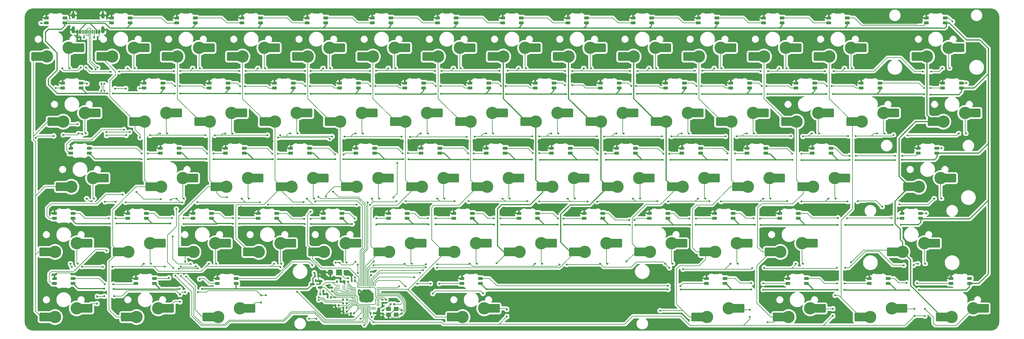
<source format=gbr>
%TF.GenerationSoftware,KiCad,Pcbnew,8.0.3*%
%TF.CreationDate,2024-11-03T23:45:20+08:00*%
%TF.ProjectId,PH60_Rev2,50483630-5f52-4657-9632-2e6b69636164,rev?*%
%TF.SameCoordinates,Original*%
%TF.FileFunction,Copper,L2,Bot*%
%TF.FilePolarity,Positive*%
%FSLAX46Y46*%
G04 Gerber Fmt 4.6, Leading zero omitted, Abs format (unit mm)*
G04 Created by KiCad (PCBNEW 8.0.3) date 2024-11-03 23:45:20*
%MOMM*%
%LPD*%
G01*
G04 APERTURE LIST*
G04 Aperture macros list*
%AMRoundRect*
0 Rectangle with rounded corners*
0 $1 Rounding radius*
0 $2 $3 $4 $5 $6 $7 $8 $9 X,Y pos of 4 corners*
0 Add a 4 corners polygon primitive as box body*
4,1,4,$2,$3,$4,$5,$6,$7,$8,$9,$2,$3,0*
0 Add four circle primitives for the rounded corners*
1,1,$1+$1,$2,$3*
1,1,$1+$1,$4,$5*
1,1,$1+$1,$6,$7*
1,1,$1+$1,$8,$9*
0 Add four rect primitives between the rounded corners*
20,1,$1+$1,$2,$3,$4,$5,0*
20,1,$1+$1,$4,$5,$6,$7,0*
20,1,$1+$1,$6,$7,$8,$9,0*
20,1,$1+$1,$8,$9,$2,$3,0*%
%AMFreePoly0*
4,1,18,-0.410000,0.593000,-0.403758,0.624380,-0.385983,0.650983,-0.359380,0.668758,-0.328000,0.675000,0.328000,0.675000,0.359380,0.668758,0.385983,0.650983,0.403758,0.624380,0.410000,0.593000,0.410000,-0.593000,0.403758,-0.624380,0.385983,-0.650983,0.359380,-0.668758,0.328000,-0.675000,0.000000,-0.675000,-0.410000,-0.265000,-0.410000,0.593000,-0.410000,0.593000,$1*%
G04 Aperture macros list end*
%TA.AperFunction,SMDPad,CuDef*%
%ADD10RoundRect,0.250000X1.525000X1.000000X-1.525000X1.000000X-1.525000X-1.000000X1.525000X-1.000000X0*%
%TD*%
%TA.AperFunction,ComponentPad*%
%ADD11C,3.600000*%
%TD*%
%TA.AperFunction,SMDPad,CuDef*%
%ADD12RoundRect,0.112500X-0.187500X-0.112500X0.187500X-0.112500X0.187500X0.112500X-0.187500X0.112500X0*%
%TD*%
%TA.AperFunction,SMDPad,CuDef*%
%ADD13RoundRect,0.082000X-0.593000X0.328000X-0.593000X-0.328000X0.593000X-0.328000X0.593000X0.328000X0*%
%TD*%
%TA.AperFunction,SMDPad,CuDef*%
%ADD14FreePoly0,270.000000*%
%TD*%
%TA.AperFunction,SMDPad,CuDef*%
%ADD15RoundRect,0.140000X0.140000X0.170000X-0.140000X0.170000X-0.140000X-0.170000X0.140000X-0.170000X0*%
%TD*%
%TA.AperFunction,SMDPad,CuDef*%
%ADD16RoundRect,0.140000X-0.170000X0.140000X-0.170000X-0.140000X0.170000X-0.140000X0.170000X0.140000X0*%
%TD*%
%TA.AperFunction,SMDPad,CuDef*%
%ADD17RoundRect,0.112500X-0.112500X0.187500X-0.112500X-0.187500X0.112500X-0.187500X0.112500X0.187500X0*%
%TD*%
%TA.AperFunction,SMDPad,CuDef*%
%ADD18RoundRect,0.140000X-0.140000X-0.170000X0.140000X-0.170000X0.140000X0.170000X-0.140000X0.170000X0*%
%TD*%
%TA.AperFunction,SMDPad,CuDef*%
%ADD19RoundRect,0.150000X0.512500X0.150000X-0.512500X0.150000X-0.512500X-0.150000X0.512500X-0.150000X0*%
%TD*%
%TA.AperFunction,SMDPad,CuDef*%
%ADD20RoundRect,0.050000X-0.050000X0.387500X-0.050000X-0.387500X0.050000X-0.387500X0.050000X0.387500X0*%
%TD*%
%TA.AperFunction,SMDPad,CuDef*%
%ADD21RoundRect,0.050000X-0.387500X0.050000X-0.387500X-0.050000X0.387500X-0.050000X0.387500X0.050000X0*%
%TD*%
%TA.AperFunction,HeatsinkPad*%
%ADD22C,0.500000*%
%TD*%
%TA.AperFunction,HeatsinkPad*%
%ADD23R,3.200000X3.200000*%
%TD*%
%TA.AperFunction,SMDPad,CuDef*%
%ADD24RoundRect,0.135000X-0.135000X-0.185000X0.135000X-0.185000X0.135000X0.185000X-0.135000X0.185000X0*%
%TD*%
%TA.AperFunction,SMDPad,CuDef*%
%ADD25RoundRect,0.112500X0.112500X-0.187500X0.112500X0.187500X-0.112500X0.187500X-0.112500X-0.187500X0*%
%TD*%
%TA.AperFunction,SMDPad,CuDef*%
%ADD26RoundRect,0.135000X0.135000X0.185000X-0.135000X0.185000X-0.135000X-0.185000X0.135000X-0.185000X0*%
%TD*%
%TA.AperFunction,ComponentPad*%
%ADD27R,1.700000X1.700000*%
%TD*%
%TA.AperFunction,ComponentPad*%
%ADD28O,1.700000X1.700000*%
%TD*%
%TA.AperFunction,SMDPad,CuDef*%
%ADD29RoundRect,0.140000X0.170000X-0.140000X0.170000X0.140000X-0.170000X0.140000X-0.170000X-0.140000X0*%
%TD*%
%TA.AperFunction,SMDPad,CuDef*%
%ADD30RoundRect,0.062500X0.387500X0.062500X-0.387500X0.062500X-0.387500X-0.062500X0.387500X-0.062500X0*%
%TD*%
%TA.AperFunction,HeatsinkPad*%
%ADD31R,0.200000X1.600000*%
%TD*%
%TA.AperFunction,SMDPad,CuDef*%
%ADD32RoundRect,0.135000X-0.185000X0.135000X-0.185000X-0.135000X0.185000X-0.135000X0.185000X0.135000X0*%
%TD*%
%TA.AperFunction,SMDPad,CuDef*%
%ADD33RoundRect,0.150000X-0.150000X-0.425000X0.150000X-0.425000X0.150000X0.425000X-0.150000X0.425000X0*%
%TD*%
%TA.AperFunction,SMDPad,CuDef*%
%ADD34RoundRect,0.075000X-0.075000X-0.500000X0.075000X-0.500000X0.075000X0.500000X-0.075000X0.500000X0*%
%TD*%
%TA.AperFunction,ComponentPad*%
%ADD35O,1.000000X1.800000*%
%TD*%
%TA.AperFunction,ComponentPad*%
%ADD36O,1.000000X2.100000*%
%TD*%
%TA.AperFunction,SMDPad,CuDef*%
%ADD37R,1.400000X1.200000*%
%TD*%
%TA.AperFunction,ViaPad*%
%ADD38C,0.600000*%
%TD*%
%TA.AperFunction,ViaPad*%
%ADD39C,0.500000*%
%TD*%
%TA.AperFunction,Conductor*%
%ADD40C,0.200000*%
%TD*%
%TA.AperFunction,Conductor*%
%ADD41C,0.300000*%
%TD*%
G04 APERTURE END LIST*
D10*
%TO.P,S30,1,1*%
%TO.N,Net-(D30-A)*%
X78022500Y-78740000D03*
D11*
X75247500Y-78740000D03*
%TO.P,S30,2,2*%
%TO.N,col_1*%
X68897500Y-81280000D03*
D10*
X66117500Y-81280000D03*
%TD*%
%TO.P,S27,1,1*%
%TO.N,Net-(D27-A)*%
X282810000Y-59690000D03*
D11*
X280035000Y-59690000D03*
%TO.P,S27,2,2*%
%TO.N,col_12*%
X273685000Y-62230000D03*
D10*
X270905000Y-62230000D03*
%TD*%
%TO.P,S42,1,1*%
%TO.N,Net-(D42-A)*%
X47066250Y-97790000D03*
D11*
X44291250Y-97790000D03*
%TO.P,S42,2,2*%
%TO.N,col_0*%
X37941250Y-100330000D03*
D10*
X35161250Y-100330000D03*
%TD*%
%TO.P,S32,1,1*%
%TO.N,Net-(D32-A)*%
X116122500Y-78740000D03*
D11*
X113347500Y-78740000D03*
%TO.P,S32,2,2*%
%TO.N,col_3*%
X106997500Y-81280000D03*
D10*
X104217500Y-81280000D03*
%TD*%
%TO.P,S38,1,1*%
%TO.N,Net-(D38-A)*%
X230422500Y-78740000D03*
D11*
X227647500Y-78740000D03*
%TO.P,S38,2,2*%
%TO.N,col_9*%
X221297500Y-81280000D03*
D10*
X218517500Y-81280000D03*
%TD*%
%TO.P,S35,1,1*%
%TO.N,Net-(D35-A)*%
X173272500Y-78740000D03*
D11*
X170497500Y-78740000D03*
%TO.P,S35,2,2*%
%TO.N,col_6*%
X164147500Y-81280000D03*
D10*
X161367500Y-81280000D03*
%TD*%
%TO.P,S4,1,1*%
%TO.N,Net-(D4-A)*%
X101835000Y-40640000D03*
D11*
X99060000Y-40640000D03*
%TO.P,S4,2,2*%
%TO.N,col_3*%
X92710000Y-43180000D03*
D10*
X89930000Y-43180000D03*
%TD*%
%TO.P,S2,1,1*%
%TO.N,Net-(D2-A)*%
X63735000Y-40640000D03*
D11*
X60960000Y-40640000D03*
%TO.P,S2,2,2*%
%TO.N,col_1*%
X54610000Y-43180000D03*
D10*
X51830000Y-43180000D03*
%TD*%
%TO.P,S22,1,1*%
%TO.N,Net-(D22-A)*%
X187560000Y-59690000D03*
D11*
X184785000Y-59690000D03*
%TO.P,S22,2,2*%
%TO.N,col_7*%
X178435000Y-62230000D03*
D10*
X175655000Y-62230000D03*
%TD*%
%TO.P,S28,1,1*%
%TO.N,Net-(D28-A)*%
X306622500Y-59690000D03*
D11*
X303847500Y-59690000D03*
%TO.P,S28,2,2*%
%TO.N,col_13*%
X297497500Y-62230000D03*
D10*
X294717500Y-62230000D03*
%TD*%
%TO.P,S46,1,1*%
%TO.N,Net-(D46-A)*%
X125647500Y-97790000D03*
D11*
X122872500Y-97790000D03*
%TO.P,S46,2,2*%
%TO.N,col_4*%
X116522500Y-100330000D03*
D10*
X113742500Y-100330000D03*
%TD*%
%TO.P,S1,1,1*%
%TO.N,Net-(D1-A)*%
X44685000Y-40640000D03*
D11*
X41910000Y-40640000D03*
%TO.P,S1,2,2*%
%TO.N,col_0*%
X35560000Y-43180000D03*
D10*
X32780000Y-43180000D03*
%TD*%
%TO.P,S54,1,1*%
%TO.N,Net-(D54-A)*%
X294716250Y-97790000D03*
D11*
X291941250Y-97790000D03*
%TO.P,S54,2,2*%
%TO.N,col_13*%
X285591250Y-100330000D03*
D10*
X282811250Y-100330000D03*
%TD*%
%TO.P,S10,1,1*%
%TO.N,Net-(D10-A)*%
X216135000Y-40640000D03*
D11*
X213360000Y-40640000D03*
%TO.P,S10,2,2*%
%TO.N,col_9*%
X207010000Y-43180000D03*
D10*
X204230000Y-43180000D03*
%TD*%
%TO.P,S34,1,1*%
%TO.N,Net-(D34-A)*%
X154222500Y-78740000D03*
D11*
X151447500Y-78740000D03*
%TO.P,S34,2,2*%
%TO.N,col_5*%
X145097500Y-81280000D03*
D10*
X142317500Y-81280000D03*
%TD*%
%TO.P,S15,1,1*%
%TO.N,Net-(D15-A)*%
X49447500Y-59690000D03*
D11*
X46672500Y-59690000D03*
%TO.P,S15,2,2*%
%TO.N,col_0*%
X40322500Y-62230000D03*
D10*
X37542500Y-62230000D03*
%TD*%
%TO.P,S56,1,1*%
%TO.N,Net-(D56-A)*%
X70878750Y-116840000D03*
D11*
X68103750Y-116840000D03*
%TO.P,S56,2,2*%
%TO.N,col_1*%
X61753750Y-119380000D03*
D10*
X58973750Y-119380000D03*
%TD*%
%TO.P,S20,1,1*%
%TO.N,Net-(D20-A)*%
X149460000Y-59690000D03*
D11*
X146685000Y-59690000D03*
%TO.P,S20,2,2*%
%TO.N,col_5*%
X140335000Y-62230000D03*
D10*
X137555000Y-62230000D03*
%TD*%
%TO.P,S17,1,1*%
%TO.N,Net-(D17-A)*%
X92310000Y-59690000D03*
D11*
X89535000Y-59690000D03*
%TO.P,S17,2,2*%
%TO.N,col_2*%
X83185000Y-62230000D03*
D10*
X80405000Y-62230000D03*
%TD*%
%TO.P,S31,1,1*%
%TO.N,Net-(D31-A)*%
X97072500Y-78740000D03*
D11*
X94297500Y-78740000D03*
%TO.P,S31,2,2*%
%TO.N,col_2*%
X87947500Y-81280000D03*
D10*
X85167500Y-81280000D03*
%TD*%
%TO.P,S48,1,1*%
%TO.N,Net-(D48-A)*%
X163747500Y-97790000D03*
D11*
X160972500Y-97790000D03*
%TO.P,S48,2,2*%
%TO.N,col_6*%
X154622500Y-100330000D03*
D10*
X151842500Y-100330000D03*
%TD*%
%TO.P,S51,1,1*%
%TO.N,Net-(D51-A)*%
X220897500Y-97790000D03*
D11*
X218122500Y-97790000D03*
%TO.P,S51,2,2*%
%TO.N,col_9*%
X211772500Y-100330000D03*
D10*
X208992500Y-100330000D03*
%TD*%
%TO.P,S23,1,1*%
%TO.N,Net-(D23-A)*%
X206610000Y-59690000D03*
D11*
X203835000Y-59690000D03*
%TO.P,S23,2,2*%
%TO.N,col_8*%
X197485000Y-62230000D03*
D10*
X194705000Y-62230000D03*
%TD*%
%TO.P,S50,1,1*%
%TO.N,Net-(D50-A)*%
X201847500Y-97790000D03*
D11*
X199072500Y-97790000D03*
%TO.P,S50,2,2*%
%TO.N,col_8*%
X192722500Y-100330000D03*
D10*
X189942500Y-100330000D03*
%TD*%
%TO.P,S18,1,1*%
%TO.N,Net-(D18-A)*%
X111360000Y-59690000D03*
D11*
X108585000Y-59690000D03*
%TO.P,S18,2,2*%
%TO.N,col_3*%
X102235000Y-62230000D03*
D10*
X99455000Y-62230000D03*
%TD*%
%TO.P,S33,1,1*%
%TO.N,Net-(D33-A)*%
X135172500Y-78740000D03*
D11*
X132397500Y-78740000D03*
%TO.P,S33,2,2*%
%TO.N,col_4*%
X126047500Y-81280000D03*
D10*
X123267500Y-81280000D03*
%TD*%
%TO.P,S61,1,1*%
%TO.N,Net-(D61-A)*%
X285191250Y-116840000D03*
D11*
X282416250Y-116840000D03*
%TO.P,S61,2,2*%
%TO.N,col_12*%
X276066250Y-119380000D03*
D10*
X273286250Y-119380000D03*
%TD*%
%TO.P,S16,1,1*%
%TO.N,Net-(D16-A)*%
X73260000Y-59690000D03*
D11*
X70485000Y-59690000D03*
%TO.P,S16,2,2*%
%TO.N,col_1*%
X64135000Y-62230000D03*
D10*
X61355000Y-62230000D03*
%TD*%
%TO.P,S60,1,1*%
%TO.N,Net-(D60-A)*%
X261378750Y-116840000D03*
D11*
X258603750Y-116840000D03*
%TO.P,S60,2,2*%
%TO.N,col_11*%
X252253750Y-119380000D03*
D10*
X249473750Y-119380000D03*
%TD*%
%TO.P,S58,1,1*%
%TO.N,Net-(D58-A)*%
X166128750Y-116840000D03*
D11*
X163353750Y-116840000D03*
%TO.P,S58,2,2*%
%TO.N,col_6*%
X157003750Y-119380000D03*
D10*
X154223750Y-119380000D03*
%TD*%
%TO.P,S24,1,1*%
%TO.N,Net-(D24-A)*%
X225660000Y-59690000D03*
D11*
X222885000Y-59690000D03*
%TO.P,S24,2,2*%
%TO.N,col_9*%
X216535000Y-62230000D03*
D10*
X213755000Y-62230000D03*
%TD*%
%TO.P,S29,1,1*%
%TO.N,Net-(D29-A)*%
X51828750Y-78740000D03*
D11*
X49053750Y-78740000D03*
%TO.P,S29,2,2*%
%TO.N,col_0*%
X42703750Y-81280000D03*
D10*
X39923750Y-81280000D03*
%TD*%
%TO.P,S37,1,1*%
%TO.N,Net-(D37-A)*%
X211372500Y-78740000D03*
D11*
X208597500Y-78740000D03*
%TO.P,S37,2,2*%
%TO.N,col_8*%
X202247500Y-81280000D03*
D10*
X199467500Y-81280000D03*
%TD*%
%TO.P,S43,1,1*%
%TO.N,Net-(D43-A)*%
X68497500Y-97790000D03*
D11*
X65722500Y-97790000D03*
%TO.P,S43,2,2*%
%TO.N,col_1*%
X59372500Y-100330000D03*
D10*
X56592500Y-100330000D03*
%TD*%
%TO.P,S3,1,1*%
%TO.N,Net-(D3-A)*%
X82785000Y-40640000D03*
D11*
X80010000Y-40640000D03*
%TO.P,S3,2,2*%
%TO.N,col_2*%
X73660000Y-43180000D03*
D10*
X70880000Y-43180000D03*
%TD*%
%TO.P,S36,1,1*%
%TO.N,Net-(D36-A)*%
X192322500Y-78740000D03*
D11*
X189547500Y-78740000D03*
%TO.P,S36,2,2*%
%TO.N,col_7*%
X183197500Y-81280000D03*
D10*
X180417500Y-81280000D03*
%TD*%
%TO.P,S6,1,1*%
%TO.N,Net-(D6-A)*%
X139935000Y-40640000D03*
D11*
X137160000Y-40640000D03*
%TO.P,S6,2,2*%
%TO.N,col_5*%
X130810000Y-43180000D03*
D10*
X128030000Y-43180000D03*
%TD*%
%TO.P,S55,1,1*%
%TO.N,Net-(D55-A)*%
X47066250Y-116840000D03*
D11*
X44291250Y-116840000D03*
%TO.P,S55,2,2*%
%TO.N,col_0*%
X37941250Y-119380000D03*
D10*
X35161250Y-119380000D03*
%TD*%
%TO.P,S25,1,1*%
%TO.N,Net-(D25-A)*%
X244710000Y-59690000D03*
D11*
X241935000Y-59690000D03*
%TO.P,S25,2,2*%
%TO.N,col_10*%
X235585000Y-62230000D03*
D10*
X232805000Y-62230000D03*
%TD*%
%TO.P,S9,1,1*%
%TO.N,Net-(D9-A)*%
X197085000Y-40640000D03*
D11*
X194310000Y-40640000D03*
%TO.P,S9,2,2*%
%TO.N,col_8*%
X187960000Y-43180000D03*
D10*
X185180000Y-43180000D03*
%TD*%
%TO.P,S26,1,1*%
%TO.N,Net-(D26-A)*%
X263760000Y-59690000D03*
D11*
X260985000Y-59690000D03*
%TO.P,S26,2,2*%
%TO.N,col_11*%
X254635000Y-62230000D03*
D10*
X251855000Y-62230000D03*
%TD*%
%TO.P,S11,1,1*%
%TO.N,Net-(D11-A)*%
X235185000Y-40640000D03*
D11*
X232410000Y-40640000D03*
%TO.P,S11,2,2*%
%TO.N,col_10*%
X226060000Y-43180000D03*
D10*
X223280000Y-43180000D03*
%TD*%
%TO.P,S59,1,1*%
%TO.N,Net-(D59-A)*%
X237566250Y-116840000D03*
D11*
X234791250Y-116840000D03*
%TO.P,S59,2,2*%
%TO.N,col_10*%
X228441250Y-119380000D03*
D10*
X225661250Y-119380000D03*
%TD*%
%TO.P,S53,1,1*%
%TO.N,Net-(D53-A)*%
X258997500Y-97790000D03*
D11*
X256222500Y-97790000D03*
%TO.P,S53,2,2*%
%TO.N,col_11*%
X249872500Y-100330000D03*
D10*
X247092500Y-100330000D03*
%TD*%
%TO.P,S12,1,1*%
%TO.N,Net-(D12-A)*%
X254235000Y-40640000D03*
D11*
X251460000Y-40640000D03*
%TO.P,S12,2,2*%
%TO.N,col_11*%
X245110000Y-43180000D03*
D10*
X242330000Y-43180000D03*
%TD*%
%TO.P,S57,1,1*%
%TO.N,Net-(D57-A)*%
X94691250Y-116840000D03*
D11*
X91916250Y-116840000D03*
%TO.P,S57,2,2*%
%TO.N,col_2*%
X85566250Y-119380000D03*
D10*
X82786250Y-119380000D03*
%TD*%
%TO.P,S8,1,1*%
%TO.N,Net-(D8-A)*%
X178035000Y-40640000D03*
D11*
X175260000Y-40640000D03*
%TO.P,S8,2,2*%
%TO.N,col_7*%
X168910000Y-43180000D03*
D10*
X166130000Y-43180000D03*
%TD*%
%TO.P,S13,1,1*%
%TO.N,Net-(D13-A)*%
X273285000Y-40640000D03*
D11*
X270510000Y-40640000D03*
%TO.P,S13,2,2*%
%TO.N,col_12*%
X264160000Y-43180000D03*
D10*
X261380000Y-43180000D03*
%TD*%
%TO.P,S14,1,1*%
%TO.N,Net-(D14-A)*%
X301860000Y-40640000D03*
D11*
X299085000Y-40640000D03*
%TO.P,S14,2,2*%
%TO.N,col_13*%
X292735000Y-43180000D03*
D10*
X289955000Y-43180000D03*
%TD*%
%TO.P,S21,1,1*%
%TO.N,Net-(D21-A)*%
X168510000Y-59690000D03*
D11*
X165735000Y-59690000D03*
%TO.P,S21,2,2*%
%TO.N,col_6*%
X159385000Y-62230000D03*
D10*
X156605000Y-62230000D03*
%TD*%
%TO.P,S19,1,1*%
%TO.N,Net-(D19-A)*%
X130410000Y-59690000D03*
D11*
X127635000Y-59690000D03*
%TO.P,S19,2,2*%
%TO.N,col_4*%
X121285000Y-62230000D03*
D10*
X118505000Y-62230000D03*
%TD*%
%TO.P,S5,1,1*%
%TO.N,Net-(D5-A)*%
X120885000Y-40640000D03*
D11*
X118110000Y-40640000D03*
%TO.P,S5,2,2*%
%TO.N,col_4*%
X111760000Y-43180000D03*
D10*
X108980000Y-43180000D03*
%TD*%
%TO.P,S45,1,1*%
%TO.N,Net-(D45-A)*%
X106597500Y-97790000D03*
D11*
X103822500Y-97790000D03*
%TO.P,S45,2,2*%
%TO.N,col_3*%
X97472500Y-100330000D03*
D10*
X94692500Y-100330000D03*
%TD*%
%TO.P,S62,1,1*%
%TO.N,Net-(D62-A)*%
X309003750Y-116840000D03*
D11*
X306228750Y-116840000D03*
%TO.P,S62,2,2*%
%TO.N,col_13*%
X299878750Y-119380000D03*
D10*
X297098750Y-119380000D03*
%TD*%
%TO.P,S52,1,1*%
%TO.N,Net-(D52-A)*%
X239947500Y-97790000D03*
D11*
X237172500Y-97790000D03*
%TO.P,S52,2,2*%
%TO.N,col_10*%
X230822500Y-100330000D03*
D10*
X228042500Y-100330000D03*
%TD*%
%TO.P,S7,1,1*%
%TO.N,Net-(D7-A)*%
X158985000Y-40640000D03*
D11*
X156210000Y-40640000D03*
%TO.P,S7,2,2*%
%TO.N,col_6*%
X149860000Y-43180000D03*
D10*
X147080000Y-43180000D03*
%TD*%
%TO.P,S41,1,1*%
%TO.N,Net-(D41-A)*%
X299478750Y-78740000D03*
D11*
X296703750Y-78740000D03*
%TO.P,S41,2,2*%
%TO.N,col_13*%
X290353750Y-81280000D03*
D10*
X287573750Y-81280000D03*
%TD*%
%TO.P,S49,1,1*%
%TO.N,Net-(D49-A)*%
X182797500Y-97790000D03*
D11*
X180022500Y-97790000D03*
%TO.P,S49,2,2*%
%TO.N,col_7*%
X173672500Y-100330000D03*
D10*
X170892500Y-100330000D03*
%TD*%
%TO.P,S44,1,1*%
%TO.N,Net-(D44-A)*%
X87547500Y-97790000D03*
D11*
X84772500Y-97790000D03*
%TO.P,S44,2,2*%
%TO.N,col_2*%
X78422500Y-100330000D03*
D10*
X75642500Y-100330000D03*
%TD*%
%TO.P,S39,1,1*%
%TO.N,Net-(D39-A)*%
X249472500Y-78740000D03*
D11*
X246697500Y-78740000D03*
%TO.P,S39,2,2*%
%TO.N,col_10*%
X240347500Y-81280000D03*
D10*
X237567500Y-81280000D03*
%TD*%
%TO.P,S40,1,1*%
%TO.N,Net-(D40-A)*%
X268522500Y-78740000D03*
D11*
X265747500Y-78740000D03*
%TO.P,S40,2,2*%
%TO.N,col_11*%
X259397500Y-81280000D03*
D10*
X256617500Y-81280000D03*
%TD*%
%TO.P,S47,1,1*%
%TO.N,Net-(D47-A)*%
X144697500Y-97790000D03*
D11*
X141922500Y-97790000D03*
%TO.P,S47,2,2*%
%TO.N,col_5*%
X135572500Y-100330000D03*
D10*
X132792500Y-100330000D03*
%TD*%
D12*
%TO.P,D21,1,K*%
%TO.N,row_1*%
X163874999Y-65650000D03*
%TO.P,D21,2,A*%
%TO.N,Net-(D21-A)*%
X165974999Y-65650000D03*
%TD*%
D13*
%TO.P,RGB20,1,VDD*%
%TO.N,VBUS*%
X145600000Y-52400000D03*
%TO.P,RGB20,2,DOUT*%
%TO.N,Net-(RGB20-DOUT)*%
X145600000Y-50900000D03*
D14*
%TO.P,RGB20,3,VSS*%
%TO.N,GND*%
X140150000Y-50900000D03*
D13*
%TO.P,RGB20,4,DIN*%
%TO.N,Net-(RGB19-DOUT)*%
X140150000Y-52400000D03*
%TD*%
D15*
%TO.P,C13,1*%
%TO.N,+3V3*%
X125305000Y-118275000D03*
%TO.P,C13,2*%
%TO.N,GND*%
X124345000Y-118275000D03*
%TD*%
D16*
%TO.P,C3,1*%
%TO.N,Net-(C3-Pad1)*%
X133737500Y-117370000D03*
%TO.P,C3,2*%
%TO.N,GND*%
X133737500Y-118330000D03*
%TD*%
D12*
%TO.P,D46,1,K*%
%TO.N,row_3*%
X121035000Y-103435000D03*
%TO.P,D46,2,A*%
%TO.N,Net-(D46-A)*%
X123135000Y-103435000D03*
%TD*%
D17*
%TO.P,D55,1,K*%
%TO.N,row_4*%
X50225000Y-113335000D03*
%TO.P,D55,2,A*%
%TO.N,Net-(D55-A)*%
X50225000Y-115435000D03*
%TD*%
D13*
%TO.P,RGB58,1,VDD*%
%TO.N,VBUS*%
X162268750Y-109550000D03*
%TO.P,RGB58,2,DOUT*%
%TO.N,Net-(RGB58-DOUT)*%
X162268750Y-108050000D03*
D14*
%TO.P,RGB58,3,VSS*%
%TO.N,GND*%
X156818750Y-108050000D03*
D13*
%TO.P,RGB58,4,DIN*%
%TO.N,Net-(RGB57-DOUT)*%
X156818750Y-109550000D03*
%TD*%
%TO.P,RGB14,1,VDD*%
%TO.N,VBUS*%
X298000000Y-33350000D03*
%TO.P,RGB14,2,DOUT*%
%TO.N,Net-(RGB14-DOUT)*%
X298000000Y-31850000D03*
D14*
%TO.P,RGB14,3,VSS*%
%TO.N,GND*%
X292550000Y-31850000D03*
D13*
%TO.P,RGB14,4,DIN*%
%TO.N,Net-(RGB13-DOUT)*%
X292550000Y-33350000D03*
%TD*%
D15*
%TO.P,C8,1*%
%TO.N,+1V1*%
X120855000Y-116000000D03*
%TO.P,C8,2*%
%TO.N,GND*%
X119895000Y-116000000D03*
%TD*%
D18*
%TO.P,C18,1*%
%TO.N,+3V3*%
X115370000Y-112625000D03*
%TO.P,C18,2*%
%TO.N,GND*%
X116330000Y-112625000D03*
%TD*%
D19*
%TO.P,U1,1,GND*%
%TO.N,GND*%
X115425000Y-108825000D03*
%TO.P,U1,2,VO*%
%TO.N,+3V3*%
X115425000Y-110725000D03*
%TO.P,U1,3,VI*%
%TO.N,VBUS*%
X113150000Y-109775000D03*
%TD*%
D13*
%TO.P,RGB55,1,VDD*%
%TO.N,VBUS*%
X43206250Y-109550000D03*
%TO.P,RGB55,2,DOUT*%
%TO.N,Net-(RGB55-DOUT)*%
X43206250Y-108050000D03*
D14*
%TO.P,RGB55,3,VSS*%
%TO.N,GND*%
X37756250Y-108050000D03*
D13*
%TO.P,RGB55,4,DIN*%
%TO.N,Net-(RGB54-DOUT)*%
X37756250Y-109550000D03*
%TD*%
D12*
%TO.P,D7,1,K*%
%TO.N,row_0*%
X154349999Y-46600000D03*
%TO.P,D7,2,A*%
%TO.N,Net-(D7-A)*%
X156449999Y-46600000D03*
%TD*%
D20*
%TO.P,U3,1,IOVDD*%
%TO.N,+3V3*%
X126300000Y-109962500D03*
%TO.P,U3,2,GPIO0*%
%TO.N,col_4*%
X126700000Y-109962500D03*
%TO.P,U3,3,GPIO1*%
%TO.N,col_3*%
X127100000Y-109962500D03*
%TO.P,U3,4,GPIO2*%
%TO.N,col_2*%
X127500000Y-109962500D03*
%TO.P,U3,5,GPIO3*%
%TO.N,col_1*%
X127900000Y-109962500D03*
%TO.P,U3,6,GPIO4*%
%TO.N,col_0*%
X128300000Y-109962500D03*
%TO.P,U3,7,GPIO5*%
%TO.N,col_5*%
X128700000Y-109962500D03*
%TO.P,U3,8,GPIO6*%
%TO.N,col_9*%
X129100000Y-109962500D03*
%TO.P,U3,9,GPIO7*%
%TO.N,col_8*%
X129500000Y-109962500D03*
%TO.P,U3,10,IOVDD*%
%TO.N,+3V3*%
X129900000Y-109962500D03*
%TO.P,U3,11,GPIO8*%
%TO.N,col_7*%
X130300000Y-109962500D03*
%TO.P,U3,12,GPIO9*%
%TO.N,col_13*%
X130700000Y-109962500D03*
%TO.P,U3,13,GPIO10*%
%TO.N,col_12*%
X131100000Y-109962500D03*
%TO.P,U3,14,GPIO11*%
%TO.N,col_11*%
X131500000Y-109962500D03*
D21*
%TO.P,U3,15,GPIO12*%
%TO.N,col_10*%
X132337500Y-110800000D03*
%TO.P,U3,16,GPIO13*%
%TO.N,col_6*%
X132337500Y-111200000D03*
%TO.P,U3,17,GPIO14*%
%TO.N,unconnected-(U3-GPIO14-Pad17)*%
X132337500Y-111600000D03*
%TO.P,U3,18,GPIO15*%
%TO.N,unconnected-(U3-GPIO15-Pad18)*%
X132337500Y-112000000D03*
%TO.P,U3,19,TESTEN*%
%TO.N,GND*%
X132337500Y-112400000D03*
%TO.P,U3,20,XIN*%
%TO.N,/XIN*%
X132337500Y-112800000D03*
%TO.P,U3,21,XOUT*%
%TO.N,/XOUT*%
X132337500Y-113200000D03*
%TO.P,U3,22,IOVDD*%
%TO.N,+3V3*%
X132337500Y-113600000D03*
%TO.P,U3,23,DVDD*%
%TO.N,+1V1*%
X132337500Y-114000000D03*
%TO.P,U3,24,SWCLK*%
%TO.N,/SWCLK*%
X132337500Y-114400000D03*
%TO.P,U3,25,SWD*%
%TO.N,/SWD*%
X132337500Y-114800000D03*
%TO.P,U3,26,RUN*%
%TO.N,unconnected-(U3-RUN-Pad26)*%
X132337500Y-115200000D03*
%TO.P,U3,27,GPIO16*%
%TO.N,unconnected-(U3-GPIO16-Pad27)*%
X132337500Y-115600000D03*
%TO.P,U3,28,GPIO17*%
%TO.N,unconnected-(U3-GPIO17-Pad28)*%
X132337500Y-116000000D03*
D20*
%TO.P,U3,29,GPIO18*%
%TO.N,unconnected-(U3-GPIO18-Pad29)*%
X131500000Y-116837500D03*
%TO.P,U3,30,GPIO19*%
%TO.N,unconnected-(U3-GPIO19-Pad30)*%
X131100000Y-116837500D03*
%TO.P,U3,31,GPIO20*%
%TO.N,unconnected-(U3-GPIO20-Pad31)*%
X130700000Y-116837500D03*
%TO.P,U3,32,GPIO21*%
%TO.N,unconnected-(U3-GPIO21-Pad32)*%
X130300000Y-116837500D03*
%TO.P,U3,33,IOVDD*%
%TO.N,+3V3*%
X129900000Y-116837500D03*
%TO.P,U3,34,GPIO22*%
%TO.N,row_4*%
X129500000Y-116837500D03*
%TO.P,U3,35,GPIO23*%
%TO.N,DIN*%
X129100000Y-116837500D03*
%TO.P,U3,36,GPIO24*%
%TO.N,row_3*%
X128700000Y-116837500D03*
%TO.P,U3,37,GPIO25*%
%TO.N,row_2*%
X128300000Y-116837500D03*
%TO.P,U3,38,GPIO26_ADC0*%
%TO.N,row_1*%
X127900000Y-116837500D03*
%TO.P,U3,39,GPIO27_ADC1*%
%TO.N,row_0*%
X127500000Y-116837500D03*
%TO.P,U3,40,GPIO28_ADC2*%
%TO.N,unconnected-(U3-GPIO28_ADC2-Pad40)*%
X127100000Y-116837500D03*
%TO.P,U3,41,GPIO29_ADC3*%
%TO.N,unconnected-(U3-GPIO29_ADC3-Pad41)*%
X126700000Y-116837500D03*
%TO.P,U3,42,IOVDD*%
%TO.N,+3V3*%
X126300000Y-116837500D03*
D21*
%TO.P,U3,43,ADC_AVDD*%
X125462500Y-116000000D03*
%TO.P,U3,44,VREG_IN*%
X125462500Y-115600000D03*
%TO.P,U3,45,VREG_VOUT*%
%TO.N,+1V1*%
X125462500Y-115200000D03*
%TO.P,U3,46,USB_DM*%
%TO.N,Net-(U3-USB_DM)*%
X125462500Y-114800000D03*
%TO.P,U3,47,USB_DP*%
%TO.N,Net-(U3-USB_DP)*%
X125462500Y-114400000D03*
%TO.P,U3,48,USB_VDD*%
%TO.N,+3V3*%
X125462500Y-114000000D03*
%TO.P,U3,49,IOVDD*%
X125462500Y-113600000D03*
%TO.P,U3,50,DVDD*%
%TO.N,+1V1*%
X125462500Y-113200000D03*
%TO.P,U3,51,QSPI_SD3*%
%TO.N,/QSPI_SD3*%
X125462500Y-112800000D03*
%TO.P,U3,52,QSPI_SCLK*%
%TO.N,/QSPI_SCLK*%
X125462500Y-112400000D03*
%TO.P,U3,53,QSPI_SD0*%
%TO.N,/QSPI_SD0*%
X125462500Y-112000000D03*
%TO.P,U3,54,QSPI_SD2*%
%TO.N,/QSPI_SD2*%
X125462500Y-111600000D03*
%TO.P,U3,55,QSPI_SD1*%
%TO.N,/QSPI_SD1*%
X125462500Y-111200000D03*
%TO.P,U3,56,QSPI_SS*%
%TO.N,/QSPI_SS*%
X125462500Y-110800000D03*
D22*
%TO.P,U3,57,GND*%
%TO.N,GND*%
X130250000Y-112050000D03*
X127550000Y-112050000D03*
D23*
X128900000Y-113400000D03*
D22*
X130250000Y-114750000D03*
X127550000Y-114750000D03*
%TD*%
D12*
%TO.P,D15,1,K*%
%TO.N,row_1*%
X44812499Y-65650000D03*
%TO.P,D15,2,A*%
%TO.N,Net-(D15-A)*%
X46912499Y-65650000D03*
%TD*%
D13*
%TO.P,RGB57,1,VDD*%
%TO.N,VBUS*%
X90831250Y-109550000D03*
%TO.P,RGB57,2,DOUT*%
%TO.N,Net-(RGB57-DOUT)*%
X90831250Y-108050000D03*
D14*
%TO.P,RGB57,3,VSS*%
%TO.N,GND*%
X85381250Y-108050000D03*
D13*
%TO.P,RGB57,4,DIN*%
%TO.N,Net-(RGB56-DOUT)*%
X85381250Y-109550000D03*
%TD*%
%TO.P,RGB38,1,VDD*%
%TO.N,VBUS*%
X226562500Y-71450000D03*
%TO.P,RGB38,2,DOUT*%
%TO.N,Net-(RGB38-DOUT)*%
X226562500Y-69950000D03*
D14*
%TO.P,RGB38,3,VSS*%
%TO.N,GND*%
X221112500Y-69950000D03*
D13*
%TO.P,RGB38,4,DIN*%
%TO.N,Net-(RGB37-DOUT)*%
X221112500Y-71450000D03*
%TD*%
%TO.P,RGB37,1,VDD*%
%TO.N,VBUS*%
X207512500Y-71450000D03*
%TO.P,RGB37,2,DOUT*%
%TO.N,Net-(RGB37-DOUT)*%
X207512500Y-69950000D03*
D14*
%TO.P,RGB37,3,VSS*%
%TO.N,GND*%
X202062500Y-69950000D03*
D13*
%TO.P,RGB37,4,DIN*%
%TO.N,Net-(RGB36-DOUT)*%
X202062500Y-71450000D03*
%TD*%
D12*
%TO.P,D43,1,K*%
%TO.N,row_3*%
X63862499Y-103750000D03*
%TO.P,D43,2,A*%
%TO.N,Net-(D43-A)*%
X65962499Y-103750000D03*
%TD*%
%TO.P,D22,1,K*%
%TO.N,row_1*%
X182924999Y-65650000D03*
%TO.P,D22,2,A*%
%TO.N,Net-(D22-A)*%
X185024999Y-65650000D03*
%TD*%
%TO.P,D44,1,K*%
%TO.N,row_3*%
X82912499Y-103750000D03*
%TO.P,D44,2,A*%
%TO.N,Net-(D44-A)*%
X85012499Y-103750000D03*
%TD*%
D24*
%TO.P,R5,1*%
%TO.N,Net-(C3-Pad1)*%
X135977500Y-115600000D03*
%TO.P,R5,2*%
%TO.N,/XOUT*%
X136997500Y-115600000D03*
%TD*%
D13*
%TO.P,RGB52,1,VDD*%
%TO.N,VBUS*%
X236087500Y-90500000D03*
%TO.P,RGB52,2,DOUT*%
%TO.N,Net-(RGB52-DOUT)*%
X236087500Y-89000000D03*
D14*
%TO.P,RGB52,3,VSS*%
%TO.N,GND*%
X230637500Y-89000000D03*
D13*
%TO.P,RGB52,4,DIN*%
%TO.N,Net-(RGB51-DOUT)*%
X230637500Y-90500000D03*
%TD*%
D24*
%TO.P,R7,1*%
%TO.N,Net-(J1-CC2)*%
X49375000Y-37575000D03*
%TO.P,R7,2*%
%TO.N,GND*%
X50395000Y-37575000D03*
%TD*%
D25*
%TO.P,D58,1,K*%
%TO.N,row_4*%
X169975000Y-119215000D03*
%TO.P,D58,2,A*%
%TO.N,Net-(D58-A)*%
X169975000Y-117115000D03*
%TD*%
D12*
%TO.P,D20,1,K*%
%TO.N,row_1*%
X144824999Y-65650000D03*
%TO.P,D20,2,A*%
%TO.N,Net-(D20-A)*%
X146924999Y-65650000D03*
%TD*%
D13*
%TO.P,RGB3,1,VDD*%
%TO.N,VBUS*%
X78925000Y-33350000D03*
%TO.P,RGB3,2,DOUT*%
%TO.N,Net-(RGB3-DOUT)*%
X78925000Y-31850000D03*
D14*
%TO.P,RGB3,3,VSS*%
%TO.N,GND*%
X73475000Y-31850000D03*
D13*
%TO.P,RGB3,4,DIN*%
%TO.N,Net-(RGB2-DOUT)*%
X73475000Y-33350000D03*
%TD*%
%TO.P,RGB60,1,VDD*%
%TO.N,VBUS*%
X257518750Y-109550000D03*
%TO.P,RGB60,2,DOUT*%
%TO.N,Net-(RGB60-DOUT)*%
X257518750Y-108050000D03*
D14*
%TO.P,RGB60,3,VSS*%
%TO.N,GND*%
X252068750Y-108050000D03*
D13*
%TO.P,RGB60,4,DIN*%
%TO.N,Net-(RGB59-DOUT)*%
X252068750Y-109550000D03*
%TD*%
%TO.P,RGB5,1,VDD*%
%TO.N,VBUS*%
X117025000Y-33350000D03*
%TO.P,RGB5,2,DOUT*%
%TO.N,Net-(RGB5-DOUT)*%
X117025000Y-31850000D03*
D14*
%TO.P,RGB5,3,VSS*%
%TO.N,GND*%
X111575000Y-31850000D03*
D13*
%TO.P,RGB5,4,DIN*%
%TO.N,Net-(RGB4-DOUT)*%
X111575000Y-33350000D03*
%TD*%
%TO.P,RGB16,1,VDD*%
%TO.N,VBUS*%
X69400000Y-52400000D03*
%TO.P,RGB16,2,DOUT*%
%TO.N,Net-(RGB16-DOUT)*%
X69400000Y-50900000D03*
D14*
%TO.P,RGB16,3,VSS*%
%TO.N,GND*%
X63950000Y-50900000D03*
D13*
%TO.P,RGB16,4,DIN*%
%TO.N,Net-(RGB15-DOUT)*%
X63950000Y-52400000D03*
%TD*%
D12*
%TO.P,D19,1,K*%
%TO.N,row_1*%
X125774999Y-65650000D03*
%TO.P,D19,2,A*%
%TO.N,Net-(D19-A)*%
X127874999Y-65650000D03*
%TD*%
D15*
%TO.P,C16,1*%
%TO.N,+3V3*%
X118567500Y-113600000D03*
%TO.P,C16,2*%
%TO.N,GND*%
X117607500Y-113600000D03*
%TD*%
D12*
%TO.P,D4,1,K*%
%TO.N,row_0*%
X97199999Y-46600000D03*
%TO.P,D4,2,A*%
%TO.N,Net-(D4-A)*%
X99299999Y-46600000D03*
%TD*%
%TO.P,D13,1,K*%
%TO.N,row_0*%
X268649999Y-46600000D03*
%TO.P,D13,2,A*%
%TO.N,Net-(D13-A)*%
X270749999Y-46600000D03*
%TD*%
%TO.P,D29,1,K*%
%TO.N,row_2*%
X47193749Y-84700000D03*
%TO.P,D29,2,A*%
%TO.N,Net-(D29-A)*%
X49293749Y-84700000D03*
%TD*%
D13*
%TO.P,RGB24,1,VDD*%
%TO.N,VBUS*%
X221800000Y-52400000D03*
%TO.P,RGB24,2,DOUT*%
%TO.N,Net-(RGB24-DOUT)*%
X221800000Y-50900000D03*
D14*
%TO.P,RGB24,3,VSS*%
%TO.N,GND*%
X216350000Y-50900000D03*
D13*
%TO.P,RGB24,4,DIN*%
%TO.N,Net-(RGB23-DOUT)*%
X216350000Y-52400000D03*
%TD*%
D12*
%TO.P,D11,1,K*%
%TO.N,row_0*%
X230549999Y-46600000D03*
%TO.P,D11,2,A*%
%TO.N,Net-(D11-A)*%
X232649999Y-46600000D03*
%TD*%
D18*
%TO.P,C5,1*%
%TO.N,+3V3*%
X120357500Y-109000000D03*
%TO.P,C5,2*%
%TO.N,GND*%
X121317500Y-109000000D03*
%TD*%
D13*
%TO.P,RGB18,1,VDD*%
%TO.N,VBUS*%
X107500000Y-52400000D03*
%TO.P,RGB18,2,DOUT*%
%TO.N,Net-(RGB18-DOUT)*%
X107500000Y-50900000D03*
D14*
%TO.P,RGB18,3,VSS*%
%TO.N,GND*%
X102050000Y-50900000D03*
D13*
%TO.P,RGB18,4,DIN*%
%TO.N,Net-(RGB17-DOUT)*%
X102050000Y-52400000D03*
%TD*%
%TO.P,RGB27,1,VDD*%
%TO.N,VBUS*%
X278950000Y-52400000D03*
%TO.P,RGB27,2,DOUT*%
%TO.N,Net-(RGB27-DOUT)*%
X278950000Y-50900000D03*
D14*
%TO.P,RGB27,3,VSS*%
%TO.N,GND*%
X273500000Y-50900000D03*
D13*
%TO.P,RGB27,4,DIN*%
%TO.N,Net-(RGB26-DOUT)*%
X273500000Y-52400000D03*
%TD*%
%TO.P,RGB34,1,VDD*%
%TO.N,VBUS*%
X150362500Y-71450000D03*
%TO.P,RGB34,2,DOUT*%
%TO.N,Net-(RGB34-DOUT)*%
X150362500Y-69950000D03*
D14*
%TO.P,RGB34,3,VSS*%
%TO.N,GND*%
X144912500Y-69950000D03*
D13*
%TO.P,RGB34,4,DIN*%
%TO.N,Net-(RGB33-DOUT)*%
X144912500Y-71450000D03*
%TD*%
%TO.P,RGB47,1,VDD*%
%TO.N,VBUS*%
X140837500Y-90500000D03*
%TO.P,RGB47,2,DOUT*%
%TO.N,Net-(RGB47-DOUT)*%
X140837500Y-89000000D03*
D14*
%TO.P,RGB47,3,VSS*%
%TO.N,GND*%
X135387500Y-89000000D03*
D13*
%TO.P,RGB47,4,DIN*%
%TO.N,Net-(RGB46-DOUT)*%
X135387500Y-90500000D03*
%TD*%
D18*
%TO.P,C9,1*%
%TO.N,+3V3*%
X130107500Y-118250000D03*
%TO.P,C9,2*%
%TO.N,GND*%
X131067500Y-118250000D03*
%TD*%
D12*
%TO.P,D2,1,K*%
%TO.N,row_0*%
X59099999Y-46600000D03*
%TO.P,D2,2,A*%
%TO.N,Net-(D2-A)*%
X61199999Y-46600000D03*
%TD*%
D13*
%TO.P,RGB29,1,VDD*%
%TO.N,VBUS*%
X47968750Y-71450000D03*
%TO.P,RGB29,2,DOUT*%
%TO.N,Net-(RGB29-DOUT)*%
X47968750Y-69950000D03*
D14*
%TO.P,RGB29,3,VSS*%
%TO.N,GND*%
X42518750Y-69950000D03*
D13*
%TO.P,RGB29,4,DIN*%
%TO.N,Net-(RGB28-DOUT)*%
X42518750Y-71450000D03*
%TD*%
%TO.P,RGB7,1,VDD*%
%TO.N,VBUS*%
X155125000Y-33350000D03*
%TO.P,RGB7,2,DOUT*%
%TO.N,Net-(RGB7-DOUT)*%
X155125000Y-31850000D03*
D14*
%TO.P,RGB7,3,VSS*%
%TO.N,GND*%
X149675000Y-31850000D03*
D13*
%TO.P,RGB7,4,DIN*%
%TO.N,Net-(RGB6-DOUT)*%
X149675000Y-33350000D03*
%TD*%
D12*
%TO.P,D34,1,K*%
%TO.N,row_2*%
X149587499Y-84700000D03*
%TO.P,D34,2,A*%
%TO.N,Net-(D34-A)*%
X151687499Y-84700000D03*
%TD*%
D13*
%TO.P,RGB48,1,VDD*%
%TO.N,VBUS*%
X159887500Y-90500000D03*
%TO.P,RGB48,2,DOUT*%
%TO.N,Net-(RGB48-DOUT)*%
X159887500Y-89000000D03*
D14*
%TO.P,RGB48,3,VSS*%
%TO.N,GND*%
X154437500Y-89000000D03*
D13*
%TO.P,RGB48,4,DIN*%
%TO.N,Net-(RGB47-DOUT)*%
X154437500Y-90500000D03*
%TD*%
D12*
%TO.P,D27,1,K*%
%TO.N,row_1*%
X278174999Y-65650000D03*
%TO.P,D27,2,A*%
%TO.N,Net-(D27-A)*%
X280274999Y-65650000D03*
%TD*%
D13*
%TO.P,RGB4,1,VDD*%
%TO.N,VBUS*%
X97975000Y-33350000D03*
%TO.P,RGB4,2,DOUT*%
%TO.N,Net-(RGB4-DOUT)*%
X97975000Y-31850000D03*
D14*
%TO.P,RGB4,3,VSS*%
%TO.N,GND*%
X92525000Y-31850000D03*
D13*
%TO.P,RGB4,4,DIN*%
%TO.N,Net-(RGB3-DOUT)*%
X92525000Y-33350000D03*
%TD*%
%TO.P,RGB17,1,VDD*%
%TO.N,VBUS*%
X88450000Y-52400000D03*
%TO.P,RGB17,2,DOUT*%
%TO.N,Net-(RGB17-DOUT)*%
X88450000Y-50900000D03*
D14*
%TO.P,RGB17,3,VSS*%
%TO.N,GND*%
X83000000Y-50900000D03*
D13*
%TO.P,RGB17,4,DIN*%
%TO.N,Net-(RGB16-DOUT)*%
X83000000Y-52400000D03*
%TD*%
%TO.P,RGB9,1,VDD*%
%TO.N,VBUS*%
X193225000Y-33350000D03*
%TO.P,RGB9,2,DOUT*%
%TO.N,Net-(RGB10-DIN)*%
X193225000Y-31850000D03*
D14*
%TO.P,RGB9,3,VSS*%
%TO.N,GND*%
X187775000Y-31850000D03*
D13*
%TO.P,RGB9,4,DIN*%
%TO.N,Net-(RGB8-DOUT)*%
X187775000Y-33350000D03*
%TD*%
%TO.P,RGB59,1,VDD*%
%TO.N,VBUS*%
X233706250Y-109550000D03*
%TO.P,RGB59,2,DOUT*%
%TO.N,Net-(RGB59-DOUT)*%
X233706250Y-108050000D03*
D14*
%TO.P,RGB59,3,VSS*%
%TO.N,GND*%
X228256250Y-108050000D03*
D13*
%TO.P,RGB59,4,DIN*%
%TO.N,Net-(RGB58-DOUT)*%
X228256250Y-109550000D03*
%TD*%
D24*
%TO.P,R3,1*%
%TO.N,/USB_D+*%
X122135000Y-114285000D03*
%TO.P,R3,2*%
%TO.N,Net-(U3-USB_DP)*%
X123155000Y-114285000D03*
%TD*%
D12*
%TO.P,D18,1,K*%
%TO.N,row_1*%
X106724999Y-65650000D03*
%TO.P,D18,2,A*%
%TO.N,Net-(D18-A)*%
X108824999Y-65650000D03*
%TD*%
%TO.P,D30,1,K*%
%TO.N,row_2*%
X73387499Y-84700000D03*
%TO.P,D30,2,A*%
%TO.N,Net-(D30-A)*%
X75487499Y-84700000D03*
%TD*%
D17*
%TO.P,D57,1,K*%
%TO.N,row_4*%
X98165000Y-112987500D03*
%TO.P,D57,2,A*%
%TO.N,Net-(D57-A)*%
X98165000Y-115087500D03*
%TD*%
D12*
%TO.P,D45,1,K*%
%TO.N,row_3*%
X101962499Y-103750000D03*
%TO.P,D45,2,A*%
%TO.N,Net-(D45-A)*%
X104062499Y-103750000D03*
%TD*%
D13*
%TO.P,RGB35,1,VDD*%
%TO.N,VBUS*%
X169412500Y-71450000D03*
%TO.P,RGB35,2,DOUT*%
%TO.N,Net-(RGB35-DOUT)*%
X169412500Y-69950000D03*
D14*
%TO.P,RGB35,3,VSS*%
%TO.N,GND*%
X163962500Y-69950000D03*
D13*
%TO.P,RGB35,4,DIN*%
%TO.N,Net-(RGB34-DOUT)*%
X163962500Y-71450000D03*
%TD*%
D15*
%TO.P,C14,1*%
%TO.N,+3V3*%
X125567500Y-108750000D03*
%TO.P,C14,2*%
%TO.N,GND*%
X124607500Y-108750000D03*
%TD*%
%TO.P,C10,1*%
%TO.N,+3V3*%
X123130000Y-116675000D03*
%TO.P,C10,2*%
%TO.N,GND*%
X122170000Y-116675000D03*
%TD*%
D12*
%TO.P,D31,1,K*%
%TO.N,row_2*%
X92437499Y-84700000D03*
%TO.P,D31,2,A*%
%TO.N,Net-(D31-A)*%
X94537499Y-84700000D03*
%TD*%
D25*
%TO.P,D61,1,K*%
%TO.N,row_4*%
X289055000Y-119042500D03*
%TO.P,D61,2,A*%
%TO.N,Net-(D61-A)*%
X289055000Y-116942500D03*
%TD*%
D26*
%TO.P,R6,1*%
%TO.N,Net-(J1-CC1)*%
X46375000Y-37575000D03*
%TO.P,R6,2*%
%TO.N,GND*%
X45355000Y-37575000D03*
%TD*%
D12*
%TO.P,D16,1,K*%
%TO.N,row_1*%
X68624999Y-65650000D03*
%TO.P,D16,2,A*%
%TO.N,Net-(D16-A)*%
X70724999Y-65650000D03*
%TD*%
D13*
%TO.P,RGB46,1,VDD*%
%TO.N,VBUS*%
X121787500Y-90500000D03*
%TO.P,RGB46,2,DOUT*%
%TO.N,Net-(RGB46-DOUT)*%
X121787500Y-89000000D03*
D14*
%TO.P,RGB46,3,VSS*%
%TO.N,GND*%
X116337500Y-89000000D03*
D13*
%TO.P,RGB46,4,DIN*%
%TO.N,Net-(RGB45-DOUT)*%
X116337500Y-90500000D03*
%TD*%
D12*
%TO.P,D6,1,K*%
%TO.N,row_0*%
X135299999Y-46600000D03*
%TO.P,D6,2,A*%
%TO.N,Net-(D6-A)*%
X137399999Y-46600000D03*
%TD*%
%TO.P,D48,1,K*%
%TO.N,row_3*%
X159112499Y-103750000D03*
%TO.P,D48,2,A*%
%TO.N,Net-(D48-A)*%
X161212499Y-103750000D03*
%TD*%
D13*
%TO.P,RGB44,1,VDD*%
%TO.N,VBUS*%
X83687500Y-90500000D03*
%TO.P,RGB44,2,DOUT*%
%TO.N,Net-(RGB44-DOUT)*%
X83687500Y-89000000D03*
D14*
%TO.P,RGB44,3,VSS*%
%TO.N,GND*%
X78237500Y-89000000D03*
D13*
%TO.P,RGB44,4,DIN*%
%TO.N,Net-(RGB43-DOUT)*%
X78237500Y-90500000D03*
%TD*%
%TO.P,RGB23,1,VDD*%
%TO.N,VBUS*%
X202750000Y-52400000D03*
%TO.P,RGB23,2,DOUT*%
%TO.N,Net-(RGB23-DOUT)*%
X202750000Y-50900000D03*
D14*
%TO.P,RGB23,3,VSS*%
%TO.N,GND*%
X197300000Y-50900000D03*
D13*
%TO.P,RGB23,4,DIN*%
%TO.N,Net-(RGB22-DOUT)*%
X197300000Y-52400000D03*
%TD*%
%TO.P,RGB50,1,VDD*%
%TO.N,VBUS*%
X197987500Y-90500000D03*
%TO.P,RGB50,2,DOUT*%
%TO.N,Net-(RGB50-DOUT)*%
X197987500Y-89000000D03*
D14*
%TO.P,RGB50,3,VSS*%
%TO.N,GND*%
X192537500Y-89000000D03*
D13*
%TO.P,RGB50,4,DIN*%
%TO.N,Net-(RGB49-DOUT)*%
X192537500Y-90500000D03*
%TD*%
%TO.P,RGB33,1,VDD*%
%TO.N,VBUS*%
X131312500Y-71450000D03*
%TO.P,RGB33,2,DOUT*%
%TO.N,Net-(RGB33-DOUT)*%
X131312500Y-69950000D03*
D14*
%TO.P,RGB33,3,VSS*%
%TO.N,GND*%
X125862500Y-69950000D03*
D13*
%TO.P,RGB33,4,DIN*%
%TO.N,Net-(RGB32-DOUT)*%
X125862500Y-71450000D03*
%TD*%
D27*
%TO.P,J2,1,Pin_1*%
%TO.N,/~{USB_BOOT}*%
X120940000Y-106325000D03*
D28*
%TO.P,J2,2,Pin_2*%
%TO.N,GND*%
X118400000Y-106325000D03*
%TD*%
D13*
%TO.P,RGB26,1,VDD*%
%TO.N,VBUS*%
X259900000Y-52400000D03*
%TO.P,RGB26,2,DOUT*%
%TO.N,Net-(RGB26-DOUT)*%
X259900000Y-50900000D03*
D14*
%TO.P,RGB26,3,VSS*%
%TO.N,GND*%
X254450000Y-50900000D03*
D13*
%TO.P,RGB26,4,DIN*%
%TO.N,Net-(RGB25-DOUT)*%
X254450000Y-52400000D03*
%TD*%
D12*
%TO.P,D24,1,K*%
%TO.N,row_1*%
X221024999Y-65650000D03*
%TO.P,D24,2,A*%
%TO.N,Net-(D24-A)*%
X223124999Y-65650000D03*
%TD*%
D29*
%TO.P,C2,1*%
%TO.N,/XIN*%
X139237500Y-118330000D03*
%TO.P,C2,2*%
%TO.N,GND*%
X139237500Y-117370000D03*
%TD*%
D12*
%TO.P,D35,1,K*%
%TO.N,row_2*%
X168637499Y-84700000D03*
%TO.P,D35,2,A*%
%TO.N,Net-(D35-A)*%
X170737499Y-84700000D03*
%TD*%
D13*
%TO.P,RGB61,1,VDD*%
%TO.N,VBUS*%
X281331250Y-109550000D03*
%TO.P,RGB61,2,DOUT*%
%TO.N,Net-(RGB61-DOUT)*%
X281331250Y-108050000D03*
D14*
%TO.P,RGB61,3,VSS*%
%TO.N,GND*%
X275881250Y-108050000D03*
D13*
%TO.P,RGB61,4,DIN*%
%TO.N,Net-(RGB60-DOUT)*%
X275881250Y-109550000D03*
%TD*%
D12*
%TO.P,D38,1,K*%
%TO.N,row_2*%
X225787499Y-84700000D03*
%TO.P,D38,2,A*%
%TO.N,Net-(D38-A)*%
X227887499Y-84700000D03*
%TD*%
D13*
%TO.P,RGB62,1,VDD*%
%TO.N,VBUS*%
X305143750Y-109550000D03*
%TO.P,RGB62,2,DOUT*%
%TO.N,unconnected-(RGB62-DOUT-Pad2)*%
X305143750Y-108050000D03*
D14*
%TO.P,RGB62,3,VSS*%
%TO.N,GND*%
X299693750Y-108050000D03*
D13*
%TO.P,RGB62,4,DIN*%
%TO.N,Net-(RGB61-DOUT)*%
X299693750Y-109550000D03*
%TD*%
%TO.P,RGB49,1,VDD*%
%TO.N,VBUS*%
X178937500Y-90500000D03*
%TO.P,RGB49,2,DOUT*%
%TO.N,Net-(RGB49-DOUT)*%
X178937500Y-89000000D03*
D14*
%TO.P,RGB49,3,VSS*%
%TO.N,GND*%
X173487500Y-89000000D03*
D13*
%TO.P,RGB49,4,DIN*%
%TO.N,Net-(RGB48-DOUT)*%
X173487500Y-90500000D03*
%TD*%
D16*
%TO.P,C12,1*%
%TO.N,+3V3*%
X134587500Y-114250000D03*
%TO.P,C12,2*%
%TO.N,GND*%
X134587500Y-115210000D03*
%TD*%
D13*
%TO.P,RGB28,1,VDD*%
%TO.N,VBUS*%
X302762500Y-52400000D03*
%TO.P,RGB28,2,DOUT*%
%TO.N,Net-(RGB28-DOUT)*%
X302762500Y-50900000D03*
D14*
%TO.P,RGB28,3,VSS*%
%TO.N,GND*%
X297312500Y-50900000D03*
D13*
%TO.P,RGB28,4,DIN*%
%TO.N,Net-(RGB27-DOUT)*%
X297312500Y-52400000D03*
%TD*%
D25*
%TO.P,D62,1,K*%
%TO.N,row_4*%
X292125000Y-119062500D03*
%TO.P,D62,2,A*%
%TO.N,Net-(D62-A)*%
X292125000Y-116962500D03*
%TD*%
D13*
%TO.P,RGB13,1,VDD*%
%TO.N,VBUS*%
X269425000Y-33350000D03*
%TO.P,RGB13,2,DOUT*%
%TO.N,Net-(RGB13-DOUT)*%
X269425000Y-31850000D03*
D14*
%TO.P,RGB13,3,VSS*%
%TO.N,GND*%
X263975000Y-31850000D03*
D13*
%TO.P,RGB13,4,DIN*%
%TO.N,Net-(RGB12-DOUT)*%
X263975000Y-33350000D03*
%TD*%
%TO.P,RGB12,1,VDD*%
%TO.N,VBUS*%
X250375000Y-33350000D03*
%TO.P,RGB12,2,DOUT*%
%TO.N,Net-(RGB12-DOUT)*%
X250375000Y-31850000D03*
D14*
%TO.P,RGB12,3,VSS*%
%TO.N,GND*%
X244925000Y-31850000D03*
D13*
%TO.P,RGB12,4,DIN*%
%TO.N,Net-(RGB11-DOUT)*%
X244925000Y-33350000D03*
%TD*%
D15*
%TO.P,C11,1*%
%TO.N,+3V3*%
X123155000Y-117725000D03*
%TO.P,C11,2*%
%TO.N,GND*%
X122195000Y-117725000D03*
%TD*%
D13*
%TO.P,RGB54,1,VDD*%
%TO.N,VBUS*%
X290856250Y-90500000D03*
%TO.P,RGB54,2,DOUT*%
%TO.N,Net-(RGB54-DOUT)*%
X290856250Y-89000000D03*
D14*
%TO.P,RGB54,3,VSS*%
%TO.N,GND*%
X285406250Y-89000000D03*
D13*
%TO.P,RGB54,4,DIN*%
%TO.N,Net-(RGB53-DOUT)*%
X285406250Y-90500000D03*
%TD*%
%TO.P,RGB41,1,VDD*%
%TO.N,VBUS*%
X295618750Y-71450000D03*
%TO.P,RGB41,2,DOUT*%
%TO.N,Net-(RGB41-DOUT)*%
X295618750Y-69950000D03*
D14*
%TO.P,RGB41,3,VSS*%
%TO.N,GND*%
X290168750Y-69950000D03*
D13*
%TO.P,RGB41,4,DIN*%
%TO.N,Net-(RGB40-DOUT)*%
X290168750Y-71450000D03*
%TD*%
%TO.P,RGB2,1,VDD*%
%TO.N,VBUS*%
X59875000Y-33350000D03*
%TO.P,RGB2,2,DOUT*%
%TO.N,Net-(RGB2-DOUT)*%
X59875000Y-31850000D03*
D14*
%TO.P,RGB2,3,VSS*%
%TO.N,GND*%
X54425000Y-31850000D03*
D13*
%TO.P,RGB2,4,DIN*%
%TO.N,Net-(RGB1-DOUT)*%
X54425000Y-33350000D03*
%TD*%
%TO.P,RGB43,1,VDD*%
%TO.N,VBUS*%
X64637500Y-90500000D03*
%TO.P,RGB43,2,DOUT*%
%TO.N,Net-(RGB43-DOUT)*%
X64637500Y-89000000D03*
D14*
%TO.P,RGB43,3,VSS*%
%TO.N,GND*%
X59187500Y-89000000D03*
D13*
%TO.P,RGB43,4,DIN*%
%TO.N,Net-(RGB42-DOUT)*%
X59187500Y-90500000D03*
%TD*%
%TO.P,RGB1,1,VDD*%
%TO.N,VBUS*%
X40825000Y-33350000D03*
%TO.P,RGB1,2,DOUT*%
%TO.N,Net-(RGB1-DOUT)*%
X40825000Y-31850000D03*
D14*
%TO.P,RGB1,3,VSS*%
%TO.N,GND*%
X35375000Y-31850000D03*
D13*
%TO.P,RGB1,4,DIN*%
%TO.N,DIN*%
X35375000Y-33350000D03*
%TD*%
D17*
%TO.P,D56,1,K*%
%TO.N,row_4*%
X74465000Y-112785000D03*
%TO.P,D56,2,A*%
%TO.N,Net-(D56-A)*%
X74465000Y-114885000D03*
%TD*%
D29*
%TO.P,C15,1*%
%TO.N,+3V3*%
X130325000Y-107075000D03*
%TO.P,C15,2*%
%TO.N,GND*%
X130325000Y-106115000D03*
%TD*%
D12*
%TO.P,D49,1,K*%
%TO.N,row_3*%
X178162499Y-103750000D03*
%TO.P,D49,2,A*%
%TO.N,Net-(D49-A)*%
X180262499Y-103750000D03*
%TD*%
D13*
%TO.P,RGB40,1,VDD*%
%TO.N,VBUS*%
X264662500Y-71450000D03*
%TO.P,RGB40,2,DOUT*%
%TO.N,Net-(RGB40-DOUT)*%
X264662500Y-69950000D03*
D14*
%TO.P,RGB40,3,VSS*%
%TO.N,GND*%
X259212500Y-69950000D03*
D13*
%TO.P,RGB40,4,DIN*%
%TO.N,Net-(RGB39-DOUT)*%
X259212500Y-71450000D03*
%TD*%
%TO.P,RGB22,1,VDD*%
%TO.N,VBUS*%
X183700000Y-52400000D03*
%TO.P,RGB22,2,DOUT*%
%TO.N,Net-(RGB22-DOUT)*%
X183700000Y-50900000D03*
D14*
%TO.P,RGB22,3,VSS*%
%TO.N,GND*%
X178250000Y-50900000D03*
D13*
%TO.P,RGB22,4,DIN*%
%TO.N,Net-(RGB21-DOUT)*%
X178250000Y-52400000D03*
%TD*%
D25*
%TO.P,D59,1,K*%
%TO.N,row_4*%
X240985000Y-119355000D03*
%TO.P,D59,2,A*%
%TO.N,Net-(D59-A)*%
X240985000Y-117255000D03*
%TD*%
D24*
%TO.P,R4,1*%
%TO.N,/USB_D-*%
X122125000Y-115365000D03*
%TO.P,R4,2*%
%TO.N,Net-(U3-USB_DM)*%
X123145000Y-115365000D03*
%TD*%
D13*
%TO.P,RGB6,1,VDD*%
%TO.N,VBUS*%
X136075000Y-33350000D03*
%TO.P,RGB6,2,DOUT*%
%TO.N,Net-(RGB6-DOUT)*%
X136075000Y-31850000D03*
D14*
%TO.P,RGB6,3,VSS*%
%TO.N,GND*%
X130625000Y-31850000D03*
D13*
%TO.P,RGB6,4,DIN*%
%TO.N,Net-(RGB5-DOUT)*%
X130625000Y-33350000D03*
%TD*%
D12*
%TO.P,D54,1,K*%
%TO.N,row_3*%
X290081249Y-103750000D03*
%TO.P,D54,2,A*%
%TO.N,Net-(D54-A)*%
X292181249Y-103750000D03*
%TD*%
%TO.P,D17,1,K*%
%TO.N,row_1*%
X87674999Y-65650000D03*
%TO.P,D17,2,A*%
%TO.N,Net-(D17-A)*%
X89774999Y-65650000D03*
%TD*%
D13*
%TO.P,RGB53,1,VDD*%
%TO.N,VBUS*%
X255137500Y-90500000D03*
%TO.P,RGB53,2,DOUT*%
%TO.N,Net-(RGB53-DOUT)*%
X255137500Y-89000000D03*
D14*
%TO.P,RGB53,3,VSS*%
%TO.N,GND*%
X249687500Y-89000000D03*
D13*
%TO.P,RGB53,4,DIN*%
%TO.N,Net-(RGB52-DOUT)*%
X249687500Y-90500000D03*
%TD*%
D25*
%TO.P,D60,1,K*%
%TO.N,row_4*%
X265225000Y-119042500D03*
%TO.P,D60,2,A*%
%TO.N,Net-(D60-A)*%
X265225000Y-116942500D03*
%TD*%
D30*
%TO.P,U2,1,~{CS}*%
%TO.N,/QSPI_SS*%
X123562500Y-110075000D03*
%TO.P,U2,2,DO(IO1)*%
%TO.N,/QSPI_SD1*%
X123562500Y-110575000D03*
%TO.P,U2,3,IO2*%
%TO.N,/QSPI_SD2*%
X123562500Y-111075000D03*
%TO.P,U2,4,GND*%
%TO.N,GND*%
X123562500Y-111575000D03*
%TO.P,U2,5,DI(IO0)*%
%TO.N,/QSPI_SD0*%
X120712500Y-111575000D03*
%TO.P,U2,6,CLK*%
%TO.N,/QSPI_SCLK*%
X120712500Y-111075000D03*
%TO.P,U2,7,IO3*%
%TO.N,/QSPI_SD3*%
X120712500Y-110575000D03*
%TO.P,U2,8,VCC*%
%TO.N,+3V3*%
X120712500Y-110075000D03*
D31*
%TO.P,U2,9*%
%TO.N,N/C*%
X122137500Y-110825000D03*
%TD*%
D13*
%TO.P,RGB45,1,VDD*%
%TO.N,VBUS*%
X102737500Y-90500000D03*
%TO.P,RGB45,2,DOUT*%
%TO.N,Net-(RGB45-DOUT)*%
X102737500Y-89000000D03*
D14*
%TO.P,RGB45,3,VSS*%
%TO.N,GND*%
X97287500Y-89000000D03*
D13*
%TO.P,RGB45,4,DIN*%
%TO.N,Net-(RGB44-DOUT)*%
X97287500Y-90500000D03*
%TD*%
D32*
%TO.P,R1,1*%
%TO.N,/~{USB_BOOT}*%
X123562500Y-108000000D03*
%TO.P,R1,2*%
%TO.N,/QSPI_SS*%
X123562500Y-109020000D03*
%TD*%
D33*
%TO.P,J1,A1,GND*%
%TO.N,GND*%
X44425000Y-35930000D03*
%TO.P,J1,A4,VBUS*%
%TO.N,VBUS*%
X45225000Y-35930000D03*
D34*
%TO.P,J1,A5,CC1*%
%TO.N,Net-(J1-CC1)*%
X46375000Y-35930000D03*
%TO.P,J1,A6,D+*%
%TO.N,/USB_D+*%
X47375000Y-35930000D03*
%TO.P,J1,A7,D-*%
%TO.N,/USB_D-*%
X47875000Y-35930000D03*
%TO.P,J1,A8,SBU1*%
%TO.N,unconnected-(J1-SBU1-PadA8)*%
X48875000Y-35930000D03*
D33*
%TO.P,J1,A9,VBUS*%
%TO.N,VBUS*%
X50025000Y-35930000D03*
%TO.P,J1,A12,GND*%
%TO.N,GND*%
X50825000Y-35930000D03*
%TO.P,J1,B1,GND*%
X50825000Y-35930000D03*
%TO.P,J1,B4,VBUS*%
%TO.N,VBUS*%
X50025000Y-35930000D03*
D34*
%TO.P,J1,B5,CC2*%
%TO.N,Net-(J1-CC2)*%
X49375000Y-35930000D03*
%TO.P,J1,B6,D+*%
%TO.N,/USB_D+*%
X48375000Y-35930000D03*
%TO.P,J1,B7,D-*%
%TO.N,/USB_D-*%
X46875000Y-35930000D03*
%TO.P,J1,B8,SBU2*%
%TO.N,unconnected-(J1-SBU2-PadB8)*%
X45875000Y-35930000D03*
D33*
%TO.P,J1,B9,VBUS*%
%TO.N,VBUS*%
X45225000Y-35930000D03*
%TO.P,J1,B12,GND*%
%TO.N,GND*%
X44425000Y-35930000D03*
D35*
%TO.P,J1,S1,SHIELD*%
X43305000Y-31175000D03*
D36*
X43305000Y-35355000D03*
D35*
X51945000Y-31175000D03*
D36*
X51945000Y-35355000D03*
%TD*%
D13*
%TO.P,RGB56,1,VDD*%
%TO.N,VBUS*%
X67018750Y-109550000D03*
%TO.P,RGB56,2,DOUT*%
%TO.N,Net-(RGB56-DOUT)*%
X67018750Y-108050000D03*
D14*
%TO.P,RGB56,3,VSS*%
%TO.N,GND*%
X61568750Y-108050000D03*
D13*
%TO.P,RGB56,4,DIN*%
%TO.N,Net-(RGB55-DOUT)*%
X61568750Y-109550000D03*
%TD*%
%TO.P,RGB31,1,VDD*%
%TO.N,VBUS*%
X93212500Y-71450000D03*
%TO.P,RGB31,2,DOUT*%
%TO.N,Net-(RGB31-DOUT)*%
X93212500Y-69950000D03*
D14*
%TO.P,RGB31,3,VSS*%
%TO.N,GND*%
X87762500Y-69950000D03*
D13*
%TO.P,RGB31,4,DIN*%
%TO.N,Net-(RGB30-DOUT)*%
X87762500Y-71450000D03*
%TD*%
D29*
%TO.P,C7,1*%
%TO.N,+1V1*%
X118837500Y-111795758D03*
%TO.P,C7,2*%
%TO.N,GND*%
X118837500Y-110835758D03*
%TD*%
D12*
%TO.P,D26,1,K*%
%TO.N,row_1*%
X259124999Y-65650000D03*
%TO.P,D26,2,A*%
%TO.N,Net-(D26-A)*%
X261224999Y-65650000D03*
%TD*%
D13*
%TO.P,RGB25,1,VDD*%
%TO.N,VBUS*%
X240850000Y-52400000D03*
%TO.P,RGB25,2,DOUT*%
%TO.N,Net-(RGB25-DOUT)*%
X240850000Y-50900000D03*
D14*
%TO.P,RGB25,3,VSS*%
%TO.N,GND*%
X235400000Y-50900000D03*
D13*
%TO.P,RGB25,4,DIN*%
%TO.N,Net-(RGB24-DOUT)*%
X235400000Y-52400000D03*
%TD*%
D12*
%TO.P,D5,1,K*%
%TO.N,row_0*%
X116249999Y-46600000D03*
%TO.P,D5,2,A*%
%TO.N,Net-(D5-A)*%
X118349999Y-46600000D03*
%TD*%
D13*
%TO.P,RGB10,1,VDD*%
%TO.N,VBUS*%
X212275000Y-33350000D03*
%TO.P,RGB10,2,DOUT*%
%TO.N,Net-(RGB10-DOUT)*%
X212275000Y-31850000D03*
D14*
%TO.P,RGB10,3,VSS*%
%TO.N,GND*%
X206825000Y-31850000D03*
D13*
%TO.P,RGB10,4,DIN*%
%TO.N,Net-(RGB10-DIN)*%
X206825000Y-33350000D03*
%TD*%
D12*
%TO.P,D12,1,K*%
%TO.N,row_0*%
X249599999Y-46600000D03*
%TO.P,D12,2,A*%
%TO.N,Net-(D12-A)*%
X251699999Y-46600000D03*
%TD*%
D13*
%TO.P,RGB51,1,VDD*%
%TO.N,VBUS*%
X217037500Y-90500000D03*
%TO.P,RGB51,2,DOUT*%
%TO.N,Net-(RGB51-DOUT)*%
X217037500Y-89000000D03*
D14*
%TO.P,RGB51,3,VSS*%
%TO.N,GND*%
X211587500Y-89000000D03*
D13*
%TO.P,RGB51,4,DIN*%
%TO.N,Net-(RGB50-DOUT)*%
X211587500Y-90500000D03*
%TD*%
D12*
%TO.P,D9,1,K*%
%TO.N,row_0*%
X192449999Y-46600000D03*
%TO.P,D9,2,A*%
%TO.N,Net-(D9-A)*%
X194549999Y-46600000D03*
%TD*%
D13*
%TO.P,RGB8,1,VDD*%
%TO.N,VBUS*%
X174175000Y-33350000D03*
%TO.P,RGB8,2,DOUT*%
%TO.N,Net-(RGB8-DOUT)*%
X174175000Y-31850000D03*
D14*
%TO.P,RGB8,3,VSS*%
%TO.N,GND*%
X168725000Y-31850000D03*
D13*
%TO.P,RGB8,4,DIN*%
%TO.N,Net-(RGB7-DOUT)*%
X168725000Y-33350000D03*
%TD*%
D12*
%TO.P,D25,1,K*%
%TO.N,row_1*%
X240074999Y-65650000D03*
%TO.P,D25,2,A*%
%TO.N,Net-(D25-A)*%
X242174999Y-65650000D03*
%TD*%
D16*
%TO.P,C6,1*%
%TO.N,+1V1*%
X133587500Y-114250000D03*
%TO.P,C6,2*%
%TO.N,GND*%
X133587500Y-115210000D03*
%TD*%
D12*
%TO.P,D53,1,K*%
%TO.N,row_3*%
X254362499Y-103750000D03*
%TO.P,D53,2,A*%
%TO.N,Net-(D53-A)*%
X256462499Y-103750000D03*
%TD*%
%TO.P,D23,1,K*%
%TO.N,row_1*%
X201974999Y-65650000D03*
%TO.P,D23,2,A*%
%TO.N,Net-(D23-A)*%
X204074999Y-65650000D03*
%TD*%
%TO.P,D28,1,K*%
%TO.N,row_1*%
X301987499Y-65650000D03*
%TO.P,D28,2,A*%
%TO.N,Net-(D28-A)*%
X304087499Y-65650000D03*
%TD*%
D37*
%TO.P,Y1,1,1*%
%TO.N,Net-(C3-Pad1)*%
X135387500Y-117000000D03*
%TO.P,Y1,2,2*%
%TO.N,GND*%
X137587500Y-117000000D03*
%TO.P,Y1,3,3*%
%TO.N,/XIN*%
X137587500Y-118700000D03*
%TO.P,Y1,4,4*%
%TO.N,GND*%
X135387500Y-118700000D03*
%TD*%
D13*
%TO.P,RGB15,1,VDD*%
%TO.N,VBUS*%
X45587500Y-52400000D03*
%TO.P,RGB15,2,DOUT*%
%TO.N,Net-(RGB15-DOUT)*%
X45587500Y-50900000D03*
D14*
%TO.P,RGB15,3,VSS*%
%TO.N,GND*%
X40137500Y-50900000D03*
D13*
%TO.P,RGB15,4,DIN*%
%TO.N,Net-(RGB14-DOUT)*%
X40137500Y-52400000D03*
%TD*%
%TO.P,RGB11,1,VDD*%
%TO.N,VBUS*%
X231325000Y-33350000D03*
%TO.P,RGB11,2,DOUT*%
%TO.N,Net-(RGB11-DOUT)*%
X231325000Y-31850000D03*
D14*
%TO.P,RGB11,3,VSS*%
%TO.N,GND*%
X225875000Y-31850000D03*
D13*
%TO.P,RGB11,4,DIN*%
%TO.N,Net-(RGB10-DOUT)*%
X225875000Y-33350000D03*
%TD*%
D12*
%TO.P,D32,1,K*%
%TO.N,row_2*%
X111487499Y-84700000D03*
%TO.P,D32,2,A*%
%TO.N,Net-(D32-A)*%
X113587499Y-84700000D03*
%TD*%
D13*
%TO.P,RGB32,1,VDD*%
%TO.N,VBUS*%
X112262500Y-71450000D03*
%TO.P,RGB32,2,DOUT*%
%TO.N,Net-(RGB32-DOUT)*%
X112262500Y-69950000D03*
D14*
%TO.P,RGB32,3,VSS*%
%TO.N,GND*%
X106812500Y-69950000D03*
D13*
%TO.P,RGB32,4,DIN*%
%TO.N,Net-(RGB31-DOUT)*%
X106812500Y-71450000D03*
%TD*%
D12*
%TO.P,D3,1,K*%
%TO.N,row_0*%
X78149999Y-46600000D03*
%TO.P,D3,2,A*%
%TO.N,Net-(D3-A)*%
X80249999Y-46600000D03*
%TD*%
D13*
%TO.P,RGB19,1,VDD*%
%TO.N,VBUS*%
X126550000Y-52400000D03*
%TO.P,RGB19,2,DOUT*%
%TO.N,Net-(RGB19-DOUT)*%
X126550000Y-50900000D03*
D14*
%TO.P,RGB19,3,VSS*%
%TO.N,GND*%
X121100000Y-50900000D03*
D13*
%TO.P,RGB19,4,DIN*%
%TO.N,Net-(RGB18-DOUT)*%
X121100000Y-52400000D03*
%TD*%
D12*
%TO.P,D42,1,K*%
%TO.N,row_3*%
X42431249Y-103750000D03*
%TO.P,D42,2,A*%
%TO.N,Net-(D42-A)*%
X44531249Y-103750000D03*
%TD*%
%TO.P,D36,1,K*%
%TO.N,row_2*%
X187687499Y-84700000D03*
%TO.P,D36,2,A*%
%TO.N,Net-(D36-A)*%
X189787499Y-84700000D03*
%TD*%
%TO.P,D33,1,K*%
%TO.N,row_2*%
X130537499Y-84700000D03*
%TO.P,D33,2,A*%
%TO.N,Net-(D33-A)*%
X132637499Y-84700000D03*
%TD*%
D13*
%TO.P,RGB30,1,VDD*%
%TO.N,VBUS*%
X74162500Y-71450000D03*
%TO.P,RGB30,2,DOUT*%
%TO.N,Net-(RGB30-DOUT)*%
X74162500Y-69950000D03*
D14*
%TO.P,RGB30,3,VSS*%
%TO.N,GND*%
X68712500Y-69950000D03*
D13*
%TO.P,RGB30,4,DIN*%
%TO.N,Net-(RGB29-DOUT)*%
X68712500Y-71450000D03*
%TD*%
D12*
%TO.P,D10,1,K*%
%TO.N,row_0*%
X211499999Y-46600000D03*
%TO.P,D10,2,A*%
%TO.N,Net-(D10-A)*%
X213599999Y-46600000D03*
%TD*%
D13*
%TO.P,RGB42,1,VDD*%
%TO.N,VBUS*%
X43206250Y-90500000D03*
%TO.P,RGB42,2,DOUT*%
%TO.N,Net-(RGB42-DOUT)*%
X43206250Y-89000000D03*
D14*
%TO.P,RGB42,3,VSS*%
%TO.N,GND*%
X37756250Y-89000000D03*
D13*
%TO.P,RGB42,4,DIN*%
%TO.N,Net-(RGB41-DOUT)*%
X37756250Y-90500000D03*
%TD*%
D12*
%TO.P,D1,1,K*%
%TO.N,row_0*%
X40049999Y-46600000D03*
%TO.P,D1,2,A*%
%TO.N,Net-(D1-A)*%
X42149999Y-46600000D03*
%TD*%
D13*
%TO.P,RGB39,1,VDD*%
%TO.N,VBUS*%
X245612500Y-71450000D03*
%TO.P,RGB39,2,DOUT*%
%TO.N,Net-(RGB39-DOUT)*%
X245612500Y-69950000D03*
D14*
%TO.P,RGB39,3,VSS*%
%TO.N,GND*%
X240162500Y-69950000D03*
D13*
%TO.P,RGB39,4,DIN*%
%TO.N,Net-(RGB38-DOUT)*%
X240162500Y-71450000D03*
%TD*%
D12*
%TO.P,D39,1,K*%
%TO.N,row_2*%
X244837499Y-84700000D03*
%TO.P,D39,2,A*%
%TO.N,Net-(D39-A)*%
X246937499Y-84700000D03*
%TD*%
%TO.P,D14,1,K*%
%TO.N,row_0*%
X297224999Y-46600000D03*
%TO.P,D14,2,A*%
%TO.N,Net-(D14-A)*%
X299324999Y-46600000D03*
%TD*%
%TO.P,D51,1,K*%
%TO.N,row_3*%
X216262499Y-103750000D03*
%TO.P,D51,2,A*%
%TO.N,Net-(D51-A)*%
X218362499Y-103750000D03*
%TD*%
%TO.P,D41,1,K*%
%TO.N,row_2*%
X294843749Y-84700000D03*
%TO.P,D41,2,A*%
%TO.N,Net-(D41-A)*%
X296943749Y-84700000D03*
%TD*%
D13*
%TO.P,RGB21,1,VDD*%
%TO.N,VBUS*%
X164650000Y-52400000D03*
%TO.P,RGB21,2,DOUT*%
%TO.N,Net-(RGB21-DOUT)*%
X164650000Y-50900000D03*
D14*
%TO.P,RGB21,3,VSS*%
%TO.N,GND*%
X159200000Y-50900000D03*
D13*
%TO.P,RGB21,4,DIN*%
%TO.N,Net-(RGB20-DOUT)*%
X159200000Y-52400000D03*
%TD*%
D12*
%TO.P,D47,1,K*%
%TO.N,row_3*%
X140062499Y-103750000D03*
%TO.P,D47,2,A*%
%TO.N,Net-(D47-A)*%
X142162499Y-103750000D03*
%TD*%
%TO.P,D40,1,K*%
%TO.N,row_2*%
X263887499Y-84700000D03*
%TO.P,D40,2,A*%
%TO.N,Net-(D40-A)*%
X265987499Y-84700000D03*
%TD*%
%TO.P,D37,1,K*%
%TO.N,row_2*%
X206737499Y-84700000D03*
%TO.P,D37,2,A*%
%TO.N,Net-(D37-A)*%
X208837499Y-84700000D03*
%TD*%
%TO.P,D52,1,K*%
%TO.N,row_3*%
X235312499Y-103750000D03*
%TO.P,D52,2,A*%
%TO.N,Net-(D52-A)*%
X237412499Y-103750000D03*
%TD*%
%TO.P,D50,1,K*%
%TO.N,row_3*%
X197212499Y-103750000D03*
%TO.P,D50,2,A*%
%TO.N,Net-(D50-A)*%
X199312499Y-103750000D03*
%TD*%
D13*
%TO.P,RGB36,1,VDD*%
%TO.N,VBUS*%
X188462500Y-71450000D03*
%TO.P,RGB36,2,DOUT*%
%TO.N,Net-(RGB36-DOUT)*%
X188462500Y-69950000D03*
D14*
%TO.P,RGB36,3,VSS*%
%TO.N,GND*%
X183012500Y-69950000D03*
D13*
%TO.P,RGB36,4,DIN*%
%TO.N,Net-(RGB35-DOUT)*%
X183012500Y-71450000D03*
%TD*%
D18*
%TO.P,C17,1*%
%TO.N,VBUS*%
X113890000Y-107425000D03*
%TO.P,C17,2*%
%TO.N,GND*%
X114850000Y-107425000D03*
%TD*%
D12*
%TO.P,D8,1,K*%
%TO.N,row_0*%
X173399999Y-46600000D03*
%TO.P,D8,2,A*%
%TO.N,Net-(D8-A)*%
X175499999Y-46600000D03*
%TD*%
D38*
%TO.N,GND*%
X111105000Y-87445000D03*
X225256250Y-48918750D03*
X93456250Y-48818750D03*
X72831250Y-48793750D03*
X78655000Y-86785000D03*
X284735000Y-87965000D03*
X112481250Y-48868750D03*
X131505000Y-105865000D03*
X246056250Y-48943750D03*
X76085000Y-86735000D03*
X283305000Y-66905000D03*
X196655000Y-68115000D03*
X263231250Y-48968750D03*
X266435000Y-106115000D03*
X54855000Y-86695000D03*
X122070000Y-68040000D03*
X188825000Y-87425000D03*
X187206250Y-48918750D03*
X119725000Y-68015000D03*
X289245000Y-106135000D03*
X62955000Y-67968750D03*
X210915000Y-87405000D03*
X83995000Y-67965000D03*
X244875000Y-105995000D03*
X244231250Y-48968750D03*
X226906250Y-48918750D03*
X271745000Y-68295000D03*
X141170000Y-68090000D03*
X150606250Y-48868750D03*
X131275000Y-87545000D03*
X136425000Y-114115000D03*
X142965000Y-115565000D03*
X236935000Y-68190000D03*
X269645000Y-87305000D03*
X103045000Y-67990000D03*
X54935000Y-106545000D03*
D39*
X118325000Y-117685000D03*
D38*
X170025000Y-48943750D03*
X52475000Y-106505000D03*
X253095000Y-68190000D03*
X126975000Y-87355000D03*
X92225000Y-87185000D03*
X169075000Y-87315000D03*
X41375000Y-35985000D03*
X91931250Y-48818750D03*
X145245000Y-113305000D03*
X217765000Y-68165000D03*
X74406250Y-48793750D03*
X217215000Y-106055000D03*
X146995000Y-87445000D03*
X265206250Y-48943750D03*
X242255000Y-87335000D03*
X57615000Y-86765000D03*
X293631250Y-49118750D03*
X244815000Y-87335000D03*
X215645000Y-68115000D03*
X208485000Y-87405000D03*
X131581250Y-48918750D03*
X158645000Y-68065000D03*
X256365000Y-68240000D03*
X123965000Y-107105000D03*
X167835000Y-48868750D03*
X149275000Y-87475000D03*
X206156250Y-48918750D03*
X226235000Y-87285000D03*
X101520000Y-67990000D03*
X166375000Y-87245000D03*
X54920000Y-50355000D03*
X272375000Y-87305000D03*
X179145000Y-68115000D03*
X89055000Y-87215000D03*
X186225000Y-87395000D03*
X234265000Y-68165000D03*
X149056250Y-48893750D03*
X53885000Y-36355000D03*
X110956250Y-48868750D03*
X281775000Y-87925000D03*
X269925000Y-68265000D03*
X286575000Y-106175000D03*
X130031250Y-48893750D03*
X177745000Y-68065000D03*
X160195000Y-68040000D03*
X188781250Y-48943750D03*
X65175000Y-67968750D03*
X223425000Y-87375000D03*
X118155000Y-109985000D03*
X116315000Y-111625000D03*
X241615000Y-106145000D03*
X139620000Y-68065000D03*
X198415625Y-68115000D03*
X82420000Y-67965000D03*
X268765000Y-106175000D03*
X286015000Y-67395000D03*
X220735000Y-106245000D03*
X291806250Y-49043750D03*
X207881250Y-48893750D03*
X107165000Y-87295000D03*
X52835000Y-50355000D03*
%TO.N,VBUS*%
X149150000Y-54100000D03*
X220695000Y-111325000D03*
X53945000Y-92055000D03*
X93575000Y-54050000D03*
X147105000Y-92225000D03*
X225350000Y-54125000D03*
X244085000Y-92435000D03*
X80855000Y-111145000D03*
X82215000Y-73165000D03*
X65131250Y-73168750D03*
X187300000Y-54125000D03*
X55065000Y-111115000D03*
X91755000Y-92065000D03*
X131675000Y-54125000D03*
X268575000Y-111395000D03*
X113700000Y-106420000D03*
X122147813Y-73215000D03*
X92025000Y-54025000D03*
X141222813Y-73240000D03*
X103122813Y-73215000D03*
X256025000Y-73465000D03*
X283365000Y-73425000D03*
X52345000Y-111075000D03*
X227000000Y-54125000D03*
X112575000Y-54075000D03*
X198855000Y-73340000D03*
X270125000Y-73415000D03*
X244325000Y-54175000D03*
X124745000Y-92145000D03*
X131875000Y-92325000D03*
X266605000Y-111355000D03*
X164055000Y-111215000D03*
X287435000Y-111445000D03*
X53245000Y-53950000D03*
X188875000Y-54150000D03*
X110925000Y-92155000D03*
X72925000Y-54000000D03*
X54900000Y-53950000D03*
X271875000Y-73425000D03*
X217735000Y-73390000D03*
X111050000Y-54075000D03*
X139697813Y-73240000D03*
X74500000Y-54000000D03*
X263325000Y-54175000D03*
X293725000Y-54325000D03*
X101572813Y-73240000D03*
X119825000Y-73190000D03*
X234305000Y-73390000D03*
X168250000Y-54100000D03*
X207535000Y-92415000D03*
X75555000Y-92135000D03*
X168355000Y-92365000D03*
X206250000Y-54125000D03*
X186665000Y-92325000D03*
X215515000Y-73340000D03*
X71665000Y-92035000D03*
X242375000Y-92385000D03*
X205905000Y-92395000D03*
X217045000Y-111295000D03*
X207975000Y-54100000D03*
X169650000Y-54150000D03*
X55865000Y-92035000D03*
X179675000Y-73390000D03*
X241405000Y-111285000D03*
X150700000Y-54075000D03*
X184755000Y-92355000D03*
X285085000Y-92355000D03*
X265300000Y-54150000D03*
X290325000Y-111445000D03*
X196345000Y-73390000D03*
X130125000Y-54100000D03*
X74385000Y-111125000D03*
X253445000Y-73415000D03*
X160247813Y-73290000D03*
X166195000Y-92335000D03*
X237245000Y-73415000D03*
X266615000Y-92435000D03*
X285435000Y-73375000D03*
X112735000Y-92145000D03*
X223505000Y-92435000D03*
X225115000Y-92375000D03*
X244875000Y-111365000D03*
X268825000Y-92465000D03*
X158722813Y-73290000D03*
X282625000Y-92415000D03*
X246150000Y-54150000D03*
X63181250Y-73168750D03*
X84385000Y-73240000D03*
X177325000Y-73315000D03*
X149135000Y-92285000D03*
X291900000Y-54250000D03*
X89915000Y-92055000D03*
%TO.N,+3V3*%
X125567500Y-107750000D03*
X119705608Y-113600000D03*
X130445000Y-119355000D03*
%TO.N,row_0*%
X46965000Y-46375000D03*
X54235000Y-47625000D03*
X208135000Y-47385000D03*
X129975000Y-47365000D03*
X224855000Y-47305000D03*
X186975000Y-47345000D03*
X246285000Y-47445000D03*
X293915000Y-47555000D03*
X93625000Y-47345000D03*
X74555000Y-47395000D03*
X291515000Y-47585000D03*
X227105000Y-47295000D03*
X61755000Y-82795000D03*
X112645000Y-47375000D03*
X72335000Y-95835000D03*
X150855000Y-47355000D03*
X205875000Y-47385000D03*
X244095000Y-47445000D03*
X77575000Y-103825000D03*
X265415000Y-47445000D03*
X167805000Y-47335000D03*
X45485000Y-46375000D03*
X108675000Y-111975000D03*
X170175000Y-47275000D03*
X262865000Y-47445000D03*
X56655000Y-47575000D03*
X72665000Y-47445000D03*
X131735000Y-47315000D03*
X148965000Y-47405000D03*
X110995000Y-47365000D03*
X91785000Y-47405000D03*
X189055000Y-47385000D03*
X68815000Y-84875000D03*
%TO.N,row_1*%
X141695000Y-66665000D03*
X45935000Y-65865000D03*
X177365000Y-66545000D03*
X112145000Y-119825000D03*
X158255000Y-66665000D03*
X237115000Y-66505000D03*
X81915000Y-66205000D03*
X114265000Y-119825000D03*
X37555000Y-66415000D03*
X196275000Y-66515000D03*
X52995000Y-66305000D03*
X271875000Y-66405000D03*
X84575000Y-66225000D03*
X122515000Y-66645000D03*
X58745000Y-66205000D03*
X198365000Y-66585000D03*
X282955000Y-66105000D03*
X160505000Y-66565000D03*
X65695000Y-66205000D03*
X118895000Y-66575000D03*
X40345000Y-66095000D03*
X287025000Y-66235000D03*
X139235000Y-66635000D03*
X218035000Y-66555000D03*
X269655000Y-66415000D03*
X252955000Y-66475000D03*
X215275000Y-66545000D03*
X127135000Y-119825000D03*
X32245000Y-67035000D03*
X233835000Y-66525000D03*
X256465000Y-66555000D03*
X103745000Y-66215000D03*
X100005000Y-66175000D03*
X179455000Y-66555000D03*
%TO.N,row_2*%
X213945000Y-85495000D03*
X100155000Y-86495000D03*
X126095000Y-86485000D03*
X48665000Y-85525000D03*
X229155000Y-85515000D03*
X272465000Y-85525000D03*
X269525000Y-85585000D03*
X52525000Y-85655000D03*
X79535000Y-85775000D03*
X179375000Y-85545000D03*
X217125000Y-85555000D03*
X154705000Y-85465000D03*
X158765000Y-85505000D03*
X74715000Y-107325000D03*
X97825000Y-85785000D03*
X75085000Y-85795000D03*
X140395000Y-85455000D03*
X71815000Y-85035000D03*
X73385000Y-87775000D03*
X251885000Y-85505000D03*
X58555000Y-85785000D03*
X284655000Y-86395000D03*
X196325000Y-85635000D03*
X72445000Y-105055000D03*
X129930000Y-86560000D03*
X256015000Y-85585000D03*
X193555000Y-85545000D03*
X279645000Y-87095000D03*
X55665000Y-85655000D03*
X175915000Y-85505000D03*
X137705000Y-85475000D03*
X232535000Y-85575000D03*
%TO.N,row_3*%
X241635000Y-105055000D03*
X119905000Y-103465000D03*
X285955000Y-104245000D03*
X130975000Y-104295000D03*
X146335000Y-103975000D03*
X125725000Y-103205000D03*
X149605000Y-103915000D03*
X103785000Y-104765000D03*
X45775000Y-104625000D03*
X42885000Y-104745000D03*
X54735000Y-104695000D03*
X51875000Y-104695000D03*
X221435000Y-105375000D03*
X288785000Y-104195000D03*
X73035000Y-107265000D03*
X245155000Y-104935000D03*
X266335000Y-104995000D03*
X217465000Y-104965000D03*
X185375000Y-103985000D03*
X268855000Y-104995000D03*
X70005000Y-104615000D03*
X187455000Y-104025000D03*
%TO.N,row_4*%
X52335000Y-113265000D03*
X79655000Y-112075000D03*
X55185000Y-113245000D03*
X75945000Y-112085000D03*
X130955000Y-120915000D03*
X99535000Y-113035000D03*
%TO.N,/USB_D-*%
X49819479Y-46930521D03*
X115025000Y-114410000D03*
X79695521Y-105095521D03*
X74074479Y-105235521D03*
X51490000Y-53185000D03*
X51490000Y-51115000D03*
%TO.N,/USB_D+*%
X50420521Y-46329479D03*
X74675521Y-104634479D03*
X79094479Y-104494479D03*
X52340000Y-51115000D03*
X115025000Y-113560000D03*
X52340000Y-53185000D03*
%TO.N,DIN*%
X128315000Y-121685000D03*
X33845000Y-33435000D03*
%TO.N,Net-(RGB14-DOUT)*%
X38125000Y-52350000D03*
X300165000Y-32945000D03*
%TO.N,Net-(RGB15-DOUT)*%
X47275000Y-51125000D03*
X58615000Y-52525000D03*
X62650000Y-52500000D03*
X55425000Y-52550000D03*
%TO.N,Net-(RGB16-DOUT)*%
X74325000Y-51825000D03*
X73000000Y-51825000D03*
%TO.N,Net-(RGB17-DOUT)*%
X93400000Y-51850000D03*
X92075000Y-51850000D03*
%TO.N,Net-(RGB18-DOUT)*%
X111100000Y-51825000D03*
X112425000Y-51825000D03*
%TO.N,Net-(RGB19-DOUT)*%
X130150000Y-51825000D03*
X131475000Y-51825000D03*
%TO.N,Net-(RGB20-DOUT)*%
X150525000Y-51825000D03*
X149200000Y-51825000D03*
%TO.N,Net-(RGB21-DOUT)*%
X168250000Y-51825000D03*
X169575000Y-51825000D03*
%TO.N,Net-(RGB22-DOUT)*%
X186945000Y-51535000D03*
X189065000Y-51565000D03*
%TO.N,Net-(RGB23-DOUT)*%
X206350000Y-51825000D03*
X207675000Y-51825000D03*
%TO.N,Net-(RGB24-DOUT)*%
X226725000Y-51825000D03*
X225400000Y-51825000D03*
%TO.N,Net-(RGB25-DOUT)*%
X245775000Y-51825000D03*
X244450000Y-51825000D03*
%TO.N,Net-(RGB26-DOUT)*%
X263500000Y-51825000D03*
X264825000Y-51825000D03*
%TO.N,Net-(RGB27-DOUT)*%
X291850000Y-52400000D03*
X293750000Y-52400000D03*
%TO.N,Net-(RGB28-DOUT)*%
X58060000Y-64550000D03*
X304250000Y-50950000D03*
%TO.N,Net-(RGB29-DOUT)*%
X65050000Y-71525000D03*
X63275000Y-71500000D03*
%TO.N,Net-(RGB30-DOUT)*%
X84285000Y-71525000D03*
X82400000Y-71525000D03*
%TO.N,Net-(RGB31-DOUT)*%
X103040625Y-71565625D03*
X101465625Y-71565625D03*
%TO.N,Net-(RGB32-DOUT)*%
X119685000Y-71805000D03*
X122265000Y-71825000D03*
%TO.N,Net-(RGB33-DOUT)*%
X141098750Y-71465000D03*
X139548750Y-71485000D03*
%TO.N,Net-(RGB34-DOUT)*%
X158708750Y-71515000D03*
X160258750Y-71495000D03*
%TO.N,Net-(RGB35-DOUT)*%
X179415000Y-71445000D03*
X177585000Y-71435000D03*
%TO.N,Net-(RGB36-DOUT)*%
X196445000Y-71575000D03*
X198695000Y-71575000D03*
%TO.N,Net-(RGB38-DOUT)*%
X236615000Y-71485000D03*
X234435000Y-71505000D03*
%TO.N,Net-(RGB39-DOUT)*%
X253305000Y-71605000D03*
X256055000Y-71625000D03*
%TO.N,Net-(RGB40-DOUT)*%
X270055000Y-72165000D03*
X271935000Y-72205000D03*
X285535000Y-72155000D03*
X283365000Y-72155000D03*
%TO.N,Net-(RGB41-DOUT)*%
X296995000Y-70015000D03*
X57655000Y-83515000D03*
%TO.N,Net-(RGB42-DOUT)*%
X55535000Y-90475000D03*
X53725000Y-90475000D03*
%TO.N,Net-(RGB43-DOUT)*%
X75475000Y-90500000D03*
X72135000Y-90375000D03*
%TO.N,Net-(RGB44-DOUT)*%
X91605000Y-90475000D03*
X89885000Y-90395000D03*
%TO.N,Net-(RGB45-DOUT)*%
X112575000Y-90615000D03*
X110785000Y-90625000D03*
%TO.N,Net-(RGB46-DOUT)*%
X125455000Y-90555000D03*
X131845000Y-90500000D03*
%TO.N,Net-(RGB47-DOUT)*%
X149085000Y-90455000D03*
X146925000Y-90515000D03*
%TO.N,Net-(RGB48-DOUT)*%
X168085000Y-90485000D03*
X166105000Y-90455000D03*
%TO.N,Net-(RGB49-DOUT)*%
X186475000Y-90575000D03*
X184925000Y-90535000D03*
%TO.N,Net-(RGB50-DOUT)*%
X207225000Y-91005000D03*
X205705000Y-90985000D03*
%TO.N,Net-(RGB51-DOUT)*%
X223235000Y-90585000D03*
X225195000Y-90575000D03*
%TO.N,Net-(RGB52-DOUT)*%
X242085000Y-90505000D03*
X243955000Y-90575000D03*
%TO.N,Net-(RGB53-DOUT)*%
X269325000Y-90495000D03*
X284125000Y-90485000D03*
X266675000Y-90365000D03*
X282405000Y-90425000D03*
%TO.N,Net-(RGB54-DOUT)*%
X52985000Y-99945000D03*
X292505000Y-89015000D03*
%TO.N,Net-(RGB55-DOUT)*%
X54985000Y-109755000D03*
X52535000Y-109765000D03*
%TO.N,Net-(RGB56-DOUT)*%
X80185000Y-108255000D03*
X71195000Y-107915000D03*
%TO.N,Net-(RGB57-DOUT)*%
X143785000Y-109615000D03*
X150225000Y-109605000D03*
X126395000Y-106485000D03*
X113105000Y-104235000D03*
X147655000Y-109605000D03*
X126395000Y-104035000D03*
%TO.N,Net-(RGB58-DOUT)*%
X217045000Y-110225000D03*
X220675000Y-110265000D03*
%TO.N,Net-(RGB59-DOUT)*%
X244845000Y-109525000D03*
X241365000Y-109475000D03*
%TO.N,Net-(RGB60-DOUT)*%
X268635000Y-109555000D03*
X266455000Y-109495000D03*
%TO.N,Net-(RGB61-DOUT)*%
X289835000Y-109425000D03*
X286795000Y-109375000D03*
%TO.N,col_0*%
X59745000Y-65265000D03*
X136795000Y-84365000D03*
X52915000Y-65215000D03*
X129275000Y-85865000D03*
X137965000Y-74305000D03*
X44515000Y-62935000D03*
%TO.N,col_1*%
X118165000Y-67245000D03*
X103105000Y-66895000D03*
X119195000Y-82665000D03*
X62765000Y-66895000D03*
%TO.N,col_2*%
X75925000Y-103155000D03*
X88145000Y-84265000D03*
X114925000Y-84225000D03*
X76245000Y-107535000D03*
%TO.N,col_3*%
X110575000Y-85775000D03*
X113965000Y-85535000D03*
%TO.N,col_4*%
X112615000Y-88525000D03*
X117115000Y-84105000D03*
%TO.N,col_7*%
X145425000Y-105675000D03*
X166965000Y-103595000D03*
%TO.N,col_8*%
X146205000Y-104825000D03*
X149535000Y-104945000D03*
%TO.N,col_9*%
X204935000Y-103135000D03*
X131075000Y-103125000D03*
%TO.N,col_10*%
X138465000Y-110355000D03*
X214715000Y-117485000D03*
%TO.N,col_11*%
X148325000Y-112495000D03*
X140295000Y-110365000D03*
X246165000Y-120855000D03*
X162995000Y-112445000D03*
%TO.N,col_12*%
X142895000Y-107725000D03*
X265865000Y-113005000D03*
%TO.N,col_13*%
X144625000Y-106425000D03*
X270545000Y-103325000D03*
%TO.N,Net-(RGB37-DOUT)*%
X215710625Y-71620625D03*
X217445000Y-71620625D03*
%TD*%
D40*
%TO.N,GND*%
X37756250Y-89000000D02*
X37610000Y-89000000D01*
X269900000Y-68240000D02*
X269925000Y-68265000D01*
X241315000Y-68190000D02*
X240236250Y-69268750D01*
X255475000Y-48950000D02*
X254450000Y-49975000D01*
X111595000Y-31155000D02*
X112455000Y-30295000D01*
X84025000Y-48793750D02*
X91906250Y-48793750D01*
X159225000Y-49900000D02*
X159225000Y-50975000D01*
X57615000Y-86765000D02*
X59995000Y-86765000D01*
X198415625Y-68115000D02*
X202795000Y-68115000D01*
X254450000Y-49975000D02*
X254450000Y-51050000D01*
X124607500Y-107747500D02*
X124607500Y-108750000D01*
X149670000Y-31130000D02*
X150505000Y-30295000D01*
X82416250Y-67968750D02*
X82420000Y-67965000D01*
X42518750Y-68881250D02*
X42518750Y-69950000D01*
X46895000Y-42025000D02*
X46895000Y-38665000D01*
X226906250Y-48918750D02*
X244181250Y-48918750D01*
X52825000Y-50365000D02*
X47765000Y-50365000D01*
X269615000Y-87335000D02*
X269645000Y-87305000D01*
X52545000Y-31175000D02*
X53220000Y-31850000D01*
X111115000Y-87435000D02*
X117145000Y-87435000D01*
X141175000Y-48925000D02*
X140150000Y-49950000D01*
X134107500Y-118700000D02*
X133737500Y-118330000D01*
X76055000Y-86765000D02*
X76085000Y-86735000D01*
X230875000Y-88155000D02*
X230875000Y-88762500D01*
X186145000Y-87315000D02*
X186225000Y-87395000D01*
X286015000Y-67395000D02*
X288570000Y-69950000D01*
X43431250Y-67968750D02*
X42518750Y-68881250D01*
X166305000Y-87315000D02*
X155095000Y-87315000D01*
X54420000Y-31105000D02*
X55230000Y-30295000D01*
X260345000Y-68240000D02*
X260290000Y-68240000D01*
X97287500Y-89000000D02*
X97287500Y-87972500D01*
X111595000Y-31855545D02*
X111595000Y-31155000D01*
X43305000Y-31175000D02*
X51945000Y-31175000D01*
X225895000Y-31255000D02*
X226855000Y-30295000D01*
X45675000Y-38395000D02*
X45355000Y-38075000D01*
X88625000Y-86785000D02*
X79685000Y-86785000D01*
X150606250Y-48868750D02*
X168131250Y-48868750D01*
X137337500Y-117000000D02*
X135637500Y-118700000D01*
X52835000Y-50355000D02*
X52825000Y-50365000D01*
X54420000Y-31825000D02*
X54420000Y-31105000D01*
X93481250Y-48843750D02*
X110931250Y-48843750D01*
X112481250Y-48868750D02*
X130006250Y-48868750D01*
X62955000Y-67968750D02*
X43431250Y-67968750D01*
X59995000Y-86765000D02*
X76055000Y-86765000D01*
X40137500Y-49737500D02*
X40137500Y-50900000D01*
X244945000Y-31275000D02*
X245925000Y-30295000D01*
X187770000Y-31310000D02*
X188785000Y-30295000D01*
X146905000Y-87355000D02*
X146995000Y-87445000D01*
X156818750Y-108050000D02*
X156818750Y-106901250D01*
X136435000Y-114115000D02*
X136425000Y-114115000D01*
X46305000Y-42615000D02*
X46895000Y-42025000D01*
X136035000Y-114115000D02*
X136425000Y-114115000D01*
X73470000Y-31070000D02*
X74245000Y-30295000D01*
X236935000Y-68190000D02*
X253095000Y-68190000D01*
X259212500Y-69317500D02*
X259212500Y-69950000D01*
X155095000Y-87315000D02*
X154437500Y-87972500D01*
X295531250Y-49118750D02*
X297312500Y-50900000D01*
X253165000Y-105995000D02*
X266315000Y-105995000D01*
X135387500Y-118700000D02*
X134107500Y-118700000D01*
X45355000Y-37434999D02*
X44425000Y-36504999D01*
X260290000Y-68240000D02*
X259212500Y-69317500D01*
X78237500Y-89000000D02*
X78237500Y-88232500D01*
X297778750Y-106135000D02*
X299693750Y-108050000D01*
X117145000Y-87435000D02*
X117165000Y-87455000D01*
X235425000Y-49950000D02*
X235425000Y-51025000D01*
X142965000Y-115565000D02*
X141501029Y-115565000D01*
X131275000Y-87545000D02*
X131465000Y-87355000D01*
X44425000Y-35930000D02*
X43880000Y-35930000D01*
X122230000Y-109000000D02*
X122605000Y-109375000D01*
X61568750Y-108050000D02*
X61568750Y-106711250D01*
X131067500Y-118250000D02*
X133657500Y-118250000D01*
X92520000Y-30960000D02*
X93185000Y-30295000D01*
X117185000Y-87435000D02*
X126895000Y-87435000D01*
X270915000Y-30295000D02*
X274305000Y-33685000D01*
X252068750Y-108050000D02*
X252068750Y-107091250D01*
X236450000Y-48925000D02*
X235425000Y-49950000D01*
X188825000Y-87425000D02*
X193285000Y-87425000D01*
X234265000Y-68165000D02*
X217765000Y-68165000D01*
X291560000Y-31850000D02*
X292550000Y-31850000D01*
X46255000Y-48955000D02*
X40920000Y-48955000D01*
X136287500Y-119600000D02*
X135387500Y-118700000D01*
X133587500Y-115210000D02*
X134587500Y-115210000D01*
X211587500Y-88112500D02*
X212295000Y-87405000D01*
X276645000Y-106175000D02*
X268765000Y-106175000D01*
X65175000Y-67968750D02*
X82416250Y-67968750D01*
X173487500Y-87807500D02*
X173487500Y-89000000D01*
X252068750Y-107091250D02*
X253165000Y-105995000D01*
X212295000Y-87405000D02*
X223395000Y-87405000D01*
X122605000Y-109375000D02*
X122605000Y-111305000D01*
X229105000Y-106245000D02*
X241515000Y-106245000D01*
X93481250Y-48843750D02*
X93456250Y-48818750D01*
X250725000Y-87335000D02*
X249687500Y-88372500D01*
X293631250Y-49118750D02*
X295531250Y-49118750D01*
X263995000Y-31855545D02*
X263995000Y-31245000D01*
X277105000Y-85945000D02*
X275075000Y-85945000D01*
X207881250Y-48893750D02*
X225231250Y-48893750D01*
X131581250Y-48918750D02*
X149031250Y-48918750D01*
X54920000Y-50355000D02*
X56481250Y-48793750D01*
X131465000Y-87355000D02*
X136015000Y-87355000D01*
X83000000Y-49825000D02*
X83000000Y-50900000D01*
X122875000Y-111575000D02*
X123562500Y-111575000D01*
X202795000Y-68115000D02*
X202062500Y-68847500D01*
X44425000Y-36504999D02*
X44425000Y-35930000D01*
X284735000Y-87965000D02*
X285135000Y-88365000D01*
X92225000Y-87185000D02*
X98075000Y-87185000D01*
X231745000Y-87285000D02*
X230875000Y-88155000D01*
X74406250Y-48793750D02*
X84025000Y-48793750D01*
X35375000Y-31850000D02*
X35375000Y-31285000D01*
X285135000Y-88395000D02*
X285406250Y-88666250D01*
X38265000Y-106485000D02*
X37756250Y-106993750D01*
X122195000Y-117750000D02*
X122195000Y-116750000D01*
X135387500Y-89000000D02*
X135387500Y-87982500D01*
X107055000Y-87185000D02*
X98075000Y-87185000D01*
X46305000Y-48905000D02*
X46255000Y-48955000D01*
X208465000Y-87425000D02*
X208485000Y-87405000D01*
X198325000Y-48950000D02*
X197300000Y-49975000D01*
X169075000Y-87315000D02*
X186145000Y-87315000D01*
X283305000Y-66905000D02*
X279725000Y-66905000D01*
X42475000Y-30345000D02*
X43305000Y-31175000D01*
X130575000Y-105865000D02*
X131505000Y-105865000D01*
X65156250Y-48793750D02*
X63950000Y-50000000D01*
X56481250Y-48793750D02*
X65156250Y-48793750D01*
X54085000Y-87465000D02*
X54855000Y-86695000D01*
X149670000Y-31855545D02*
X149670000Y-31130000D01*
X197300000Y-49975000D02*
X197300000Y-51050000D01*
X59187500Y-87572500D02*
X59995000Y-86765000D01*
X121317500Y-109000000D02*
X122230000Y-109000000D01*
X67700000Y-67968750D02*
X70325000Y-67968750D01*
X116337500Y-89000000D02*
X116337500Y-88282500D01*
X184035000Y-68115000D02*
X183116250Y-69033750D01*
X88635000Y-67965000D02*
X87766250Y-68833750D01*
X117607500Y-113600000D02*
X117607500Y-113127500D01*
X156818750Y-108050000D02*
X150500000Y-108050000D01*
X230875000Y-88762500D02*
X230637500Y-89000000D01*
X36475000Y-87275000D02*
X36665000Y-87465000D01*
X138336029Y-112400000D02*
X140247500Y-114311471D01*
X279725000Y-66905000D02*
X278390000Y-68240000D01*
X179145000Y-68115000D02*
X196655000Y-68115000D01*
X288570000Y-69950000D02*
X290168750Y-69950000D01*
X84025000Y-48800000D02*
X83000000Y-49825000D01*
X134587500Y-115210000D02*
X134940000Y-115210000D01*
X122070000Y-68040000D02*
X139595000Y-68040000D01*
X122605000Y-111305000D02*
X122875000Y-111575000D01*
X127218750Y-68055000D02*
X125886250Y-69387500D01*
X51945000Y-31175000D02*
X52545000Y-31175000D01*
X136445000Y-114105000D02*
X136435000Y-114115000D01*
X160250000Y-48875000D02*
X159225000Y-49900000D01*
X119895000Y-116220000D02*
X120350000Y-116675000D01*
X78237500Y-88232500D02*
X79685000Y-86785000D01*
X115775000Y-106500000D02*
X114850000Y-107425000D01*
X124345000Y-118275000D02*
X124270000Y-118350000D01*
X266315000Y-105995000D02*
X266435000Y-106115000D01*
X54935000Y-106545000D02*
X54955000Y-106525000D01*
X274305000Y-33685000D02*
X289725000Y-33685000D01*
X166375000Y-87245000D02*
X166305000Y-87315000D01*
X89055000Y-87215000D02*
X88625000Y-86785000D01*
X97287500Y-87972500D02*
X98075000Y-87185000D01*
X188781250Y-48943750D02*
X206131250Y-48943750D01*
X141501029Y-115565000D02*
X140247500Y-114311471D01*
X118837500Y-110667500D02*
X118155000Y-109985000D01*
X46895000Y-38665000D02*
X46625000Y-38395000D01*
X136015000Y-87355000D02*
X146905000Y-87355000D01*
X216375000Y-49925000D02*
X216375000Y-51000000D01*
X212315000Y-109445000D02*
X215705000Y-106055000D01*
X256365000Y-68240000D02*
X260345000Y-68240000D01*
X265206250Y-48943750D02*
X291706250Y-48943750D01*
X69581250Y-67968750D02*
X68712500Y-68837500D01*
X45355000Y-37575000D02*
X45355000Y-37434999D01*
X107165000Y-87295000D02*
X107055000Y-87185000D01*
X187770000Y-31855545D02*
X187770000Y-31310000D01*
X242255000Y-87335000D02*
X242205000Y-87285000D01*
X281775000Y-87925000D02*
X279085000Y-87925000D01*
X117607500Y-113127500D02*
X117105000Y-112625000D01*
X155095000Y-87315000D02*
X149435000Y-87315000D01*
X172995000Y-87315000D02*
X173487500Y-87807500D01*
X116315000Y-111625000D02*
X116330000Y-111640000D01*
X149435000Y-87315000D02*
X149275000Y-87475000D01*
X242205000Y-87285000D02*
X226235000Y-87285000D01*
X36315000Y-30345000D02*
X42475000Y-30345000D01*
X119725000Y-68015000D02*
X108145000Y-68015000D01*
X206820000Y-31855545D02*
X206820000Y-31320000D01*
X246056250Y-48943750D02*
X263206250Y-48943750D01*
X103070000Y-68015000D02*
X103045000Y-67990000D01*
X107365000Y-102465000D02*
X112485000Y-102465000D01*
X141170000Y-68090000D02*
X158620000Y-68090000D01*
X202795000Y-68115000D02*
X215645000Y-68115000D01*
X114850000Y-108250000D02*
X115425000Y-108825000D01*
X210915000Y-87405000D02*
X212295000Y-87405000D01*
X35375000Y-31285000D02*
X36315000Y-30345000D01*
X103070000Y-68015000D02*
X108145000Y-68015000D01*
X223395000Y-87405000D02*
X223425000Y-87375000D01*
X121125000Y-49900000D02*
X121125000Y-50975000D01*
X125886250Y-69387500D02*
X125886250Y-69990000D01*
X116330000Y-111640000D02*
X116330000Y-112625000D01*
X286575000Y-106175000D02*
X276645000Y-106175000D01*
X228256250Y-108050000D02*
X228256250Y-107093750D01*
X211587500Y-89000000D02*
X211587500Y-88112500D01*
X55230000Y-30295000D02*
X270915000Y-30295000D01*
X73470000Y-31825000D02*
X73470000Y-31070000D01*
X154437500Y-87972500D02*
X154437500Y-89000000D01*
X37610000Y-89000000D02*
X36475000Y-87865000D01*
X146045000Y-68090000D02*
X145046250Y-69088750D01*
X112485000Y-102465000D02*
X114850000Y-104830000D01*
X168745000Y-31235000D02*
X169685000Y-30295000D01*
X59187500Y-89000000D02*
X59187500Y-87572500D01*
X206820000Y-31320000D02*
X207845000Y-30295000D01*
X244815000Y-87335000D02*
X250725000Y-87335000D01*
X130645000Y-31855545D02*
X130645000Y-31085000D01*
X37756250Y-106993750D02*
X37756250Y-108050000D01*
X103100000Y-48850000D02*
X102075000Y-49875000D01*
X87766250Y-68833750D02*
X87766250Y-69946250D01*
X120350000Y-116675000D02*
X122170000Y-116675000D01*
X40920000Y-48955000D02*
X40137500Y-49737500D01*
X140247500Y-118340000D02*
X138987500Y-119600000D01*
X63950000Y-50000000D02*
X63950000Y-50900000D01*
X118547500Y-106500000D02*
X115775000Y-106500000D01*
X192537500Y-88172500D02*
X192537500Y-89000000D01*
X46305000Y-48905000D02*
X46305000Y-42615000D01*
X137587500Y-117000000D02*
X137337500Y-117000000D01*
X92520000Y-31850000D02*
X92520000Y-30960000D01*
X278335000Y-68295000D02*
X278390000Y-68240000D01*
X117105000Y-112625000D02*
X116330000Y-112625000D01*
X263995000Y-31245000D02*
X264945000Y-30295000D01*
X111105000Y-87445000D02*
X111115000Y-87435000D01*
X249687500Y-88372500D02*
X249687500Y-89000000D01*
X244945000Y-31855545D02*
X244945000Y-31275000D01*
X285135000Y-88365000D02*
X285135000Y-88395000D01*
X204905000Y-106395000D02*
X207955000Y-109445000D01*
X45355000Y-38075000D02*
X45355000Y-37575000D01*
X103305000Y-106525000D02*
X107365000Y-102465000D01*
X47765000Y-50365000D02*
X46305000Y-48905000D01*
X78655000Y-86785000D02*
X79685000Y-86785000D01*
X241515000Y-106245000D02*
X241615000Y-106145000D01*
X244875000Y-105995000D02*
X253165000Y-105995000D01*
X36475000Y-87865000D02*
X36475000Y-87275000D01*
X52475000Y-106505000D02*
X52455000Y-106485000D01*
X168745000Y-31855545D02*
X168745000Y-31235000D01*
X207955000Y-109445000D02*
X212315000Y-109445000D01*
X220735000Y-106245000D02*
X229105000Y-106245000D01*
X134940000Y-115210000D02*
X136035000Y-114115000D01*
X145046250Y-69088750D02*
X145046250Y-70020000D01*
X126895000Y-87435000D02*
X126975000Y-87355000D01*
X215705000Y-106055000D02*
X217215000Y-106055000D01*
X118837500Y-110835758D02*
X118837500Y-110667500D01*
X132337500Y-112400000D02*
X138336029Y-112400000D01*
X178225000Y-49975000D02*
X178225000Y-51050000D01*
X273500000Y-49975000D02*
X273500000Y-51050000D01*
X114850000Y-107425000D02*
X114850000Y-108250000D01*
X193285000Y-87425000D02*
X208465000Y-87425000D01*
X275881250Y-106938750D02*
X276645000Y-106175000D01*
X53220000Y-31850000D02*
X54425000Y-31850000D01*
X260345000Y-68240000D02*
X269900000Y-68240000D01*
X137587500Y-117000000D02*
X138867500Y-117000000D01*
X289725000Y-33685000D02*
X291560000Y-31850000D01*
X160195000Y-68040000D02*
X177720000Y-68040000D01*
X289245000Y-106135000D02*
X297778750Y-106135000D01*
X122150000Y-48875000D02*
X121125000Y-49900000D01*
X179250000Y-48950000D02*
X178225000Y-49975000D01*
X123965000Y-107105000D02*
X124607500Y-107747500D01*
X122795000Y-118350000D02*
X122195000Y-117750000D01*
X275075000Y-85945000D02*
X273715000Y-87305000D01*
X250725000Y-87335000D02*
X269615000Y-87335000D01*
X133657500Y-118250000D02*
X133737500Y-118330000D01*
X228256250Y-107093750D02*
X229105000Y-106245000D01*
X140247500Y-114311471D02*
X140247500Y-118340000D01*
X36665000Y-87465000D02*
X54085000Y-87465000D01*
X83995000Y-67965000D02*
X101495000Y-67965000D01*
X72831250Y-48793750D02*
X65156250Y-48793750D01*
X119895000Y-116000000D02*
X119895000Y-116220000D01*
X183116250Y-69033750D02*
X183116250Y-70100000D01*
X50825000Y-35930000D02*
X50825000Y-37145000D01*
X193285000Y-87425000D02*
X192537500Y-88172500D01*
X46625000Y-38395000D02*
X45675000Y-38395000D01*
X68712500Y-68837500D02*
X68712500Y-69950000D01*
X51370000Y-35930000D02*
X51945000Y-35355000D01*
X54955000Y-106525000D02*
X103305000Y-106525000D01*
X273715000Y-87305000D02*
X272375000Y-87305000D01*
X70325000Y-67968750D02*
X69581250Y-67968750D01*
X43880000Y-35930000D02*
X43305000Y-35355000D01*
X285406250Y-88666250D02*
X285406250Y-89000000D01*
X150500000Y-108050000D02*
X145245000Y-113305000D01*
X217400000Y-48900000D02*
X216375000Y-49925000D01*
X140150000Y-49950000D02*
X140150000Y-51025000D01*
X271745000Y-68295000D02*
X278335000Y-68295000D01*
X138867500Y-117000000D02*
X139237500Y-117370000D01*
X279085000Y-87925000D02*
X277105000Y-85945000D01*
X110931250Y-48843750D02*
X110956250Y-48868750D01*
X50825000Y-35930000D02*
X51370000Y-35930000D01*
X274525000Y-48950000D02*
X273500000Y-49975000D01*
X108145000Y-68015000D02*
X106812500Y-69347500D01*
X135387500Y-87982500D02*
X136015000Y-87355000D01*
X135637500Y-118700000D02*
X135387500Y-118700000D01*
X106812500Y-69347500D02*
X106812500Y-69950000D01*
X225895000Y-31855545D02*
X225895000Y-31255000D01*
X275881250Y-108050000D02*
X275881250Y-106938750D01*
X138987500Y-119600000D02*
X136287500Y-119600000D01*
X116337500Y-88282500D02*
X117185000Y-87435000D01*
X130645000Y-31085000D02*
X131435000Y-30295000D01*
X170025000Y-48943750D02*
X187181250Y-48943750D01*
X156818750Y-106901250D02*
X157325000Y-106395000D01*
X114850000Y-104830000D02*
X114850000Y-107425000D01*
X240236250Y-69268750D02*
X240236250Y-70150000D01*
X50825000Y-37145000D02*
X50395000Y-37575000D01*
X52455000Y-106485000D02*
X38265000Y-106485000D01*
X202062500Y-68847500D02*
X202062500Y-69950000D01*
X124270000Y-118350000D02*
X122795000Y-118350000D01*
X102075000Y-49875000D02*
X102075000Y-50950000D01*
X157325000Y-106395000D02*
X204905000Y-106395000D01*
X130325000Y-106115000D02*
X130575000Y-105865000D01*
D41*
%TO.N,VBUS*%
X117050000Y-34100000D02*
X117050000Y-33380545D01*
X257165000Y-92435000D02*
X266615000Y-92435000D01*
X121787500Y-90500000D02*
X121860000Y-90500000D01*
X302025000Y-54325000D02*
X302762500Y-53587500D01*
X295625000Y-71456250D02*
X295618750Y-71450000D01*
X145600000Y-53200000D02*
X145600000Y-52525000D01*
X269450000Y-34100000D02*
X269450000Y-33380545D01*
X58936197Y-34894455D02*
X296969455Y-34894455D01*
X270125000Y-73415000D02*
X270075000Y-73465000D01*
X225115000Y-92375000D02*
X238205000Y-92375000D01*
X102780000Y-90500000D02*
X104345000Y-92065000D01*
X178937500Y-90500000D02*
X179040000Y-90500000D01*
X226595000Y-71450000D02*
X228535000Y-73390000D01*
X123505000Y-92145000D02*
X124745000Y-92145000D01*
X43206250Y-90500000D02*
X43206250Y-91216250D01*
X281820000Y-109550000D02*
X283715000Y-111445000D01*
X132533750Y-71450000D02*
X131312500Y-71450000D01*
X168355000Y-92365000D02*
X180905000Y-92365000D01*
X44065000Y-92075000D02*
X53925000Y-92075000D01*
X174200000Y-34100000D02*
X174200000Y-33380545D01*
X139697813Y-73240000D02*
X122172813Y-73240000D01*
X233706250Y-109550000D02*
X233920000Y-109550000D01*
X207512500Y-71450000D02*
X207610000Y-71450000D01*
X155125000Y-34100000D02*
X155125000Y-33380545D01*
X285085000Y-92355000D02*
X290205000Y-92355000D01*
X257830000Y-109550000D02*
X259635000Y-111355000D01*
X77986197Y-34894455D02*
X78925000Y-33955652D01*
X48115000Y-33405000D02*
X46645000Y-33405000D01*
X206225000Y-54150000D02*
X206250000Y-54125000D01*
X151663750Y-71450000D02*
X150362500Y-71450000D01*
X237962500Y-92375000D02*
X238205000Y-92375000D01*
X53195000Y-53900000D02*
X47087500Y-53900000D01*
X296969455Y-34894455D02*
X296975000Y-34900000D01*
X228535000Y-73390000D02*
X217735000Y-73390000D01*
X101572813Y-73240000D02*
X84047813Y-73240000D01*
X259900000Y-53225000D02*
X259900000Y-52550000D01*
X55875000Y-92045000D02*
X66305000Y-92045000D01*
X93575000Y-54050000D02*
X111025000Y-54050000D01*
X111780000Y-111145000D02*
X113150000Y-109775000D01*
X95903750Y-73233750D02*
X94185000Y-71515000D01*
X140837500Y-90500000D02*
X140880000Y-90500000D01*
X113275000Y-108040000D02*
X113275000Y-109650000D01*
X173400000Y-34900000D02*
X174200000Y-34100000D01*
X85285000Y-92135000D02*
X85395000Y-92025000D01*
X270075000Y-73465000D02*
X267365000Y-73465000D01*
X38555000Y-42155000D02*
X35105000Y-38705000D01*
X82215000Y-73165000D02*
X64927188Y-73165000D01*
X46645000Y-33405000D02*
X40880000Y-33405000D01*
X90831250Y-110848750D02*
X90535000Y-111145000D01*
X209500000Y-73340000D02*
X209795000Y-73340000D01*
X190785000Y-73390000D02*
X190500000Y-73390000D01*
X188560000Y-71450000D02*
X188462500Y-71450000D01*
X253445000Y-73415000D02*
X237245000Y-73415000D01*
X113890000Y-106610000D02*
X113890000Y-107425000D01*
X268650000Y-34900000D02*
X269450000Y-34100000D01*
X164675000Y-53150000D02*
X164675000Y-52475000D01*
X50025000Y-35335000D02*
X48115000Y-33425000D01*
X177325000Y-73315000D02*
X172565000Y-73315000D01*
X35105000Y-38705000D02*
X35105000Y-36120000D01*
X38580000Y-53955000D02*
X36000000Y-51375000D01*
X297850000Y-34900000D02*
X298350000Y-34400000D01*
X85212500Y-92025000D02*
X85395000Y-92025000D01*
X305143750Y-110496250D02*
X305143750Y-109550000D01*
X267365000Y-73465000D02*
X256025000Y-73465000D01*
X97975000Y-34094455D02*
X97975000Y-33375000D01*
X282575000Y-92465000D02*
X282625000Y-92415000D01*
X110835000Y-92065000D02*
X110925000Y-92155000D01*
X268825000Y-92465000D02*
X282575000Y-92465000D01*
X190500000Y-73390000D02*
X188560000Y-71450000D01*
X71665000Y-92035000D02*
X71655000Y-92045000D01*
X113275000Y-109650000D02*
X113150000Y-109775000D01*
X55145000Y-111195000D02*
X55065000Y-111115000D01*
X231350000Y-34100000D02*
X231350000Y-33380545D01*
X150700000Y-54075000D02*
X168225000Y-54075000D01*
X212275000Y-34100000D02*
X212275000Y-33380545D01*
X163933750Y-111215000D02*
X162268750Y-109550000D01*
X161595000Y-92285000D02*
X166145000Y-92285000D01*
X226562500Y-71450000D02*
X226595000Y-71450000D01*
X207975000Y-54100000D02*
X225325000Y-54100000D01*
X295653750Y-71415000D02*
X307865000Y-71415000D01*
X220900000Y-54100000D02*
X221825000Y-53175000D01*
X75555000Y-92135000D02*
X85285000Y-92135000D01*
X217037500Y-90807500D02*
X217037500Y-90500000D01*
X310665000Y-48225000D02*
X310665000Y-68615000D01*
X131675000Y-54125000D02*
X149125000Y-54125000D01*
X53925000Y-92075000D02*
X53945000Y-92055000D01*
X294885000Y-73375000D02*
X295625000Y-72635000D01*
X266677500Y-73465000D02*
X267365000Y-73465000D01*
X136100000Y-34100000D02*
X136100000Y-33380545D01*
X40825000Y-34195000D02*
X40825000Y-33350000D01*
X38555000Y-47195000D02*
X38555000Y-42155000D01*
X75125000Y-71450000D02*
X74162500Y-71450000D01*
X179040000Y-90500000D02*
X180905000Y-92365000D01*
X103147813Y-73190000D02*
X119825000Y-73190000D01*
X168225000Y-54075000D02*
X168250000Y-54100000D01*
X76843750Y-73168750D02*
X75125000Y-71450000D01*
X239950000Y-54125000D02*
X240875000Y-53200000D01*
X67018750Y-109550000D02*
X67050000Y-109550000D01*
X265300000Y-54150000D02*
X291800000Y-54150000D01*
X257518750Y-109550000D02*
X257830000Y-109550000D01*
X111025000Y-54050000D02*
X111050000Y-54075000D01*
X102737500Y-90500000D02*
X102780000Y-90500000D01*
X255137500Y-90500000D02*
X255230000Y-90500000D01*
X249600000Y-34900000D02*
X250400000Y-34100000D01*
X52345000Y-111075000D02*
X44731250Y-111075000D01*
X299250000Y-33350000D02*
X298000000Y-33350000D01*
X235655000Y-111285000D02*
X220735000Y-111285000D01*
X215515000Y-73340000D02*
X209795000Y-73340000D01*
X161595000Y-92285000D02*
X161595000Y-92207500D01*
X36000000Y-49750000D02*
X38555000Y-47195000D01*
X69425000Y-53150000D02*
X69425000Y-52430545D01*
X125650000Y-54075000D02*
X126575000Y-53150000D01*
X113890000Y-107425000D02*
X113275000Y-108040000D01*
X80855000Y-111145000D02*
X90535000Y-111145000D01*
X180905000Y-92365000D02*
X184745000Y-92365000D01*
X58936197Y-34894455D02*
X54019455Y-34894455D01*
X113500000Y-71450000D02*
X112262500Y-71450000D01*
X164055000Y-111215000D02*
X163933750Y-111215000D01*
X184745000Y-92365000D02*
X184755000Y-92355000D01*
X193225000Y-34100000D02*
X193225000Y-33380545D01*
X134323750Y-73240000D02*
X132533750Y-71450000D01*
X68625000Y-53950000D02*
X54900000Y-53950000D01*
X242365000Y-92375000D02*
X242375000Y-92385000D01*
X205835000Y-92325000D02*
X205905000Y-92395000D01*
X304225000Y-38325000D02*
X299250000Y-33350000D01*
X132015000Y-92185000D02*
X142565000Y-92185000D01*
X278950000Y-53225000D02*
X278950000Y-52550000D01*
X166145000Y-92285000D02*
X166195000Y-92335000D01*
X218795000Y-92415000D02*
X218645000Y-92415000D01*
X263300000Y-54150000D02*
X263325000Y-54175000D01*
X308225000Y-38325000D02*
X304225000Y-38325000D01*
X47087500Y-53900000D02*
X47032500Y-53955000D01*
X285435000Y-73375000D02*
X294885000Y-73375000D01*
X39805000Y-35215000D02*
X40825000Y-34195000D01*
X68695000Y-111195000D02*
X55145000Y-111195000D01*
X296975000Y-34900000D02*
X297850000Y-34900000D01*
X182750000Y-54150000D02*
X183675000Y-53225000D01*
X283715000Y-111445000D02*
X268625000Y-111445000D01*
X250400000Y-34100000D02*
X250400000Y-33380545D01*
X163750000Y-54075000D02*
X164675000Y-53150000D01*
X121860000Y-90500000D02*
X123505000Y-92145000D01*
X54019455Y-34894455D02*
X52530000Y-33405000D01*
X298350000Y-34400000D02*
X298350000Y-33700000D01*
X295618750Y-71450000D02*
X295653750Y-71415000D01*
X147065000Y-92185000D02*
X147105000Y-92225000D01*
X295625000Y-72635000D02*
X295625000Y-71456250D01*
X87525000Y-54000000D02*
X92000000Y-54000000D01*
X36010000Y-35215000D02*
X39805000Y-35215000D01*
X116250000Y-34900000D02*
X117050000Y-34100000D01*
X304195000Y-111445000D02*
X305143750Y-110496250D01*
X290895000Y-90538750D02*
X290856250Y-90500000D01*
X290325000Y-111445000D02*
X304195000Y-111445000D01*
X241405000Y-111285000D02*
X235655000Y-111285000D01*
X49637500Y-73118750D02*
X47968750Y-71450000D01*
X258975000Y-54150000D02*
X259900000Y-53225000D01*
X47205000Y-33405000D02*
X45225000Y-35385000D01*
X290895000Y-91665000D02*
X290895000Y-90538750D01*
X192425000Y-34900000D02*
X193225000Y-34100000D01*
X135300000Y-34900000D02*
X136100000Y-34100000D01*
X59875000Y-33955652D02*
X59875000Y-33350000D01*
X187275000Y-54150000D02*
X187300000Y-54125000D01*
X179675000Y-73390000D02*
X196345000Y-73390000D01*
X113700000Y-106420000D02*
X113890000Y-106610000D01*
X90535000Y-111145000D02*
X111780000Y-111145000D01*
X291041250Y-90685000D02*
X290856250Y-90500000D01*
X310665000Y-48225000D02*
X310665000Y-40765000D01*
X218795000Y-92415000D02*
X223485000Y-92415000D01*
X64637500Y-90500000D02*
X64780000Y-90500000D01*
X246923750Y-71650000D02*
X245686250Y-71650000D01*
X52530000Y-33405000D02*
X49335000Y-33405000D01*
X236087500Y-90500000D02*
X237962500Y-92375000D01*
X310665000Y-85225000D02*
X305205000Y-90685000D01*
X35105000Y-36120000D02*
X36010000Y-35215000D01*
X246150000Y-54150000D02*
X263300000Y-54150000D01*
X83687500Y-90500000D02*
X85212500Y-92025000D01*
X149135000Y-92285000D02*
X161595000Y-92285000D01*
X153478750Y-73265000D02*
X151663750Y-71450000D01*
X72875000Y-53950000D02*
X72925000Y-54000000D01*
X234305000Y-73390000D02*
X228535000Y-73390000D01*
X188875000Y-54150000D02*
X206225000Y-54150000D01*
X87525000Y-54000000D02*
X88450000Y-53075000D01*
X112735000Y-92145000D02*
X123505000Y-92145000D01*
X186665000Y-92325000D02*
X199775000Y-92325000D01*
X78925000Y-33955652D02*
X78925000Y-33350000D01*
X223485000Y-92415000D02*
X223505000Y-92435000D01*
X67050000Y-109550000D02*
X68695000Y-111195000D01*
X88450000Y-53075000D02*
X88450000Y-52400000D01*
X89885000Y-92025000D02*
X89915000Y-92055000D01*
X115545000Y-73190000D02*
X115240000Y-73190000D01*
X45225000Y-35385000D02*
X45225000Y-35930000D01*
X202750000Y-53225000D02*
X202750000Y-52550000D01*
X216965000Y-111215000D02*
X217045000Y-111295000D01*
X94185000Y-71515000D02*
X93222500Y-71515000D01*
X172565000Y-73315000D02*
X172365000Y-73315000D01*
X211475000Y-34900000D02*
X212275000Y-34100000D01*
X53245000Y-53950000D02*
X53195000Y-53900000D01*
X305205000Y-90685000D02*
X291041250Y-90685000D01*
X220735000Y-111285000D02*
X220695000Y-111325000D01*
X58936197Y-34894455D02*
X59875000Y-33955652D01*
X55865000Y-92035000D02*
X55875000Y-92045000D01*
X85395000Y-92025000D02*
X89885000Y-92025000D01*
X154325000Y-34900000D02*
X155125000Y-34100000D01*
X298350000Y-33700000D02*
X298000000Y-33350000D01*
X76850000Y-73168750D02*
X76843750Y-73168750D01*
X140880000Y-90500000D02*
X142565000Y-92185000D01*
X244885000Y-111355000D02*
X244875000Y-111365000D01*
X134445000Y-73240000D02*
X134323750Y-73240000D01*
X244275000Y-54125000D02*
X244325000Y-54175000D01*
X92000000Y-54000000D02*
X92025000Y-54025000D01*
X197987500Y-90537500D02*
X199775000Y-92325000D01*
X259635000Y-111355000D02*
X244885000Y-111355000D01*
X293725000Y-54325000D02*
X302025000Y-54325000D01*
X66325000Y-92045000D02*
X66315000Y-92035000D01*
X158697813Y-73265000D02*
X141247813Y-73265000D01*
X287435000Y-111445000D02*
X283715000Y-111445000D01*
X305143750Y-109550000D02*
X305148750Y-109545000D01*
X126575000Y-53150000D02*
X126575000Y-52475000D01*
X305148750Y-109545000D02*
X307885000Y-109545000D01*
X266605000Y-111355000D02*
X259635000Y-111355000D01*
X310665000Y-84875000D02*
X310665000Y-85225000D01*
X106600000Y-54050000D02*
X107525000Y-53125000D01*
X161595000Y-92207500D02*
X159887500Y-90500000D01*
X90831250Y-109550000D02*
X90831250Y-110848750D01*
X50025000Y-35930000D02*
X50025000Y-35335000D01*
X97175000Y-34894455D02*
X97975000Y-34094455D01*
X47032500Y-53955000D02*
X38580000Y-53955000D01*
X302767500Y-52395000D02*
X302762500Y-52400000D01*
X218645000Y-92415000D02*
X217037500Y-90807500D01*
X66305000Y-92045000D02*
X66315000Y-92035000D01*
X225325000Y-54100000D02*
X225350000Y-54125000D01*
X264662500Y-71450000D02*
X266677500Y-73465000D01*
X310665000Y-40765000D02*
X308225000Y-38325000D01*
X47087500Y-53900000D02*
X45587500Y-52400000D01*
X183675000Y-53225000D02*
X183675000Y-52550000D01*
X207535000Y-92415000D02*
X218795000Y-92415000D01*
X130100000Y-54075000D02*
X130125000Y-54100000D01*
X306495000Y-52395000D02*
X310665000Y-48225000D01*
X209795000Y-73340000D02*
X198855000Y-73340000D01*
X238205000Y-92375000D02*
X242365000Y-92375000D01*
X248775000Y-73415000D02*
X248688750Y-73415000D01*
X197987500Y-90500000D02*
X197987500Y-90537500D01*
X112575000Y-54075000D02*
X130100000Y-54075000D01*
X107525000Y-53125000D02*
X107525000Y-52450000D01*
X283365000Y-73425000D02*
X271875000Y-73425000D01*
X36000000Y-51375000D02*
X36000000Y-49750000D01*
X302762500Y-53587500D02*
X302762500Y-52400000D01*
X91755000Y-92065000D02*
X104345000Y-92065000D01*
X307865000Y-71415000D02*
X310665000Y-68615000D01*
X74315000Y-111195000D02*
X68695000Y-111195000D01*
X307885000Y-109545000D02*
X310665000Y-106765000D01*
X240875000Y-53200000D02*
X240875000Y-52525000D01*
X201825000Y-54150000D02*
X202750000Y-53225000D01*
X278025000Y-54150000D02*
X278950000Y-53225000D01*
X310665000Y-106765000D02*
X310665000Y-84875000D01*
X207610000Y-71450000D02*
X209500000Y-73340000D01*
X74500000Y-54000000D02*
X87525000Y-54000000D01*
X142565000Y-92185000D02*
X147065000Y-92185000D01*
X68625000Y-53950000D02*
X72875000Y-53950000D01*
X170500000Y-71450000D02*
X169412500Y-71450000D01*
X172365000Y-73315000D02*
X170500000Y-71450000D01*
X64780000Y-90500000D02*
X66315000Y-92035000D01*
X255230000Y-90500000D02*
X257165000Y-92435000D01*
X230550000Y-34900000D02*
X231350000Y-34100000D01*
X169650000Y-54150000D02*
X187275000Y-54150000D01*
X227000000Y-54125000D02*
X244275000Y-54125000D01*
X310665000Y-68615000D02*
X310665000Y-84875000D01*
X248688750Y-73415000D02*
X246923750Y-71650000D01*
X43206250Y-91216250D02*
X44065000Y-92075000D01*
X49335000Y-33405000D02*
X48115000Y-33405000D01*
X115240000Y-73190000D02*
X113500000Y-71450000D01*
X44731250Y-111075000D02*
X43206250Y-109550000D01*
X71655000Y-92045000D02*
X66325000Y-92045000D01*
X48115000Y-33425000D02*
X48115000Y-33405000D01*
X149125000Y-54125000D02*
X149150000Y-54100000D01*
X281331250Y-109550000D02*
X281820000Y-109550000D01*
X199775000Y-92325000D02*
X205835000Y-92325000D01*
X233920000Y-109550000D02*
X235655000Y-111285000D01*
X153555000Y-73265000D02*
X153478750Y-73265000D01*
X68625000Y-53950000D02*
X69425000Y-53150000D01*
X221825000Y-53175000D02*
X221825000Y-52500000D01*
X74385000Y-111125000D02*
X74315000Y-111195000D01*
X131875000Y-92325000D02*
X132015000Y-92185000D01*
X291800000Y-54150000D02*
X291900000Y-54250000D01*
X104345000Y-92065000D02*
X110835000Y-92065000D01*
X290205000Y-92355000D02*
X290895000Y-91665000D01*
X268625000Y-111445000D02*
X268575000Y-111395000D01*
X144675000Y-54125000D02*
X145600000Y-53200000D01*
X63131250Y-73118750D02*
X49637500Y-73118750D01*
X164055000Y-111215000D02*
X216965000Y-111215000D01*
X244085000Y-92435000D02*
X257165000Y-92435000D01*
X306495000Y-52395000D02*
X302767500Y-52395000D01*
X172565000Y-73315000D02*
X160272813Y-73315000D01*
D40*
%TO.N,/XIN*%
X139847500Y-117720000D02*
X139847500Y-114477157D01*
X137587500Y-118700000D02*
X138867500Y-118700000D01*
X138867500Y-118700000D02*
X139237500Y-118330000D01*
X138170343Y-112800000D02*
X132337500Y-112800000D01*
X139237500Y-118330000D02*
X139847500Y-117720000D01*
X139847500Y-114477157D02*
X138170343Y-112800000D01*
%TO.N,Net-(C3-Pad1)*%
X135387500Y-116190000D02*
X135977500Y-115600000D01*
X135387500Y-117000000D02*
X135387500Y-116190000D01*
X134107500Y-117000000D02*
X133737500Y-117370000D01*
X135387500Y-117000000D02*
X134107500Y-117000000D01*
%TO.N,+3V3*%
X131565000Y-111015000D02*
X131565000Y-113361360D01*
X115425000Y-110725000D02*
X116914242Y-109235758D01*
X126300000Y-110496360D02*
X126518640Y-110715000D01*
X124450000Y-116455000D02*
X123155000Y-117750000D01*
X125462500Y-116000000D02*
X126403640Y-116000000D01*
X115370000Y-112625000D02*
X115370000Y-110920000D01*
X126300000Y-116303640D02*
X126300000Y-116837500D01*
X126300000Y-109962500D02*
X126300000Y-110496360D01*
X125462500Y-114000000D02*
X124987500Y-114000000D01*
X131265000Y-110715000D02*
X131565000Y-111015000D01*
X124587500Y-113600000D02*
X119705608Y-113600000D01*
X129900000Y-107500000D02*
X130325000Y-107075000D01*
X131803640Y-113600000D02*
X132337500Y-113600000D01*
X124900000Y-116000000D02*
X124450000Y-116450000D01*
X126300000Y-117280000D02*
X125305000Y-118275000D01*
X131565000Y-113361360D02*
X131803640Y-113600000D01*
X125462500Y-115600000D02*
X124750000Y-115600000D01*
X129900000Y-116837500D02*
X129900000Y-116303640D01*
X126403640Y-116000000D02*
X126503640Y-116100000D01*
X124450000Y-116450000D02*
X124450000Y-116455000D01*
X123675000Y-116675000D02*
X123130000Y-116675000D01*
X125462500Y-115600000D02*
X126003640Y-115600000D01*
X115425000Y-110725000D02*
X116695000Y-110725000D01*
X126508640Y-116095000D02*
X126503640Y-116100000D01*
X129900000Y-116837500D02*
X129900000Y-118042500D01*
X126518640Y-110715000D02*
X130075000Y-110715000D01*
X124987500Y-114000000D02*
X124587500Y-113600000D01*
X129900000Y-110540000D02*
X130075000Y-110715000D01*
X129900000Y-116303640D02*
X129691360Y-116095000D01*
X116695000Y-110725000D02*
X119570000Y-113600000D01*
X133937500Y-113600000D02*
X134587500Y-114250000D01*
X125567500Y-108750000D02*
X125567500Y-107750000D01*
X124750000Y-115600000D02*
X123675000Y-116675000D01*
X126300000Y-109962500D02*
X126300000Y-109482500D01*
X129691360Y-116095000D02*
X126508640Y-116095000D01*
X119925271Y-110075000D02*
X120712500Y-110075000D01*
X132337500Y-113600000D02*
X133937500Y-113600000D01*
X120121742Y-109235758D02*
X120357500Y-109000000D01*
X130445000Y-119355000D02*
X130107500Y-119017500D01*
X126503640Y-116100000D02*
X126300000Y-116303640D01*
X130075000Y-110715000D02*
X131265000Y-110715000D01*
X119086029Y-109235758D02*
X119925271Y-110075000D01*
X126300000Y-116837500D02*
X126300000Y-117280000D01*
X116914242Y-109235758D02*
X119086029Y-109235758D01*
X119705608Y-113600000D02*
X118567500Y-113600000D01*
X129900000Y-109962500D02*
X129900000Y-110540000D01*
X130107500Y-119017500D02*
X130107500Y-118250000D01*
X126300000Y-109482500D02*
X125567500Y-108750000D01*
X129900000Y-109962500D02*
X129900000Y-107500000D01*
X125462500Y-116000000D02*
X125087500Y-116000000D01*
X129900000Y-118042500D02*
X130107500Y-118250000D01*
X125462500Y-113600000D02*
X124587500Y-113600000D01*
X119086029Y-109235758D02*
X120121742Y-109235758D01*
X119570000Y-113600000D02*
X119705608Y-113600000D01*
X125462500Y-116000000D02*
X124900000Y-116000000D01*
X126003640Y-115600000D02*
X126403640Y-116000000D01*
%TO.N,+1V1*%
X131585000Y-115425000D02*
X131585000Y-114195000D01*
X123600000Y-116050000D02*
X120880000Y-116050000D01*
X131315000Y-115695000D02*
X131585000Y-115425000D01*
X125462500Y-113200000D02*
X120241742Y-113200000D01*
X126210000Y-115200000D02*
X126215000Y-115195000D01*
X125996360Y-113200000D02*
X126215000Y-113418640D01*
X125462500Y-115200000D02*
X124450000Y-115200000D01*
X133337500Y-114000000D02*
X133587500Y-114250000D01*
X125462500Y-113200000D02*
X125996360Y-113200000D01*
X125462500Y-115200000D02*
X126210000Y-115200000D01*
X131585000Y-114195000D02*
X131780000Y-114000000D01*
X120241742Y-113200000D02*
X118837500Y-111795758D01*
X131780000Y-114000000D02*
X132337500Y-114000000D01*
X132337500Y-114000000D02*
X133337500Y-114000000D01*
X126715000Y-115695000D02*
X131315000Y-115695000D01*
X124450000Y-115200000D02*
X123600000Y-116050000D01*
X126215000Y-115195000D02*
X126715000Y-115695000D01*
X126215000Y-113418640D02*
X126215000Y-115195000D01*
%TO.N,row_0*%
X48215000Y-47625000D02*
X54235000Y-47625000D01*
X135299999Y-46610001D02*
X134595000Y-47315000D01*
X59220000Y-46600000D02*
X60035000Y-47415000D01*
X289085000Y-47545000D02*
X291475000Y-47545000D01*
X210725000Y-47385000D02*
X224775000Y-47385000D01*
X40475000Y-47215000D02*
X44645000Y-47215000D01*
X229875000Y-47295000D02*
X243945000Y-47295000D01*
X91775000Y-47395000D02*
X91785000Y-47405000D01*
X77354999Y-47395000D02*
X78149999Y-46600000D01*
X291475000Y-47545000D02*
X291515000Y-47585000D01*
X267795000Y-47445000D02*
X277215000Y-47445000D01*
X73875000Y-103825000D02*
X72345000Y-102295000D01*
X72345000Y-95845000D02*
X72335000Y-95835000D01*
X173399999Y-46610001D02*
X172735000Y-47275000D01*
X148875000Y-47315000D02*
X148965000Y-47405000D01*
X191695000Y-47385000D02*
X205875000Y-47385000D01*
X108715000Y-111975000D02*
X116905000Y-120165000D01*
X134595000Y-47315000D02*
X148875000Y-47315000D01*
X296269999Y-47555000D02*
X297224999Y-46600000D01*
X116249999Y-46600000D02*
X116249999Y-46610001D01*
X227105000Y-47295000D02*
X229875000Y-47295000D01*
X150855000Y-47355000D02*
X153605000Y-47355000D01*
X56785000Y-47445000D02*
X56655000Y-47575000D01*
X74555000Y-47395000D02*
X77354999Y-47395000D01*
X192449999Y-46600000D02*
X192449999Y-46630001D01*
X192449999Y-46630001D02*
X191695000Y-47385000D01*
X230549999Y-46600000D02*
X230549999Y-46620001D01*
X60005000Y-47445000D02*
X56785000Y-47445000D01*
X248755000Y-47445000D02*
X262865000Y-47445000D01*
X173399999Y-46600000D02*
X173399999Y-46610001D01*
X40049999Y-46789999D02*
X40475000Y-47215000D01*
X211499999Y-46610001D02*
X210725000Y-47385000D01*
X131735000Y-47315000D02*
X134595000Y-47315000D01*
X116905000Y-120165000D02*
X125425000Y-120165000D01*
X93625000Y-47345000D02*
X96425000Y-47345000D01*
X135299999Y-46600000D02*
X135299999Y-46610001D01*
X170175000Y-47275000D02*
X172735000Y-47275000D01*
X230549999Y-46620001D02*
X229875000Y-47295000D01*
X211499999Y-46600000D02*
X211499999Y-46610001D01*
X63835000Y-84875000D02*
X61755000Y-82795000D01*
X167785000Y-47355000D02*
X167805000Y-47335000D01*
X265415000Y-47445000D02*
X267795000Y-47445000D01*
X285065000Y-43525000D02*
X289085000Y-47545000D01*
X77575000Y-103825000D02*
X73875000Y-103825000D01*
X243945000Y-47295000D02*
X244095000Y-47445000D01*
X127500000Y-118090000D02*
X127500000Y-116837500D01*
X40049999Y-46600000D02*
X40049999Y-46789999D01*
X281135000Y-43525000D02*
X285065000Y-43525000D01*
X68815000Y-84875000D02*
X63835000Y-84875000D01*
X112645000Y-47375000D02*
X115485000Y-47375000D01*
X96425000Y-47345000D02*
X110975000Y-47345000D01*
X224775000Y-47385000D02*
X224855000Y-47305000D01*
X60005000Y-47445000D02*
X72665000Y-47445000D01*
X77354999Y-47395000D02*
X91775000Y-47395000D01*
X246285000Y-47445000D02*
X248755000Y-47445000D01*
X172735000Y-47275000D02*
X186905000Y-47275000D01*
X108675000Y-111975000D02*
X108715000Y-111975000D01*
X208135000Y-47385000D02*
X210725000Y-47385000D01*
X154349999Y-46610001D02*
X153605000Y-47355000D01*
X154349999Y-46600000D02*
X154349999Y-46610001D01*
X153605000Y-47355000D02*
X167785000Y-47355000D01*
X44645000Y-47215000D02*
X45485000Y-46375000D01*
X110975000Y-47345000D02*
X110995000Y-47365000D01*
X115485000Y-47375000D02*
X129965000Y-47375000D01*
X268649999Y-46600000D02*
X268640000Y-46600000D01*
X125425000Y-120165000D02*
X127500000Y-118090000D01*
X186905000Y-47275000D02*
X186975000Y-47345000D01*
X72345000Y-102295000D02*
X72345000Y-95845000D01*
X277215000Y-47445000D02*
X281135000Y-43525000D01*
X46965000Y-46375000D02*
X48215000Y-47625000D01*
X249599999Y-46600001D02*
X248755000Y-47445000D01*
X268640000Y-46600000D02*
X267795000Y-47445000D01*
X293915000Y-47555000D02*
X296269999Y-47555000D01*
X129965000Y-47375000D02*
X129975000Y-47365000D01*
X249599999Y-46600000D02*
X249599999Y-46600001D01*
X97199999Y-46600000D02*
X97170000Y-46600000D01*
X116249999Y-46610001D02*
X115485000Y-47375000D01*
X59099999Y-46600000D02*
X59220000Y-46600000D01*
X97170000Y-46600000D02*
X96425000Y-47345000D01*
X189055000Y-47385000D02*
X191695000Y-47385000D01*
%TO.N,Net-(D1-A)*%
X41910000Y-46360001D02*
X42149999Y-46600000D01*
X41910000Y-40640000D02*
X41910000Y-46360001D01*
%TO.N,Net-(D2-A)*%
X60960000Y-46360001D02*
X61199999Y-46600000D01*
X60960000Y-40640000D02*
X60960000Y-46360001D01*
%TO.N,Net-(D3-A)*%
X80010000Y-46360001D02*
X80249999Y-46600000D01*
X80010000Y-40640000D02*
X80010000Y-46360001D01*
%TO.N,Net-(D4-A)*%
X99060000Y-40640000D02*
X99060000Y-46360001D01*
X99060000Y-46360001D02*
X99299999Y-46600000D01*
%TO.N,Net-(D5-A)*%
X118110000Y-46360001D02*
X118349999Y-46600000D01*
X118110000Y-40640000D02*
X118110000Y-46360001D01*
%TO.N,Net-(D6-A)*%
X137160000Y-46360001D02*
X137399999Y-46600000D01*
X137160000Y-40640000D02*
X137160000Y-46360001D01*
%TO.N,Net-(D7-A)*%
X156210000Y-46360001D02*
X156449999Y-46600000D01*
X156210000Y-40640000D02*
X156210000Y-46360001D01*
%TO.N,Net-(D8-A)*%
X175260000Y-46360001D02*
X175499999Y-46600000D01*
X175260000Y-40640000D02*
X175260000Y-46360001D01*
%TO.N,Net-(D9-A)*%
X194310000Y-40640000D02*
X194310000Y-46360001D01*
X194310000Y-46360001D02*
X194549999Y-46600000D01*
%TO.N,Net-(D10-A)*%
X213360000Y-40640000D02*
X213360000Y-46360001D01*
X213360000Y-46360001D02*
X213599999Y-46600000D01*
%TO.N,Net-(D11-A)*%
X232410000Y-46360001D02*
X232649999Y-46600000D01*
X232410000Y-40640000D02*
X232410000Y-46360001D01*
%TO.N,Net-(D12-A)*%
X251460000Y-46360001D02*
X251699999Y-46600000D01*
X251460000Y-40640000D02*
X251460000Y-46360001D01*
%TO.N,Net-(D13-A)*%
X270510000Y-40640000D02*
X270510000Y-46360001D01*
X270510000Y-46360001D02*
X270749999Y-46600000D01*
%TO.N,Net-(D14-A)*%
X299085000Y-40640000D02*
X299085000Y-46360001D01*
X299085000Y-46360001D02*
X299324999Y-46600000D01*
%TO.N,row_1*%
X256605000Y-66415000D02*
X256465000Y-66555000D01*
X86980000Y-65650000D02*
X86455000Y-66175000D01*
X127485000Y-119825000D02*
X127900000Y-119410000D01*
X221024999Y-65650000D02*
X220400000Y-65650000D01*
X218065000Y-66525000D02*
X218035000Y-66555000D01*
X52995000Y-66305000D02*
X53095000Y-66205000D01*
X86455000Y-66175000D02*
X84625000Y-66175000D01*
X68120000Y-65650000D02*
X67565000Y-66205000D01*
X258055000Y-66415000D02*
X256605000Y-66415000D01*
X182924999Y-65650000D02*
X182360000Y-65650000D01*
X67565000Y-66205000D02*
X65695000Y-66205000D01*
X127485000Y-119825000D02*
X127135000Y-119825000D01*
X158255000Y-66665000D02*
X143425000Y-66665000D01*
X32245000Y-67035000D02*
X32865000Y-66415000D01*
X200515000Y-66545000D02*
X198405000Y-66545000D01*
X106724999Y-65650000D02*
X106220000Y-65650000D01*
X237145000Y-66475000D02*
X237115000Y-66505000D01*
X181495000Y-66515000D02*
X179495000Y-66515000D01*
X196275000Y-66515000D02*
X181495000Y-66515000D01*
X45720000Y-65650000D02*
X44812499Y-65650000D01*
X125260000Y-65650000D02*
X124275000Y-66635000D01*
X163874999Y-65650000D02*
X163200000Y-65650000D01*
X240074999Y-65650000D02*
X239410000Y-65650000D01*
X100005000Y-66175000D02*
X86455000Y-66175000D01*
X259124999Y-65650000D02*
X258820000Y-65650000D01*
X258820000Y-65650000D02*
X258055000Y-66415000D01*
X84625000Y-66175000D02*
X84575000Y-66225000D01*
X127900000Y-119410000D02*
X127900000Y-116837500D01*
X201410000Y-65650000D02*
X200515000Y-66545000D01*
X125774999Y-65650000D02*
X125260000Y-65650000D01*
X32865000Y-66415000D02*
X37555000Y-66415000D01*
X104015000Y-66485000D02*
X103745000Y-66215000D01*
X287035000Y-66225000D02*
X301412499Y-66225000D01*
X219525000Y-66525000D02*
X218065000Y-66525000D01*
X144440000Y-65650000D02*
X143425000Y-66665000D01*
X215275000Y-66545000D02*
X200515000Y-66545000D01*
X287035000Y-66225000D02*
X287025000Y-66235000D01*
X252955000Y-66475000D02*
X238585000Y-66475000D01*
X163200000Y-65650000D02*
X162305000Y-66545000D01*
X45935000Y-65865000D02*
X45720000Y-65650000D01*
X106220000Y-65650000D02*
X105385000Y-66485000D01*
X177365000Y-66545000D02*
X162305000Y-66545000D01*
X278174999Y-65650000D02*
X277190000Y-65650000D01*
X179495000Y-66515000D02*
X179455000Y-66555000D01*
X112145000Y-119825000D02*
X114265000Y-119825000D01*
X282655000Y-66405000D02*
X276435000Y-66405000D01*
X233835000Y-66525000D02*
X219525000Y-66525000D01*
X220400000Y-65650000D02*
X219525000Y-66525000D01*
X81915000Y-66205000D02*
X67565000Y-66205000D01*
X277190000Y-65650000D02*
X276435000Y-66405000D01*
X269655000Y-66415000D02*
X258055000Y-66415000D01*
X160525000Y-66545000D02*
X160505000Y-66565000D01*
X44367499Y-66095000D02*
X44812499Y-65650000D01*
X68624999Y-65650000D02*
X68120000Y-65650000D01*
X182360000Y-65650000D02*
X181495000Y-66515000D01*
X118895000Y-66575000D02*
X118805000Y-66485000D01*
X238585000Y-66475000D02*
X237145000Y-66475000D01*
X276435000Y-66405000D02*
X271875000Y-66405000D01*
X144824999Y-65650000D02*
X144440000Y-65650000D01*
X124275000Y-66635000D02*
X122525000Y-66635000D01*
X162305000Y-66545000D02*
X160525000Y-66545000D01*
X122525000Y-66635000D02*
X122515000Y-66645000D01*
X118805000Y-66485000D02*
X105385000Y-66485000D01*
X105385000Y-66485000D02*
X104015000Y-66485000D01*
X239410000Y-65650000D02*
X238585000Y-66475000D01*
X282955000Y-66105000D02*
X282655000Y-66405000D01*
X139235000Y-66635000D02*
X124275000Y-66635000D01*
X198405000Y-66545000D02*
X198365000Y-66585000D01*
X53095000Y-66205000D02*
X58745000Y-66205000D01*
X87674999Y-65650000D02*
X86980000Y-65650000D01*
X301987499Y-65650000D02*
X301412499Y-66225000D01*
X143425000Y-66665000D02*
X141695000Y-66665000D01*
X201974999Y-65650000D02*
X201410000Y-65650000D01*
X40345000Y-66095000D02*
X44367499Y-66095000D01*
%TO.N,Net-(D15-A)*%
X46672500Y-59690000D02*
X46672500Y-65410001D01*
X46672500Y-65410001D02*
X46912499Y-65650000D01*
%TO.N,Net-(D16-A)*%
X70485000Y-59690000D02*
X70485000Y-65410001D01*
X70485000Y-65410001D02*
X70724999Y-65650000D01*
%TO.N,Net-(D17-A)*%
X89535000Y-65410001D02*
X89774999Y-65650000D01*
X89535000Y-59690000D02*
X89535000Y-65410001D01*
%TO.N,Net-(D18-A)*%
X108585000Y-65410001D02*
X108824999Y-65650000D01*
X108585000Y-59690000D02*
X108585000Y-65410001D01*
%TO.N,Net-(D19-A)*%
X127635000Y-65410001D02*
X127874999Y-65650000D01*
X127635000Y-59690000D02*
X127635000Y-65410001D01*
%TO.N,Net-(D20-A)*%
X146685000Y-65410001D02*
X146924999Y-65650000D01*
X146685000Y-59690000D02*
X146685000Y-65410001D01*
%TO.N,Net-(D21-A)*%
X165735000Y-65410001D02*
X165974999Y-65650000D01*
X165735000Y-59690000D02*
X165735000Y-65410001D01*
%TO.N,Net-(D22-A)*%
X184785000Y-65410001D02*
X185024999Y-65650000D01*
X184785000Y-59690000D02*
X184785000Y-65410001D01*
%TO.N,Net-(D23-A)*%
X203835000Y-59690000D02*
X203835000Y-65410001D01*
X203835000Y-65410001D02*
X204074999Y-65650000D01*
%TO.N,Net-(D24-A)*%
X222885000Y-65410001D02*
X223124999Y-65650000D01*
X222885000Y-59690000D02*
X222885000Y-65410001D01*
%TO.N,Net-(D25-A)*%
X241935000Y-65410001D02*
X242174999Y-65650000D01*
X241935000Y-59690000D02*
X241935000Y-65410001D01*
%TO.N,Net-(D26-A)*%
X260985000Y-59690000D02*
X260985000Y-65410001D01*
X260985000Y-65410001D02*
X261224999Y-65650000D01*
%TO.N,Net-(D27-A)*%
X280035000Y-59690000D02*
X280035000Y-65410001D01*
X280035000Y-65410001D02*
X280274999Y-65650000D01*
%TO.N,row_2*%
X150352499Y-85465000D02*
X150455000Y-85465000D01*
X126095000Y-86485000D02*
X113275000Y-86485000D01*
X70765000Y-95475000D02*
X73385000Y-92855000D01*
X113275000Y-86485000D02*
X111492499Y-84702499D01*
X97825000Y-85785000D02*
X93525000Y-85785000D01*
X130537499Y-84700000D02*
X130537499Y-85357499D01*
X168637499Y-84700000D02*
X168670000Y-84700000D01*
X224972499Y-85515000D02*
X224895000Y-85515000D01*
X74715000Y-107325000D02*
X78475000Y-111085000D01*
X87575000Y-121505000D02*
X88835000Y-120245000D01*
X113925000Y-117865000D02*
X116655000Y-120595000D01*
X279645000Y-87095000D02*
X277955000Y-85405000D01*
X272585000Y-85405000D02*
X277955000Y-85405000D01*
X150455000Y-85465000D02*
X140375000Y-85465000D01*
X154705000Y-85465000D02*
X150455000Y-85465000D01*
X48665000Y-85525000D02*
X48018749Y-85525000D01*
X72150000Y-84700000D02*
X73387499Y-84700000D01*
X104645000Y-120245000D02*
X107025000Y-117865000D01*
X244760000Y-84700000D02*
X243955000Y-85505000D01*
X263810000Y-84700000D02*
X262925000Y-85585000D01*
X73387499Y-84707499D02*
X74475000Y-85795000D01*
X187687499Y-84700000D02*
X187687499Y-84747499D01*
X78475000Y-118935000D02*
X81045000Y-121505000D01*
X244837499Y-84700000D02*
X244760000Y-84700000D01*
X73385000Y-92855000D02*
X73385000Y-87775000D01*
X78475000Y-111085000D02*
X78475000Y-118935000D01*
X256005000Y-85585000D02*
X256015000Y-85585000D01*
X206790000Y-84700000D02*
X207585000Y-85495000D01*
X263887499Y-84700000D02*
X263810000Y-84700000D01*
X100165000Y-86485000D02*
X100155000Y-86495000D01*
X168670000Y-84700000D02*
X169475000Y-85505000D01*
X71815000Y-85035000D02*
X72150000Y-84700000D01*
X187687499Y-84747499D02*
X188485000Y-85545000D01*
X116655000Y-120595000D02*
X127655000Y-120595000D01*
X175915000Y-85505000D02*
X169475000Y-85505000D01*
X70765000Y-103375000D02*
X70765000Y-95475000D01*
X73387499Y-84700000D02*
X73387499Y-84707499D01*
X293148749Y-86395000D02*
X284655000Y-86395000D01*
X130537499Y-85357499D02*
X130835000Y-85655000D01*
X130935000Y-85655000D02*
X137525000Y-85655000D01*
X127655000Y-120595000D02*
X128300000Y-119950000D01*
X48018749Y-85525000D02*
X47193749Y-84700000D01*
X193555000Y-85545000D02*
X188485000Y-85545000D01*
X217165000Y-85515000D02*
X217125000Y-85555000D01*
X93525000Y-85785000D02*
X79545000Y-85785000D01*
X88835000Y-120245000D02*
X104645000Y-120245000D01*
X232605000Y-85505000D02*
X232535000Y-85575000D01*
X81045000Y-121505000D02*
X87575000Y-121505000D01*
X149587499Y-84700000D02*
X150352499Y-85465000D01*
X58565000Y-85795000D02*
X58555000Y-85785000D01*
X206737499Y-84700000D02*
X206790000Y-84700000D01*
X128300000Y-119950000D02*
X128300000Y-116837500D01*
X107025000Y-117865000D02*
X113925000Y-117865000D01*
X213945000Y-85495000D02*
X207585000Y-85495000D01*
X294843749Y-84700000D02*
X293148749Y-86395000D01*
X111485000Y-84702499D02*
X111487499Y-84700000D01*
X229155000Y-85515000D02*
X224895000Y-85515000D01*
X262925000Y-85585000D02*
X256005000Y-85585000D01*
X225787499Y-84700000D02*
X224972499Y-85515000D01*
X113275000Y-86485000D02*
X100165000Y-86485000D01*
X243955000Y-85505000D02*
X232605000Y-85505000D01*
X169475000Y-85505000D02*
X158765000Y-85505000D01*
X75085000Y-85795000D02*
X74475000Y-85795000D01*
X74475000Y-85795000D02*
X58565000Y-85795000D01*
X140385000Y-85455000D02*
X140395000Y-85455000D01*
X72445000Y-105055000D02*
X70765000Y-103375000D01*
X269525000Y-85585000D02*
X262925000Y-85585000D01*
X130835000Y-85655000D02*
X130935000Y-85655000D01*
X111492499Y-84702499D02*
X111485000Y-84702499D01*
X79545000Y-85785000D02*
X79535000Y-85775000D01*
X272585000Y-85405000D02*
X272465000Y-85525000D01*
X251885000Y-85505000D02*
X243955000Y-85505000D01*
X196465000Y-85495000D02*
X196325000Y-85635000D01*
X92440000Y-84700000D02*
X93525000Y-85785000D01*
X188485000Y-85545000D02*
X179375000Y-85545000D01*
X129930000Y-86560000D02*
X130835000Y-85655000D01*
X140375000Y-85465000D02*
X140385000Y-85455000D01*
X137525000Y-85655000D02*
X137705000Y-85475000D01*
X52525000Y-85655000D02*
X55665000Y-85655000D01*
X92437499Y-84700000D02*
X92440000Y-84700000D01*
X224895000Y-85515000D02*
X217165000Y-85515000D01*
X207585000Y-85495000D02*
X196465000Y-85495000D01*
%TO.N,Net-(D28-A)*%
X303847500Y-65410001D02*
X304087499Y-65650000D01*
X303847500Y-59690000D02*
X303847500Y-65410001D01*
%TO.N,Net-(D29-A)*%
X49053750Y-78740000D02*
X49053750Y-84460001D01*
X49053750Y-84460001D02*
X49293749Y-84700000D01*
%TO.N,Net-(D30-A)*%
X75247500Y-84460001D02*
X75487499Y-84700000D01*
X75247500Y-78740000D02*
X75247500Y-84460001D01*
%TO.N,Net-(D31-A)*%
X94297500Y-78740000D02*
X94297500Y-84460001D01*
X94297500Y-84460001D02*
X94537499Y-84700000D01*
%TO.N,Net-(D32-A)*%
X113347500Y-78740000D02*
X113347500Y-84460001D01*
X113347500Y-84460001D02*
X113587499Y-84700000D01*
%TO.N,Net-(D33-A)*%
X132397500Y-78740000D02*
X132397500Y-84460001D01*
X132397500Y-84460001D02*
X132637499Y-84700000D01*
%TO.N,Net-(D34-A)*%
X151447500Y-78740000D02*
X151447500Y-84460001D01*
X151447500Y-84460001D02*
X151687499Y-84700000D01*
%TO.N,Net-(D35-A)*%
X170497500Y-78740000D02*
X170497500Y-84460001D01*
X170497500Y-84460001D02*
X170737499Y-84700000D01*
%TO.N,Net-(D36-A)*%
X189547500Y-78740000D02*
X189547500Y-84460001D01*
X189547500Y-84460001D02*
X189787499Y-84700000D01*
%TO.N,Net-(D38-A)*%
X227647500Y-84460001D02*
X227887499Y-84700000D01*
X227647500Y-78740000D02*
X227647500Y-84460001D01*
%TO.N,Net-(D39-A)*%
X246697500Y-78740000D02*
X246697500Y-84460001D01*
X246697500Y-84460001D02*
X246937499Y-84700000D01*
%TO.N,Net-(D40-A)*%
X265747500Y-84460001D02*
X265987499Y-84700000D01*
X265747500Y-78740000D02*
X265747500Y-84460001D01*
%TO.N,Net-(D41-A)*%
X296703750Y-84460001D02*
X296943749Y-84700000D01*
X296703750Y-78740000D02*
X296703750Y-84460001D01*
%TO.N,Net-(D42-A)*%
X44291250Y-97790000D02*
X44291250Y-103510001D01*
X44291250Y-103510001D02*
X44531249Y-103750000D01*
%TO.N,row_3*%
X187455000Y-104025000D02*
X196937499Y-104025000D01*
X73035000Y-107265000D02*
X73065000Y-107265000D01*
X177367499Y-104545000D02*
X184815000Y-104545000D01*
X253235000Y-105095000D02*
X254362499Y-103967501D01*
X184815000Y-104545000D02*
X185375000Y-103985000D01*
X285925000Y-104215000D02*
X282765000Y-104215000D01*
X82912499Y-103750000D02*
X82890000Y-103750000D01*
X253235000Y-105095000D02*
X266235000Y-105095000D01*
X87745000Y-121905000D02*
X88995000Y-120655000D01*
X82065000Y-104575000D02*
X101137499Y-104575000D01*
X107215000Y-118265000D02*
X113759314Y-118265000D01*
X159907499Y-104545000D02*
X177367499Y-104545000D01*
X82890000Y-103750000D02*
X82065000Y-104575000D01*
X125725000Y-103205000D02*
X124805000Y-104125000D01*
X104825000Y-120655000D02*
X107215000Y-118265000D01*
X103595000Y-104575000D02*
X101137499Y-104575000D01*
X63055000Y-104575000D02*
X66805000Y-104575000D01*
X77905000Y-118995000D02*
X80815000Y-121905000D01*
X221435000Y-105375000D02*
X233687499Y-105375000D01*
X146215000Y-104095000D02*
X146335000Y-103975000D01*
X159112499Y-103750000D02*
X159907499Y-104545000D01*
X282765000Y-104215000D02*
X278715000Y-100165000D01*
X288785000Y-104195000D02*
X289230000Y-103750000D01*
X66805000Y-104575000D02*
X68175000Y-105945000D01*
X77905000Y-112105000D02*
X77905000Y-118995000D01*
X254362499Y-103967501D02*
X254362499Y-103750000D01*
X103785000Y-104765000D02*
X103595000Y-104575000D01*
X80815000Y-121905000D02*
X87745000Y-121905000D01*
X198247499Y-104785000D02*
X206265000Y-104785000D01*
X149605000Y-103915000D02*
X158947499Y-103915000D01*
X88995000Y-120655000D02*
X104825000Y-120655000D01*
X51875000Y-104695000D02*
X45845000Y-104695000D01*
X116529314Y-121035000D02*
X128165000Y-121035000D01*
X206265000Y-104785000D02*
X207815000Y-103235000D01*
X128700000Y-120500000D02*
X128700000Y-116837500D01*
X269885000Y-104995000D02*
X268855000Y-104995000D01*
X54855000Y-104575000D02*
X63055000Y-104575000D01*
X215747499Y-103235000D02*
X216262499Y-103750000D01*
X42885000Y-104745000D02*
X42431249Y-104291249D01*
X80695000Y-105945000D02*
X82065000Y-104575000D01*
X63862499Y-103750000D02*
X63862499Y-103767501D01*
X69965000Y-104575000D02*
X66805000Y-104575000D01*
X124805000Y-104125000D02*
X121735000Y-104125000D01*
X158947499Y-103915000D02*
X159112499Y-103750000D01*
X128165000Y-121035000D02*
X128700000Y-120500000D01*
X42431249Y-104291249D02*
X42431249Y-103750000D01*
X73065000Y-107265000D02*
X77905000Y-112105000D01*
X68175000Y-105945000D02*
X80695000Y-105945000D01*
X139667499Y-104145000D02*
X140062499Y-103750000D01*
X241315000Y-105375000D02*
X241635000Y-105055000D01*
X207815000Y-103235000D02*
X215747499Y-103235000D01*
X101962499Y-103750000D02*
X101137499Y-104575000D01*
X285955000Y-104245000D02*
X285925000Y-104215000D01*
X196937499Y-104025000D02*
X197212499Y-103750000D01*
X233687499Y-105375000D02*
X241315000Y-105375000D01*
X177367499Y-104545000D02*
X178162499Y-103750000D01*
X113759314Y-118265000D02*
X116529314Y-121035000D01*
X216262499Y-103750000D02*
X217465000Y-104952501D01*
X145905000Y-104095000D02*
X146215000Y-104095000D01*
X245315000Y-105095000D02*
X253235000Y-105095000D01*
X121735000Y-104125000D02*
X121045000Y-103435000D01*
X266235000Y-105095000D02*
X266335000Y-104995000D01*
X245155000Y-104935000D02*
X245315000Y-105095000D01*
X121045000Y-103435000D02*
X121035000Y-103435000D01*
X233687499Y-105375000D02*
X235312499Y-103750000D01*
X121005000Y-103465000D02*
X121035000Y-103435000D01*
X197212499Y-103750000D02*
X198247499Y-104785000D01*
X119905000Y-103465000D02*
X121005000Y-103465000D01*
X289230000Y-103750000D02*
X290081249Y-103750000D01*
X140062499Y-103750000D02*
X140667499Y-104355000D01*
X130975000Y-104295000D02*
X131125000Y-104145000D01*
X70005000Y-104615000D02*
X69965000Y-104575000D01*
X63862499Y-103767501D02*
X63055000Y-104575000D01*
X274715000Y-100165000D02*
X269885000Y-104995000D01*
X45845000Y-104695000D02*
X45775000Y-104625000D01*
X145645000Y-104355000D02*
X145905000Y-104095000D01*
X131125000Y-104145000D02*
X139667499Y-104145000D01*
X217465000Y-104952501D02*
X217465000Y-104965000D01*
X140667499Y-104355000D02*
X145645000Y-104355000D01*
X54735000Y-104695000D02*
X54855000Y-104575000D01*
X278715000Y-100165000D02*
X274715000Y-100165000D01*
%TO.N,Net-(D43-A)*%
X65722500Y-97790000D02*
X65722500Y-103510001D01*
X65722500Y-103510001D02*
X65962499Y-103750000D01*
%TO.N,Net-(D44-A)*%
X84772500Y-97790000D02*
X84772500Y-103510001D01*
X84772500Y-103510001D02*
X85012499Y-103750000D01*
%TO.N,Net-(D45-A)*%
X103822500Y-97790000D02*
X103822500Y-103510001D01*
X103822500Y-103510001D02*
X104062499Y-103750000D01*
%TO.N,Net-(D46-A)*%
X122872500Y-103172500D02*
X123135000Y-103435000D01*
X122872500Y-97790000D02*
X122872500Y-103172500D01*
%TO.N,Net-(D47-A)*%
X141922500Y-103510001D02*
X142162499Y-103750000D01*
X141922500Y-97790000D02*
X141922500Y-103510001D01*
%TO.N,Net-(D48-A)*%
X160972500Y-97790000D02*
X160972500Y-103510001D01*
X160972500Y-103510001D02*
X161212499Y-103750000D01*
%TO.N,Net-(D49-A)*%
X180022500Y-97790000D02*
X180022500Y-103510001D01*
X180022500Y-103510001D02*
X180262499Y-103750000D01*
%TO.N,Net-(D50-A)*%
X199072500Y-97790000D02*
X199072500Y-103510001D01*
X199072500Y-103510001D02*
X199312499Y-103750000D01*
%TO.N,Net-(D51-A)*%
X218122500Y-97790000D02*
X218122500Y-103510001D01*
X218122500Y-103510001D02*
X218362499Y-103750000D01*
%TO.N,Net-(D52-A)*%
X237172500Y-97790000D02*
X237172500Y-103510001D01*
X237172500Y-103510001D02*
X237412499Y-103750000D01*
%TO.N,Net-(D53-A)*%
X256222500Y-103510001D02*
X256462499Y-103750000D01*
X256222500Y-97790000D02*
X256222500Y-103510001D01*
%TO.N,Net-(D54-A)*%
X291941250Y-97790000D02*
X291941250Y-103510001D01*
X291941250Y-103510001D02*
X292181249Y-103750000D01*
%TO.N,row_4*%
X204405000Y-121495000D02*
X206765000Y-119135000D01*
X262472500Y-121795000D02*
X265225000Y-119042500D01*
X59085000Y-111655000D02*
X73335000Y-111655000D01*
X167695000Y-121495000D02*
X169975000Y-119215000D01*
X75945000Y-112085000D02*
X75165000Y-112085000D01*
X96802500Y-111625000D02*
X98165000Y-112987500D01*
X99487500Y-112987500D02*
X98165000Y-112987500D01*
X240985000Y-119935000D02*
X240985000Y-119355000D01*
X286302500Y-121795000D02*
X289055000Y-119042500D01*
X292105000Y-119042500D02*
X292125000Y-119062500D01*
X75165000Y-112085000D02*
X74465000Y-112785000D01*
X151395000Y-121495000D02*
X167695000Y-121495000D01*
X239125000Y-121795000D02*
X240985000Y-119935000D01*
X99535000Y-113035000D02*
X99487500Y-112987500D01*
X52265000Y-113335000D02*
X52335000Y-113265000D01*
X79655000Y-112075000D02*
X82255000Y-112075000D01*
X82705000Y-111625000D02*
X96802500Y-111625000D01*
X220765000Y-119135000D02*
X223425000Y-121795000D01*
X150815000Y-120915000D02*
X151395000Y-121495000D01*
X129500000Y-119450000D02*
X129500000Y-116837500D01*
X223425000Y-121795000D02*
X239125000Y-121795000D01*
X262472500Y-121795000D02*
X286302500Y-121795000D01*
X130955000Y-120915000D02*
X130955000Y-120905000D01*
X167695000Y-121495000D02*
X204405000Y-121495000D01*
X289055000Y-119042500D02*
X292105000Y-119042500D01*
X130955000Y-120915000D02*
X150815000Y-120915000D01*
X73335000Y-111655000D02*
X74465000Y-112785000D01*
X50225000Y-113335000D02*
X52265000Y-113335000D01*
X57495000Y-113245000D02*
X59085000Y-111655000D01*
X130955000Y-120905000D02*
X129500000Y-119450000D01*
X82255000Y-112075000D02*
X82705000Y-111625000D01*
X239125000Y-121795000D02*
X262472500Y-121795000D01*
X206765000Y-119135000D02*
X220765000Y-119135000D01*
X55185000Y-113245000D02*
X57495000Y-113245000D01*
%TO.N,Net-(D55-A)*%
X48471250Y-115435000D02*
X47066250Y-116840000D01*
X50225000Y-115435000D02*
X48471250Y-115435000D01*
%TO.N,Net-(D56-A)*%
X74465000Y-114885000D02*
X72833750Y-114885000D01*
X72833750Y-114885000D02*
X70878750Y-116840000D01*
%TO.N,Net-(D57-A)*%
X98165000Y-115087500D02*
X96443750Y-115087500D01*
X96443750Y-115087500D02*
X94691250Y-116840000D01*
%TO.N,Net-(D58-A)*%
X169700000Y-116840000D02*
X169975000Y-117115000D01*
X166128750Y-116840000D02*
X169700000Y-116840000D01*
%TO.N,Net-(D59-A)*%
X237981250Y-117255000D02*
X237566250Y-116840000D01*
X240985000Y-117255000D02*
X237981250Y-117255000D01*
%TO.N,Net-(D60-A)*%
X261481250Y-116942500D02*
X261378750Y-116840000D01*
X265225000Y-116942500D02*
X261481250Y-116942500D01*
%TO.N,Net-(D61-A)*%
X289055000Y-116942500D02*
X285293750Y-116942500D01*
X285293750Y-116942500D02*
X285191250Y-116840000D01*
%TO.N,Net-(D62-A)*%
X294595000Y-121245000D02*
X295135000Y-121785000D01*
X294595000Y-119432500D02*
X294595000Y-121245000D01*
X295135000Y-121785000D02*
X301283750Y-121785000D01*
X301283750Y-121785000D02*
X306228750Y-116840000D01*
X292125000Y-116962500D02*
X294595000Y-119432500D01*
%TO.N,/USB_D-*%
X51490000Y-51115000D02*
X51689999Y-51314999D01*
X121815001Y-115055001D02*
X116946801Y-115055001D01*
X116946801Y-115055001D02*
X116101801Y-114210001D01*
X49671800Y-46500000D02*
X49671801Y-46500000D01*
X49819479Y-46647678D02*
X49819479Y-46930521D01*
X47899999Y-36715000D02*
X47899999Y-44728199D01*
X47875000Y-35930000D02*
X47899999Y-35954999D01*
X49671801Y-46500000D02*
X49819479Y-46647678D01*
X51689999Y-52985001D02*
X51490000Y-53185000D01*
X47679999Y-36935000D02*
X47899999Y-36715000D01*
X122125000Y-115365000D02*
X121815001Y-115055001D01*
X47899999Y-44728199D02*
X49671800Y-46500000D01*
X51689999Y-51314999D02*
X51689999Y-52985001D01*
X46875000Y-36695000D02*
X47115000Y-36935000D01*
X79272678Y-105235521D02*
X79412678Y-105095521D01*
X115224999Y-114210001D02*
X115025000Y-114410000D01*
X116101801Y-114210001D02*
X115224999Y-114210001D01*
X46875000Y-35930000D02*
X46875000Y-36695000D01*
X47899999Y-35954999D02*
X47899999Y-36715000D01*
X74074479Y-105235521D02*
X79272678Y-105235521D01*
X79412678Y-105095521D02*
X79695521Y-105095521D01*
X47115000Y-36935000D02*
X47679999Y-36935000D01*
%TO.N,/USB_D+*%
X116288199Y-113759999D02*
X115224999Y-113759999D01*
X48375000Y-35930000D02*
X48350001Y-35954999D01*
X47625000Y-34895000D02*
X48145000Y-34895000D01*
X52140001Y-52985001D02*
X52340000Y-53185000D01*
X48145000Y-34895000D02*
X48375000Y-35125000D01*
X79086281Y-104785520D02*
X79094479Y-104777322D01*
X52340000Y-51115000D02*
X52140001Y-51314999D01*
X48375000Y-35125000D02*
X48375000Y-35930000D01*
X122135000Y-114285000D02*
X121815001Y-114604999D01*
X48350001Y-35954999D02*
X48350001Y-44541801D01*
X50137678Y-46329479D02*
X50420521Y-46329479D01*
X121815001Y-114604999D02*
X117133199Y-114604999D01*
X117133199Y-114604999D02*
X116288199Y-113759999D01*
X115224999Y-113759999D02*
X115025000Y-113560000D01*
X47375000Y-35145000D02*
X47625000Y-34895000D01*
X49858200Y-46050001D02*
X50137678Y-46329479D01*
X52140001Y-51314999D02*
X52140001Y-52985001D01*
X47375000Y-35930000D02*
X47375000Y-35145000D01*
X49858200Y-46050000D02*
X49858200Y-46050001D01*
X74675521Y-104634479D02*
X74826562Y-104785520D01*
X74826562Y-104785520D02*
X79086281Y-104785520D01*
X48350001Y-44541801D02*
X49858200Y-46050000D01*
X79094479Y-104777322D02*
X79094479Y-104494479D01*
%TO.N,Net-(J1-CC1)*%
X46375000Y-35930000D02*
X46375000Y-37575000D01*
%TO.N,Net-(J1-CC2)*%
X49375000Y-35930000D02*
X49375000Y-37575000D01*
%TO.N,/~{USB_BOOT}*%
X123562500Y-108000000D02*
X122587500Y-108000000D01*
X122587500Y-108000000D02*
X121087500Y-106500000D01*
%TO.N,/QSPI_SS*%
X124158258Y-110075000D02*
X123562500Y-110075000D01*
X125462500Y-110800000D02*
X124883258Y-110800000D01*
X123562500Y-109479242D02*
X124158258Y-110075000D01*
X124883258Y-110800000D02*
X124158258Y-110075000D01*
X123562500Y-109020000D02*
X123562500Y-109479242D01*
%TO.N,Net-(U3-USB_DP)*%
X125462500Y-114400000D02*
X123270000Y-114400000D01*
X123270000Y-114400000D02*
X123155000Y-114285000D01*
%TO.N,Net-(U3-USB_DM)*%
X123485000Y-115365000D02*
X123145000Y-115365000D01*
X125462500Y-114800000D02*
X124050000Y-114800000D01*
X124050000Y-114800000D02*
X123485000Y-115365000D01*
%TO.N,/XOUT*%
X139447500Y-114642843D02*
X138004657Y-113200000D01*
X138987500Y-115600000D02*
X139447500Y-115140000D01*
X139447500Y-115140000D02*
X139447500Y-114642843D01*
X136997500Y-115600000D02*
X138987500Y-115600000D01*
X138004657Y-113200000D02*
X132337500Y-113200000D01*
%TO.N,DIN*%
X35290000Y-33435000D02*
X35375000Y-33350000D01*
X129100000Y-120900000D02*
X129100000Y-116837500D01*
X33845000Y-33435000D02*
X35290000Y-33435000D01*
X128315000Y-121685000D02*
X129100000Y-120900000D01*
%TO.N,Net-(RGB1-DOUT)*%
X41875000Y-32900000D02*
X53975000Y-32900000D01*
X53975000Y-32900000D02*
X54425000Y-33350000D01*
X40825000Y-31850000D02*
X41875000Y-32900000D01*
%TO.N,Net-(RGB2-DOUT)*%
X59875000Y-31850000D02*
X69050000Y-31850000D01*
X70575000Y-33375000D02*
X73450000Y-33375000D01*
X69050000Y-31850000D02*
X70575000Y-33375000D01*
X73450000Y-33375000D02*
X73475000Y-33350000D01*
%TO.N,Net-(RGB3-DOUT)*%
X78925000Y-31850000D02*
X86650000Y-31850000D01*
X88150000Y-33350000D02*
X92525000Y-33350000D01*
X86650000Y-31850000D02*
X88150000Y-33350000D01*
%TO.N,Net-(RGB4-DOUT)*%
X107225000Y-33355545D02*
X111600000Y-33355545D01*
X105725000Y-31855545D02*
X107225000Y-33355545D01*
X98000000Y-31855545D02*
X105725000Y-31855545D01*
%TO.N,Net-(RGB5-DOUT)*%
X117050000Y-31855545D02*
X124775000Y-31855545D01*
X124775000Y-31855545D02*
X126275000Y-33355545D01*
X126275000Y-33355545D02*
X130650000Y-33355545D01*
%TO.N,Net-(RGB6-DOUT)*%
X136075000Y-31855545D02*
X143800000Y-31855545D01*
X143800000Y-31855545D02*
X145300000Y-33355545D01*
X145300000Y-33355545D02*
X149675000Y-33355545D01*
%TO.N,Net-(RGB7-DOUT)*%
X155150000Y-31855545D02*
X162875000Y-31855545D01*
X164375000Y-33355545D02*
X168750000Y-33355545D01*
X162875000Y-31855545D02*
X164375000Y-33355545D01*
%TO.N,Net-(RGB8-DOUT)*%
X174175000Y-31855545D02*
X181900000Y-31855545D01*
X181900000Y-31855545D02*
X183400000Y-33355545D01*
X183400000Y-33355545D02*
X187775000Y-33355545D01*
%TO.N,Net-(RGB10-DIN)*%
X202450000Y-33355545D02*
X206825000Y-33355545D01*
X200950000Y-31855545D02*
X202450000Y-33355545D01*
X193225000Y-31855545D02*
X200950000Y-31855545D01*
%TO.N,Net-(RGB10-DOUT)*%
X220025000Y-31855545D02*
X221525000Y-33355545D01*
X221525000Y-33355545D02*
X225900000Y-33355545D01*
X212300000Y-31855545D02*
X220025000Y-31855545D01*
%TO.N,Net-(RGB11-DOUT)*%
X240575000Y-33355545D02*
X244950000Y-33355545D01*
X239075000Y-31855545D02*
X240575000Y-33355545D01*
X231350000Y-31855545D02*
X239075000Y-31855545D01*
%TO.N,Net-(RGB12-DOUT)*%
X250400000Y-31855545D02*
X258125000Y-31855545D01*
X259625000Y-33355545D02*
X264000000Y-33355545D01*
X258125000Y-31855545D02*
X259625000Y-33355545D01*
%TO.N,Net-(RGB13-DOUT)*%
X291775000Y-34125000D02*
X273775000Y-34125000D01*
X292550000Y-33350000D02*
X291775000Y-34125000D01*
X271500000Y-31850000D02*
X269425000Y-31850000D01*
X273775000Y-34125000D02*
X271500000Y-31850000D01*
%TO.N,Net-(RGB14-DOUT)*%
X299070000Y-31850000D02*
X298000000Y-31850000D01*
X38125000Y-52350000D02*
X40087500Y-52350000D01*
X40087500Y-52350000D02*
X40137500Y-52400000D01*
X300165000Y-32945000D02*
X299070000Y-31850000D01*
%TO.N,Net-(RGB15-DOUT)*%
X62650000Y-52500000D02*
X63850000Y-52500000D01*
X47050000Y-50900000D02*
X47275000Y-51125000D01*
X58615000Y-52525000D02*
X58590000Y-52550000D01*
X63850000Y-52500000D02*
X63950000Y-52400000D01*
X58590000Y-52550000D02*
X55425000Y-52550000D01*
X45600000Y-50900000D02*
X47050000Y-50900000D01*
%TO.N,Net-(RGB16-DOUT)*%
X72075000Y-50900000D02*
X73000000Y-51825000D01*
X69400000Y-50900000D02*
X72075000Y-50900000D01*
X74325000Y-51825000D02*
X80850000Y-51825000D01*
X80850000Y-51825000D02*
X81425000Y-52400000D01*
X81425000Y-52400000D02*
X83000000Y-52400000D01*
%TO.N,Net-(RGB17-DOUT)*%
X100500000Y-52425000D02*
X102075000Y-52425000D01*
X91150000Y-50925000D02*
X92075000Y-51850000D01*
X93400000Y-51850000D02*
X99925000Y-51850000D01*
X88475000Y-50925000D02*
X91150000Y-50925000D01*
X99925000Y-51850000D02*
X100500000Y-52425000D01*
%TO.N,Net-(RGB18-DOUT)*%
X110175000Y-50900000D02*
X111100000Y-51825000D01*
X118950000Y-51825000D02*
X119525000Y-52400000D01*
X112425000Y-51825000D02*
X118950000Y-51825000D01*
X107500000Y-50900000D02*
X110175000Y-50900000D01*
X119525000Y-52400000D02*
X121100000Y-52400000D01*
%TO.N,Net-(RGB19-DOUT)*%
X129225000Y-50900000D02*
X130150000Y-51825000D01*
X126550000Y-50900000D02*
X129225000Y-50900000D01*
X138000000Y-51825000D02*
X138575000Y-52400000D01*
X138575000Y-52400000D02*
X140150000Y-52400000D01*
X131475000Y-51825000D02*
X138000000Y-51825000D01*
%TO.N,Net-(RGB20-DOUT)*%
X157050000Y-51825000D02*
X157625000Y-52400000D01*
X157625000Y-52400000D02*
X159200000Y-52400000D01*
X150525000Y-51825000D02*
X157050000Y-51825000D01*
X148275000Y-50900000D02*
X149200000Y-51825000D01*
X145600000Y-50900000D02*
X148275000Y-50900000D01*
%TO.N,Net-(RGB21-DOUT)*%
X167325000Y-50900000D02*
X168250000Y-51825000D01*
X169575000Y-51825000D02*
X176100000Y-51825000D01*
X164650000Y-50900000D02*
X167325000Y-50900000D01*
X176100000Y-51825000D02*
X176675000Y-52400000D01*
X176675000Y-52400000D02*
X178250000Y-52400000D01*
%TO.N,Net-(RGB22-DOUT)*%
X192075000Y-51565000D02*
X192910000Y-52400000D01*
X186310000Y-50900000D02*
X186945000Y-51535000D01*
X189065000Y-51565000D02*
X192075000Y-51565000D01*
X192910000Y-52400000D02*
X197300000Y-52400000D01*
X183700000Y-50900000D02*
X186310000Y-50900000D01*
%TO.N,Net-(RGB23-DOUT)*%
X214200000Y-51825000D02*
X214775000Y-52400000D01*
X205425000Y-50900000D02*
X206350000Y-51825000D01*
X214775000Y-52400000D02*
X216350000Y-52400000D01*
X202750000Y-50900000D02*
X205425000Y-50900000D01*
X207675000Y-51825000D02*
X214200000Y-51825000D01*
%TO.N,Net-(RGB24-DOUT)*%
X233250000Y-51825000D02*
X233825000Y-52400000D01*
X224475000Y-50900000D02*
X225400000Y-51825000D01*
X226725000Y-51825000D02*
X233250000Y-51825000D01*
X221800000Y-50900000D02*
X224475000Y-50900000D01*
X233825000Y-52400000D02*
X235400000Y-52400000D01*
%TO.N,Net-(RGB25-DOUT)*%
X252875000Y-52400000D02*
X254450000Y-52400000D01*
X252300000Y-51825000D02*
X252875000Y-52400000D01*
X240850000Y-50900000D02*
X243525000Y-50900000D01*
X245775000Y-51825000D02*
X252300000Y-51825000D01*
X243525000Y-50900000D02*
X244450000Y-51825000D01*
%TO.N,Net-(RGB26-DOUT)*%
X271925000Y-52400000D02*
X273500000Y-52400000D01*
X259900000Y-50900000D02*
X262575000Y-50900000D01*
X264825000Y-51825000D02*
X271350000Y-51825000D01*
X271350000Y-51825000D02*
X271925000Y-52400000D01*
X262575000Y-50900000D02*
X263500000Y-51825000D01*
%TO.N,Net-(RGB27-DOUT)*%
X290350000Y-50900000D02*
X291850000Y-52400000D01*
X293750000Y-52400000D02*
X297312500Y-52400000D01*
X278950000Y-50900000D02*
X290350000Y-50900000D01*
%TO.N,Net-(RGB28-DOUT)*%
X304200000Y-50900000D02*
X304250000Y-50950000D01*
X42625000Y-67500000D02*
X41355000Y-68770000D01*
X51675000Y-64545000D02*
X48720000Y-67500000D01*
X58055000Y-64545000D02*
X51675000Y-64545000D01*
X302762500Y-50900000D02*
X304200000Y-50900000D01*
X48720000Y-67500000D02*
X42625000Y-67500000D01*
X58060000Y-64550000D02*
X58055000Y-64545000D01*
X41355000Y-70615000D02*
X42190000Y-71450000D01*
X42190000Y-71450000D02*
X42518750Y-71450000D01*
X41355000Y-68770000D02*
X41355000Y-70615000D01*
%TO.N,Net-(RGB29-DOUT)*%
X68637500Y-71525000D02*
X68712500Y-71450000D01*
X65050000Y-71525000D02*
X68637500Y-71525000D01*
X61725000Y-69950000D02*
X63275000Y-71500000D01*
X47968750Y-69950000D02*
X61725000Y-69950000D01*
%TO.N,Net-(RGB30-DOUT)*%
X87687500Y-71525000D02*
X87762500Y-71450000D01*
X84285000Y-71525000D02*
X87687500Y-71525000D01*
X80825000Y-69950000D02*
X82400000Y-71525000D01*
X74162500Y-69950000D02*
X80825000Y-69950000D01*
%TO.N,Net-(RGB31-DOUT)*%
X103040625Y-71565625D02*
X106753125Y-71565625D01*
X93228125Y-69990625D02*
X99890625Y-69990625D01*
X99890625Y-69990625D02*
X101465625Y-71565625D01*
%TO.N,Net-(RGB32-DOUT)*%
X117830000Y-69950000D02*
X112262500Y-69950000D01*
X122665000Y-71425000D02*
X125837500Y-71425000D01*
X122265000Y-71825000D02*
X122665000Y-71425000D01*
X125837500Y-71425000D02*
X125862500Y-71450000D01*
X119685000Y-71805000D02*
X117830000Y-69950000D01*
%TO.N,Net-(RGB33-DOUT)*%
X138053750Y-69990000D02*
X139548750Y-71485000D01*
X131336250Y-69990000D02*
X138053750Y-69990000D01*
X141098750Y-71465000D02*
X144911250Y-71465000D01*
%TO.N,Net-(RGB34-DOUT)*%
X157213750Y-70020000D02*
X158708750Y-71515000D01*
X160258750Y-71495000D02*
X164071250Y-71495000D01*
X150496250Y-70020000D02*
X157213750Y-70020000D01*
%TO.N,Net-(RGB35-DOUT)*%
X183007500Y-71445000D02*
X183012500Y-71450000D01*
X179415000Y-71445000D02*
X183007500Y-71445000D01*
X176245625Y-70095625D02*
X169403125Y-70095625D01*
X177585000Y-71435000D02*
X176245625Y-70095625D01*
%TO.N,Net-(RGB36-DOUT)*%
X198695000Y-71575000D02*
X202141250Y-71575000D01*
X196445000Y-71575000D02*
X194970000Y-70100000D01*
X194970000Y-70100000D02*
X188566250Y-70100000D01*
%TO.N,Net-(RGB38-DOUT)*%
X236615000Y-71485000D02*
X240127500Y-71485000D01*
X240127500Y-71485000D02*
X240162500Y-71450000D01*
X234435000Y-71505000D02*
X233005625Y-70075625D01*
X233005625Y-70075625D02*
X226653125Y-70075625D01*
%TO.N,Net-(RGB39-DOUT)*%
X253305000Y-71605000D02*
X251850000Y-70150000D01*
X251850000Y-70150000D02*
X245686250Y-70150000D01*
X256055000Y-71625000D02*
X259261250Y-71625000D01*
%TO.N,Net-(RGB40-DOUT)*%
X271985000Y-72155000D02*
X271935000Y-72205000D01*
X290168750Y-71450000D02*
X289463750Y-72155000D01*
X265910000Y-69950000D02*
X264662500Y-69950000D01*
X270055000Y-72165000D02*
X268125000Y-72165000D01*
X268125000Y-72165000D02*
X265910000Y-69950000D01*
X283365000Y-72155000D02*
X271985000Y-72155000D01*
X289463750Y-72155000D02*
X285535000Y-72155000D01*
%TO.N,Net-(RGB41-DOUT)*%
X52875000Y-83515000D02*
X50125000Y-86265000D01*
X36340000Y-90500000D02*
X37756250Y-90500000D01*
X35595000Y-87415000D02*
X35595000Y-89755000D01*
X57655000Y-83515000D02*
X52875000Y-83515000D01*
X295618750Y-69950000D02*
X296930000Y-69950000D01*
X36745000Y-86265000D02*
X35595000Y-87415000D01*
X296930000Y-69950000D02*
X296995000Y-70015000D01*
X50125000Y-86265000D02*
X36745000Y-86265000D01*
X35595000Y-89755000D02*
X36340000Y-90500000D01*
%TO.N,Net-(RGB42-DOUT)*%
X45220000Y-89000000D02*
X43206250Y-89000000D01*
X46695000Y-90475000D02*
X45220000Y-89000000D01*
X59187500Y-90500000D02*
X55560000Y-90500000D01*
X55560000Y-90500000D02*
X55535000Y-90475000D01*
X53725000Y-90475000D02*
X46695000Y-90475000D01*
%TO.N,Net-(RGB43-DOUT)*%
X66910000Y-89000000D02*
X64637500Y-89000000D01*
X75475000Y-90500000D02*
X78237500Y-90500000D01*
X68285000Y-90375000D02*
X66910000Y-89000000D01*
X72135000Y-90375000D02*
X68285000Y-90375000D01*
%TO.N,Net-(RGB44-DOUT)*%
X89885000Y-90395000D02*
X87455000Y-90395000D01*
X86060000Y-89000000D02*
X83687500Y-89000000D01*
X91630000Y-90500000D02*
X91605000Y-90475000D01*
X97287500Y-90500000D02*
X91630000Y-90500000D01*
X87455000Y-90395000D02*
X86060000Y-89000000D01*
%TO.N,Net-(RGB45-DOUT)*%
X116337500Y-90500000D02*
X112690000Y-90500000D01*
X107175000Y-90625000D02*
X105550000Y-89000000D01*
X110785000Y-90625000D02*
X107175000Y-90625000D01*
X112690000Y-90500000D02*
X112575000Y-90615000D01*
X105550000Y-89000000D02*
X102737500Y-89000000D01*
%TO.N,Net-(RGB46-DOUT)*%
X125455000Y-90555000D02*
X123900000Y-89000000D01*
X123900000Y-89000000D02*
X121787500Y-89000000D01*
X131845000Y-90500000D02*
X135387500Y-90500000D01*
%TO.N,Net-(RGB47-DOUT)*%
X146925000Y-90515000D02*
X144465000Y-90515000D01*
X149130000Y-90500000D02*
X149085000Y-90455000D01*
X142950000Y-89000000D02*
X140837500Y-89000000D01*
X154437500Y-90500000D02*
X149130000Y-90500000D01*
X144465000Y-90515000D02*
X142950000Y-89000000D01*
%TO.N,Net-(RGB48-DOUT)*%
X166105000Y-90455000D02*
X164365000Y-90455000D01*
X164365000Y-90455000D02*
X162995000Y-89085000D01*
X162995000Y-89085000D02*
X159972500Y-89085000D01*
X168100000Y-90500000D02*
X168085000Y-90485000D01*
X159972500Y-89085000D02*
X159887500Y-89000000D01*
X173487500Y-90500000D02*
X168100000Y-90500000D01*
%TO.N,Net-(RGB49-DOUT)*%
X183390000Y-89000000D02*
X184925000Y-90535000D01*
X178937500Y-89000000D02*
X183390000Y-89000000D01*
X192462500Y-90575000D02*
X192537500Y-90500000D01*
X186475000Y-90575000D02*
X192462500Y-90575000D01*
%TO.N,Net-(RGB50-DOUT)*%
X205705000Y-90985000D02*
X201595000Y-90985000D01*
X211587500Y-90500000D02*
X207730000Y-90500000D01*
X207730000Y-90500000D02*
X207225000Y-91005000D01*
X199610000Y-89000000D02*
X197987500Y-89000000D01*
X201595000Y-90985000D02*
X199610000Y-89000000D01*
%TO.N,Net-(RGB51-DOUT)*%
X225270000Y-90500000D02*
X225195000Y-90575000D01*
X230637500Y-90500000D02*
X225270000Y-90500000D01*
X223235000Y-90585000D02*
X220245000Y-90585000D01*
X218660000Y-89000000D02*
X217037500Y-89000000D01*
X220245000Y-90585000D02*
X218660000Y-89000000D01*
%TO.N,Net-(RGB52-DOUT)*%
X244030000Y-90500000D02*
X243955000Y-90575000D01*
X249687500Y-90500000D02*
X244030000Y-90500000D01*
X242085000Y-90505000D02*
X239805000Y-90505000D01*
X238300000Y-89000000D02*
X236087500Y-89000000D01*
X239805000Y-90505000D02*
X238300000Y-89000000D01*
%TO.N,Net-(RGB53-DOUT)*%
X269395000Y-90425000D02*
X269325000Y-90495000D01*
X259105000Y-90365000D02*
X257740000Y-89000000D01*
X266675000Y-90365000D02*
X259105000Y-90365000D01*
X285406250Y-90500000D02*
X284140000Y-90500000D01*
X257740000Y-89000000D02*
X255137500Y-89000000D01*
X284140000Y-90500000D02*
X284125000Y-90485000D01*
X282405000Y-90425000D02*
X269395000Y-90425000D01*
%TO.N,Net-(RGB54-DOUT)*%
X52985000Y-99945000D02*
X52635000Y-99595000D01*
X290856250Y-89000000D02*
X290871250Y-89015000D01*
X43345000Y-106055000D02*
X36915000Y-106055000D01*
X36255000Y-108855000D02*
X36950000Y-109550000D01*
X36950000Y-109550000D02*
X37756250Y-109550000D01*
X290871250Y-89015000D02*
X292505000Y-89015000D01*
X52635000Y-99595000D02*
X49805000Y-99595000D01*
X49805000Y-99595000D02*
X43345000Y-106055000D01*
X36255000Y-106715000D02*
X36255000Y-108855000D01*
X36915000Y-106055000D02*
X36255000Y-106715000D01*
%TO.N,Net-(RGB55-DOUT)*%
X54985000Y-109755000D02*
X61363750Y-109755000D01*
X61363750Y-109755000D02*
X61568750Y-109550000D01*
X43206250Y-108050000D02*
X50820000Y-108050000D01*
X50820000Y-108050000D02*
X52535000Y-109765000D01*
%TO.N,Net-(RGB56-DOUT)*%
X81495000Y-108035000D02*
X83025000Y-109565000D01*
X80405000Y-108035000D02*
X81495000Y-108035000D01*
X83040000Y-109550000D02*
X85381250Y-109550000D01*
X71060000Y-108050000D02*
X67018750Y-108050000D01*
X71195000Y-107915000D02*
X71060000Y-108050000D01*
X80185000Y-108255000D02*
X80405000Y-108035000D01*
X83025000Y-109565000D02*
X83040000Y-109550000D01*
%TO.N,Net-(RGB57-DOUT)*%
X126395000Y-104035000D02*
X126395000Y-106485000D01*
X112155000Y-103265000D02*
X107215000Y-103265000D01*
X150280000Y-109550000D02*
X150225000Y-109605000D01*
X143795000Y-109605000D02*
X143785000Y-109615000D01*
X113105000Y-104215000D02*
X112155000Y-103265000D01*
X113105000Y-104235000D02*
X113105000Y-104215000D01*
X147655000Y-109605000D02*
X143795000Y-109605000D01*
X107215000Y-103265000D02*
X102430000Y-108050000D01*
X102430000Y-108050000D02*
X90831250Y-108050000D01*
X156818750Y-109550000D02*
X150280000Y-109550000D01*
%TO.N,Net-(RGB58-DOUT)*%
X167035000Y-110225000D02*
X164860000Y-108050000D01*
X164860000Y-108050000D02*
X162268750Y-108050000D01*
X228256250Y-109550000D02*
X221390000Y-109550000D01*
X221390000Y-109550000D02*
X220675000Y-110265000D01*
X217045000Y-110225000D02*
X167035000Y-110225000D01*
%TO.N,Net-(RGB59-DOUT)*%
X244870000Y-109550000D02*
X244845000Y-109525000D01*
X238105000Y-109475000D02*
X236680000Y-108050000D01*
X252068750Y-109550000D02*
X244870000Y-109550000D01*
X241365000Y-109475000D02*
X238105000Y-109475000D01*
X236680000Y-108050000D02*
X233706250Y-108050000D01*
%TO.N,Net-(RGB60-DOUT)*%
X266455000Y-109495000D02*
X262705000Y-109495000D01*
X268640000Y-109550000D02*
X268635000Y-109555000D01*
X257593750Y-108125000D02*
X257518750Y-108050000D01*
X261335000Y-108125000D02*
X257593750Y-108125000D01*
X275881250Y-109550000D02*
X268640000Y-109550000D01*
X262705000Y-109495000D02*
X261335000Y-108125000D01*
%TO.N,Net-(RGB61-DOUT)*%
X299693750Y-109550000D02*
X289960000Y-109550000D01*
X286795000Y-109375000D02*
X284505000Y-109375000D01*
X283180000Y-108050000D02*
X281331250Y-108050000D01*
X289960000Y-109550000D02*
X289835000Y-109425000D01*
X284505000Y-109375000D02*
X283180000Y-108050000D01*
%TO.N,col_0*%
X137965000Y-83195000D02*
X137965000Y-74305000D01*
X31565000Y-66485000D02*
X31565000Y-44395000D01*
X32225000Y-68125000D02*
X31565000Y-67465000D01*
X39075000Y-62337500D02*
X40137500Y-63400000D01*
X33030000Y-100330000D02*
X35161250Y-100330000D01*
X41325000Y-81256250D02*
X42518750Y-82450000D01*
X39923750Y-81280000D02*
X34930000Y-81280000D01*
X52955000Y-65255000D02*
X59735000Y-65255000D01*
X32225000Y-101135000D02*
X32225000Y-117650000D01*
X35820000Y-62230000D02*
X37542500Y-62230000D01*
X129275000Y-85865000D02*
X129275000Y-99560686D01*
X32225000Y-83985000D02*
X32225000Y-101135000D01*
X31565000Y-67465000D02*
X31565000Y-66485000D01*
X59735000Y-65255000D02*
X59745000Y-65265000D01*
X128300000Y-100535686D02*
X128300000Y-109962500D01*
X32225000Y-117650000D02*
X33955000Y-119380000D01*
X32225000Y-68125000D02*
X32225000Y-83985000D01*
X34930000Y-81280000D02*
X32225000Y-83985000D01*
X44515000Y-62935000D02*
X41027500Y-62935000D01*
X129275000Y-99560686D02*
X128300000Y-100535686D01*
X32225000Y-101135000D02*
X33030000Y-100330000D01*
X52915000Y-65215000D02*
X52955000Y-65255000D01*
X41027500Y-62935000D02*
X40322500Y-62230000D01*
X136795000Y-84365000D02*
X137965000Y-83195000D01*
X31565000Y-66485000D02*
X35820000Y-62230000D01*
X33955000Y-119380000D02*
X35161250Y-119380000D01*
X31565000Y-44395000D02*
X32780000Y-43180000D01*
%TO.N,col_1*%
X55575000Y-47525000D02*
X51830000Y-43780000D01*
X54800000Y-88075000D02*
X61595000Y-81280000D01*
X51830000Y-43780000D02*
X51830000Y-43180000D01*
X62450000Y-61900000D02*
X63950000Y-63400000D01*
X53725000Y-103197500D02*
X53725000Y-117200000D01*
X62765000Y-65985000D02*
X61275000Y-64495000D01*
X57687500Y-100000000D02*
X59187500Y-101500000D01*
X64135000Y-62230000D02*
X64135000Y-79297500D01*
X128855000Y-99415000D02*
X127900000Y-100370000D01*
X128855000Y-86495000D02*
X128855000Y-99415000D01*
X61355000Y-62230000D02*
X53935000Y-54810000D01*
X117815000Y-66895000D02*
X103105000Y-66895000D01*
X126625000Y-84265000D02*
X128855000Y-86495000D01*
X60068750Y-119050000D02*
X61568750Y-120550000D01*
X120795000Y-84265000D02*
X126625000Y-84265000D01*
X55575000Y-48575000D02*
X55575000Y-47525000D01*
X127900000Y-100370000D02*
X127900000Y-109962500D01*
X61275000Y-64495000D02*
X61275000Y-62310000D01*
X53725000Y-117200000D02*
X55905000Y-119380000D01*
X55905000Y-119380000D02*
X58973750Y-119380000D01*
X54800000Y-98537500D02*
X54800000Y-88075000D01*
X53935000Y-50215000D02*
X55575000Y-48575000D01*
X118165000Y-67245000D02*
X117815000Y-66895000D01*
X61275000Y-62310000D02*
X61355000Y-62230000D01*
X62765000Y-66895000D02*
X62765000Y-65985000D01*
X56592500Y-100330000D02*
X53725000Y-103197500D01*
X119195000Y-82665000D02*
X120795000Y-84265000D01*
X64135000Y-79297500D02*
X66117500Y-81280000D01*
X53935000Y-54810000D02*
X53935000Y-50215000D01*
X61595000Y-81280000D02*
X66117500Y-81280000D01*
X67212500Y-80950000D02*
X68712500Y-82450000D01*
X56592500Y-100330000D02*
X54800000Y-98537500D01*
%TO.N,col_2*%
X83185000Y-62230000D02*
X83185000Y-79297500D01*
X74125000Y-100095000D02*
X73890000Y-100330000D01*
X85215000Y-83005000D02*
X85167500Y-83052500D01*
X76245000Y-107535000D02*
X78915000Y-110205000D01*
X78915000Y-117255000D02*
X81040000Y-119380000D01*
X74125000Y-89815000D02*
X74125000Y-100095000D01*
X114925000Y-84225000D02*
X115465000Y-84765000D01*
X85167500Y-81280000D02*
X82660000Y-81280000D01*
X86475000Y-84265000D02*
X85215000Y-83005000D01*
X83185000Y-79297500D02*
X85167500Y-81280000D01*
X76737500Y-100000000D02*
X78237500Y-101500000D01*
X83881250Y-119050000D02*
X85381250Y-120550000D01*
X73660000Y-55485000D02*
X80405000Y-62230000D01*
X85167500Y-83052500D02*
X85167500Y-81280000D01*
X86262500Y-80950000D02*
X87762500Y-82450000D01*
X127500000Y-100050000D02*
X127500000Y-109962500D01*
X126465000Y-84765000D02*
X128335000Y-86635000D01*
X82660000Y-81280000D02*
X74125000Y-89815000D01*
X128335000Y-99215000D02*
X127500000Y-100050000D01*
X81040000Y-119380000D02*
X82786250Y-119380000D01*
X75925000Y-103155000D02*
X75925000Y-100612500D01*
X81500000Y-61900000D02*
X83000000Y-63400000D01*
X75925000Y-100612500D02*
X75642500Y-100330000D01*
X88145000Y-84265000D02*
X86475000Y-84265000D01*
X128335000Y-86635000D02*
X128335000Y-99215000D01*
X73890000Y-100330000D02*
X75642500Y-100330000D01*
X73660000Y-43180000D02*
X73660000Y-55485000D01*
X78915000Y-110205000D02*
X78915000Y-117255000D01*
X115465000Y-84765000D02*
X126465000Y-84765000D01*
%TO.N,col_3*%
X94692500Y-100330000D02*
X90775000Y-96412500D01*
X91035000Y-86525000D02*
X98972500Y-86525000D01*
X107425000Y-85775000D02*
X104217500Y-82567500D01*
X98972500Y-86525000D02*
X104217500Y-81280000D01*
X100550000Y-61900000D02*
X102050000Y-63400000D01*
X92710000Y-43180000D02*
X92710000Y-55485000D01*
X127775000Y-86925000D02*
X127775000Y-99175000D01*
X110575000Y-85775000D02*
X107425000Y-85775000D01*
X104217500Y-82567500D02*
X104217500Y-81280000D01*
X102235000Y-62230000D02*
X102235000Y-79297500D01*
X92710000Y-55485000D02*
X99455000Y-62230000D01*
X102235000Y-79297500D02*
X104217500Y-81280000D01*
X90775000Y-96412500D02*
X90775000Y-86785000D01*
X127775000Y-99175000D02*
X127100000Y-99850000D01*
X126265000Y-85415000D02*
X127775000Y-86925000D01*
X127100000Y-99850000D02*
X127100000Y-109962500D01*
X90775000Y-86785000D02*
X91035000Y-86525000D01*
X105312500Y-80950000D02*
X106812500Y-82450000D01*
X114085000Y-85415000D02*
X126265000Y-85415000D01*
X91025000Y-42850000D02*
X92525000Y-44350000D01*
X113965000Y-85535000D02*
X114085000Y-85415000D01*
%TO.N,col_4*%
X114837500Y-100000000D02*
X116337500Y-101500000D01*
X111715000Y-89425000D02*
X112615000Y-88525000D01*
X111715000Y-89425000D02*
X111715000Y-98302500D01*
X110075000Y-42850000D02*
X111575000Y-44350000D01*
X119600000Y-61900000D02*
X121100000Y-63400000D01*
X124362500Y-80950000D02*
X125862500Y-82450000D01*
X123965000Y-105015000D02*
X115735000Y-105015000D01*
X115735000Y-105015000D02*
X113155000Y-102435000D01*
X126700000Y-107750000D02*
X123965000Y-105015000D01*
X117115000Y-84105000D02*
X117115000Y-83655000D01*
X121285000Y-79297500D02*
X123267500Y-81280000D01*
X121285000Y-62230000D02*
X121285000Y-79297500D01*
X113155000Y-100917500D02*
X113742500Y-100330000D01*
X117115000Y-83655000D02*
X119490000Y-81280000D01*
X113155000Y-102435000D02*
X113155000Y-100917500D01*
X111760000Y-43180000D02*
X111760000Y-55485000D01*
X111760000Y-55485000D02*
X118505000Y-62230000D01*
X119490000Y-81280000D02*
X123267500Y-81280000D01*
X111715000Y-98302500D02*
X113742500Y-100330000D01*
X126700000Y-109962500D02*
X126700000Y-107750000D01*
D41*
%TO.N,col_7*%
X180417500Y-82882500D02*
X180417500Y-81280000D01*
X168435000Y-86515000D02*
X176785000Y-86515000D01*
X176750000Y-61900000D02*
X178250000Y-63400000D01*
X168910000Y-55485000D02*
X168910000Y-43180000D01*
X181512500Y-80950000D02*
X183012500Y-82450000D01*
X167225000Y-42850000D02*
X168725000Y-44350000D01*
X176785000Y-86515000D02*
X180417500Y-82882500D01*
D40*
X130300000Y-108300000D02*
X130300000Y-109962500D01*
D41*
X178435000Y-79297500D02*
X178435000Y-62230000D01*
X175655000Y-62230000D02*
X168910000Y-55485000D01*
D40*
X145405000Y-105695000D02*
X132905000Y-105695000D01*
D41*
X170892500Y-100330000D02*
X169030000Y-100330000D01*
D40*
X132905000Y-105695000D02*
X130300000Y-108300000D01*
X170230000Y-100330000D02*
X170892500Y-100330000D01*
X145425000Y-105675000D02*
X145405000Y-105695000D01*
D41*
X180417500Y-81280000D02*
X178435000Y-79297500D01*
X167200000Y-87750000D02*
X168435000Y-86515000D01*
X167200000Y-98500000D02*
X167200000Y-87750000D01*
D40*
X166965000Y-103595000D02*
X170230000Y-100330000D01*
D41*
X169030000Y-100330000D02*
X167200000Y-98500000D01*
X171987500Y-100000000D02*
X173487500Y-101500000D01*
%TO.N,col_8*%
X186275000Y-42850000D02*
X187775000Y-44350000D01*
X199467500Y-81280000D02*
X197485000Y-79297500D01*
D40*
X129500000Y-105580000D02*
X129500000Y-109962500D01*
D41*
X185675000Y-89325000D02*
X188455000Y-86545000D01*
D40*
X146205000Y-104825000D02*
X146095000Y-104935000D01*
D41*
X187960000Y-55485000D02*
X187960000Y-43180000D01*
X194705000Y-62230000D02*
X187960000Y-55485000D01*
X191037500Y-100000000D02*
X192537500Y-101500000D01*
X185675000Y-97500000D02*
X185675000Y-89325000D01*
X197485000Y-79297500D02*
X197485000Y-62230000D01*
D40*
X146095000Y-104935000D02*
X130145000Y-104935000D01*
D41*
X194202500Y-86545000D02*
X199467500Y-81280000D01*
X188505000Y-100330000D02*
X185675000Y-97500000D01*
X189942500Y-100330000D02*
X188505000Y-100330000D01*
D40*
X149535000Y-104945000D02*
X185327500Y-104945000D01*
X185327500Y-104945000D02*
X189942500Y-100330000D01*
D41*
X200562500Y-80950000D02*
X202062500Y-82450000D01*
D40*
X130145000Y-104935000D02*
X129500000Y-105580000D01*
D41*
X188455000Y-86545000D02*
X194202500Y-86545000D01*
X195800000Y-61900000D02*
X197300000Y-63400000D01*
D40*
%TO.N,col_9*%
X214875000Y-86435000D02*
X218517500Y-82792500D01*
D41*
X216535000Y-79297500D02*
X216535000Y-62230000D01*
X213755000Y-62230000D02*
X207010000Y-55485000D01*
D40*
X204935000Y-103135000D02*
X207740000Y-100330000D01*
X208992500Y-100330000D02*
X206585000Y-97922500D01*
D41*
X207010000Y-55485000D02*
X207010000Y-43180000D01*
D40*
X129100000Y-105100000D02*
X131075000Y-103125000D01*
D41*
X219612500Y-80950000D02*
X221112500Y-82450000D01*
D40*
X218517500Y-82792500D02*
X218517500Y-81280000D01*
D41*
X214850000Y-61900000D02*
X216350000Y-63400000D01*
D40*
X206585000Y-97922500D02*
X206585000Y-90485000D01*
D41*
X205325000Y-42850000D02*
X206825000Y-44350000D01*
D40*
X207740000Y-100330000D02*
X208992500Y-100330000D01*
D41*
X210087500Y-100000000D02*
X211587500Y-101500000D01*
D40*
X206585000Y-90485000D02*
X210635000Y-86435000D01*
X129100000Y-109962500D02*
X129100000Y-105100000D01*
D41*
X218517500Y-81280000D02*
X216535000Y-79297500D01*
D40*
X210635000Y-86435000D02*
X214875000Y-86435000D01*
%TO.N,col_10*%
X229137500Y-100000000D02*
X230637500Y-101500000D01*
X225455000Y-86545000D02*
X230030000Y-86545000D01*
X138020000Y-110800000D02*
X138465000Y-110355000D01*
X219515000Y-105310000D02*
X220450000Y-104375000D01*
X219515000Y-115640000D02*
X223255000Y-119380000D01*
X228042500Y-100330000D02*
X225380000Y-100330000D01*
X220450000Y-104375000D02*
X226150000Y-104375000D01*
X235585000Y-79297500D02*
X235585000Y-62230000D01*
X226060000Y-55485000D02*
X226060000Y-43180000D01*
X219515000Y-115640000D02*
X219515000Y-105310000D01*
X226150000Y-104375000D02*
X228042500Y-102482500D01*
X238662500Y-80950000D02*
X240162500Y-82450000D01*
X235295000Y-81280000D02*
X237567500Y-81280000D01*
X214715000Y-117485000D02*
X221360000Y-117485000D01*
X230030000Y-86545000D02*
X235295000Y-81280000D01*
X232805000Y-62230000D02*
X226060000Y-55485000D01*
X224200000Y-87800000D02*
X225455000Y-86545000D01*
X237567500Y-81280000D02*
X235585000Y-79297500D01*
X223255000Y-119380000D02*
X225661250Y-119380000D01*
X224200000Y-99150000D02*
X224200000Y-87800000D01*
X225380000Y-100330000D02*
X224200000Y-99150000D01*
X224375000Y-42850000D02*
X225875000Y-44350000D01*
X233900000Y-61900000D02*
X235400000Y-63400000D01*
X132337500Y-110800000D02*
X138020000Y-110800000D01*
X228042500Y-102482500D02*
X228042500Y-100330000D01*
%TO.N,col_11*%
X243425000Y-42850000D02*
X244925000Y-44350000D01*
X162285000Y-111735000D02*
X162995000Y-112445000D01*
X132235000Y-108715000D02*
X138645000Y-108715000D01*
X244605000Y-100330000D02*
X243200000Y-98925000D01*
X247105000Y-119380000D02*
X243025000Y-115300000D01*
X252950000Y-61900000D02*
X254450000Y-63400000D01*
X250568750Y-119050000D02*
X252068750Y-120550000D01*
X248187500Y-100000000D02*
X249687500Y-101500000D01*
X243200000Y-98925000D02*
X243200000Y-87450000D01*
X243025000Y-115300000D02*
X243025000Y-104397500D01*
X149085000Y-111735000D02*
X162285000Y-111735000D01*
X247092500Y-100330000D02*
X244605000Y-100330000D01*
X256617500Y-81280000D02*
X254635000Y-79297500D01*
X138645000Y-108715000D02*
X140295000Y-110365000D01*
X249473750Y-119380000D02*
X247105000Y-119380000D01*
X256617500Y-83207500D02*
X256617500Y-81280000D01*
X148325000Y-112495000D02*
X149085000Y-111735000D01*
X243200000Y-87450000D02*
X244365000Y-86285000D01*
X131500000Y-109962500D02*
X131500000Y-109450000D01*
X246165000Y-120855000D02*
X247998750Y-120855000D01*
X243025000Y-104397500D02*
X247092500Y-100330000D01*
X254635000Y-79297500D02*
X254635000Y-62230000D01*
X131500000Y-109450000D02*
X132235000Y-108715000D01*
X253540000Y-86285000D02*
X256617500Y-83207500D01*
X251855000Y-62230000D02*
X245110000Y-55485000D01*
X247998750Y-120855000D02*
X249473750Y-119380000D01*
X244365000Y-86285000D02*
X253540000Y-86285000D01*
X245110000Y-55485000D02*
X245110000Y-43180000D01*
%TO.N,col_12*%
X264160000Y-55485000D02*
X264160000Y-43180000D01*
X272000000Y-61900000D02*
X273500000Y-63400000D01*
X270905000Y-62230000D02*
X264160000Y-55485000D01*
X131100000Y-109962500D02*
X131100000Y-109200000D01*
X132605000Y-107695000D02*
X142865000Y-107695000D01*
X142865000Y-107695000D02*
X142895000Y-107725000D01*
X265865000Y-113005000D02*
X266911250Y-113005000D01*
X262475000Y-42850000D02*
X263975000Y-44350000D01*
X270905000Y-87770000D02*
X270905000Y-62230000D01*
X267600000Y-113693750D02*
X267600000Y-91075000D01*
X273286250Y-119380000D02*
X267600000Y-113693750D01*
X131100000Y-109200000D02*
X132605000Y-107695000D01*
X267600000Y-91075000D02*
X270905000Y-87770000D01*
X266911250Y-113005000D02*
X267600000Y-113693750D01*
D41*
%TO.N,col_13*%
X285591250Y-97391250D02*
X284950000Y-96750000D01*
D40*
X132795000Y-106455000D02*
X130700000Y-108550000D01*
X270575000Y-103325000D02*
X274145000Y-99755000D01*
D41*
X298193750Y-119050000D02*
X299693750Y-120550000D01*
X283400000Y-85453750D02*
X287573750Y-81280000D01*
X283400000Y-92100000D02*
X283400000Y-85453750D01*
X285591250Y-100330000D02*
X285591250Y-97391250D01*
D40*
X274145000Y-99755000D02*
X282236250Y-99755000D01*
X144595000Y-106455000D02*
X132795000Y-106455000D01*
D41*
X287573750Y-81280000D02*
X284535000Y-78241250D01*
X284535000Y-67115000D02*
X289420000Y-62230000D01*
X287925000Y-110206250D02*
X297098750Y-119380000D01*
X285591250Y-100330000D02*
X287925000Y-102663750D01*
D40*
X144625000Y-106425000D02*
X144595000Y-106455000D01*
D41*
X294717500Y-62230000D02*
X292735000Y-60247500D01*
D40*
X282236250Y-99755000D02*
X282811250Y-100330000D01*
D41*
X284950000Y-96750000D02*
X284950000Y-93650000D01*
X284535000Y-78241250D02*
X284535000Y-67115000D01*
X292735000Y-60247500D02*
X292735000Y-43180000D01*
X289420000Y-62230000D02*
X294717500Y-62230000D01*
X291050000Y-42850000D02*
X292550000Y-44350000D01*
D40*
X270545000Y-103325000D02*
X270575000Y-103325000D01*
D41*
X284950000Y-93650000D02*
X283400000Y-92100000D01*
X287925000Y-102663750D02*
X287925000Y-110206250D01*
D40*
X130700000Y-108550000D02*
X130700000Y-109962500D01*
%TO.N,/QSPI_SD1*%
X124092572Y-110575000D02*
X123562500Y-110575000D01*
X125462500Y-111200000D02*
X124717572Y-111200000D01*
X124717572Y-111200000D02*
X124092572Y-110575000D01*
%TO.N,/QSPI_SD2*%
X124551886Y-111600000D02*
X124026886Y-111075000D01*
X125462500Y-111600000D02*
X124551886Y-111600000D01*
X124026886Y-111075000D02*
X123562500Y-111075000D01*
%TO.N,/QSPI_SCLK*%
X125462500Y-112400000D02*
X120573114Y-112400000D01*
X120573114Y-112400000D02*
X119962500Y-111789386D01*
X120248114Y-111075000D02*
X120712500Y-111075000D01*
X119962500Y-111789386D02*
X119962500Y-111360614D01*
X119962500Y-111360614D02*
X120248114Y-111075000D01*
%TO.N,/QSPI_SD0*%
X121812500Y-112000000D02*
X121387500Y-111575000D01*
X121387500Y-111575000D02*
X120712500Y-111575000D01*
X125462500Y-112000000D02*
X121812500Y-112000000D01*
%TO.N,/QSPI_SD3*%
X119562500Y-111955072D02*
X119562500Y-111194928D01*
X125462500Y-112800000D02*
X120407428Y-112800000D01*
X119562500Y-111194928D02*
X120182428Y-110575000D01*
X120407428Y-112800000D02*
X119562500Y-111955072D01*
X120182428Y-110575000D02*
X120712500Y-110575000D01*
%TO.N,Net-(D37-A)*%
X208837499Y-84700000D02*
X208837499Y-78979999D01*
X208837499Y-78979999D02*
X208597500Y-78740000D01*
%TO.N,Net-(RGB37-DOUT)*%
X217445000Y-71620625D02*
X220998125Y-71620625D01*
X207473125Y-70045625D02*
X214135625Y-70045625D01*
X214135625Y-70045625D02*
X215710625Y-71620625D01*
%TO.N,col_5*%
X132792500Y-100330000D02*
X128700000Y-104422500D01*
X132792500Y-100330000D02*
X131930000Y-100330000D01*
X133325000Y-101500000D02*
X135387500Y-101500000D01*
X130215000Y-98615000D02*
X130215000Y-87695000D01*
X131245000Y-86665000D02*
X137960000Y-86665000D01*
X137960000Y-86665000D02*
X142317500Y-82307500D01*
X131930000Y-100330000D02*
X130215000Y-98615000D01*
X130810000Y-43180000D02*
X130810000Y-55485000D01*
X128700000Y-104422500D02*
X128700000Y-109962500D01*
X142317500Y-82307500D02*
X142317500Y-81280000D01*
X140335000Y-79297500D02*
X142317500Y-81280000D01*
X138650000Y-61900000D02*
X140150000Y-63400000D01*
X130215000Y-87695000D02*
X131245000Y-86665000D01*
X130810000Y-55485000D02*
X137555000Y-62230000D01*
X143412500Y-80950000D02*
X144912500Y-82450000D01*
X129125000Y-42850000D02*
X130625000Y-44350000D01*
X140335000Y-62230000D02*
X140335000Y-79297500D01*
%TO.N,col_6*%
X159385000Y-79297500D02*
X159385000Y-62230000D01*
X161367500Y-81280000D02*
X159385000Y-79297500D01*
X162462500Y-80950000D02*
X163962500Y-82450000D01*
X149860000Y-55485000D02*
X149860000Y-43180000D01*
X148630000Y-86695000D02*
X155952500Y-86695000D01*
X140972500Y-111200000D02*
X141210000Y-111200000D01*
X155952500Y-86695000D02*
X161367500Y-81280000D01*
X151842500Y-100567500D02*
X151842500Y-100330000D01*
X149152500Y-119380000D02*
X140972500Y-111200000D01*
X154223750Y-119380000D02*
X149152500Y-119380000D01*
X148000000Y-96775000D02*
X148000000Y-87325000D01*
X132337500Y-111200000D02*
X140972500Y-111200000D01*
X148000000Y-87325000D02*
X148630000Y-86695000D01*
X148175000Y-42850000D02*
X149675000Y-44350000D01*
X156605000Y-62230000D02*
X149860000Y-55485000D01*
X157700000Y-61900000D02*
X159200000Y-63400000D01*
X152752500Y-101500000D02*
X154437500Y-101500000D01*
X151555000Y-100330000D02*
X148000000Y-96775000D01*
X141210000Y-111200000D02*
X151842500Y-100567500D01*
X151842500Y-100330000D02*
X151555000Y-100330000D01*
%TD*%
%TA.AperFunction,Conductor*%
%TO.N,GND*%
G36*
X251444789Y-93105185D02*
G01*
X251490544Y-93157989D01*
X251500488Y-93227147D01*
X251471463Y-93290703D01*
X251439750Y-93316887D01*
X251209619Y-93449751D01*
X250984921Y-93622169D01*
X250784669Y-93822421D01*
X250612251Y-94047119D01*
X250470650Y-94292381D01*
X250470645Y-94292391D01*
X250362266Y-94554041D01*
X250352656Y-94589907D01*
X250290842Y-94820604D01*
X250288967Y-94827600D01*
X250288964Y-94827613D01*
X250252000Y-95108392D01*
X250252000Y-95391607D01*
X250288964Y-95672386D01*
X250288965Y-95672391D01*
X250288966Y-95672397D01*
X250321397Y-95793431D01*
X250362266Y-95945958D01*
X250470645Y-96207608D01*
X250470650Y-96207618D01*
X250612251Y-96452880D01*
X250625899Y-96470666D01*
X250784663Y-96677571D01*
X250784666Y-96677574D01*
X250784669Y-96677578D01*
X250984921Y-96877830D01*
X250984925Y-96877833D01*
X250984927Y-96877835D01*
X251113619Y-96976584D01*
X251209619Y-97050248D01*
X251454881Y-97191849D01*
X251454891Y-97191854D01*
X251548321Y-97230554D01*
X251716540Y-97300233D01*
X251990103Y-97373534D01*
X252188409Y-97399641D01*
X252270892Y-97410500D01*
X252270893Y-97410500D01*
X252554108Y-97410500D01*
X252617861Y-97402106D01*
X252834897Y-97373534D01*
X253108460Y-97300233D01*
X253366595Y-97193309D01*
X253370108Y-97191854D01*
X253370109Y-97191853D01*
X253370115Y-97191851D01*
X253601733Y-97058127D01*
X253615380Y-97050248D01*
X253615383Y-97050246D01*
X253615385Y-97050245D01*
X253840073Y-96877835D01*
X253861632Y-96856276D01*
X253922954Y-96822789D01*
X253992646Y-96827772D01*
X254048581Y-96869643D01*
X254072999Y-96935106D01*
X254066734Y-96983814D01*
X253995622Y-97193301D01*
X253995618Y-97193316D01*
X253936788Y-97489069D01*
X253936787Y-97489079D01*
X253936787Y-97489080D01*
X253917064Y-97790000D01*
X253933780Y-98045048D01*
X253936787Y-98090918D01*
X253936788Y-98090930D01*
X253995618Y-98386683D01*
X253995622Y-98386698D01*
X254092553Y-98672247D01*
X254092562Y-98672268D01*
X254225931Y-98942713D01*
X254225935Y-98942720D01*
X254393473Y-99193459D01*
X254592310Y-99420189D01*
X254819040Y-99619026D01*
X255069779Y-99786564D01*
X255069786Y-99786568D01*
X255340231Y-99919937D01*
X255340234Y-99919938D01*
X255340248Y-99919945D01*
X255537859Y-99987025D01*
X255595013Y-100027213D01*
X255621366Y-100091922D01*
X255622000Y-100104443D01*
X255622000Y-103423331D01*
X255621999Y-103423349D01*
X255621999Y-103430944D01*
X255621999Y-103589058D01*
X255636789Y-103644254D01*
X255657774Y-103722572D01*
X255661999Y-103754664D01*
X255661999Y-103924392D01*
X255662000Y-103924416D01*
X255664733Y-103959152D01*
X255664733Y-103959155D01*
X255664734Y-103959156D01*
X255707944Y-104107887D01*
X255726124Y-104138628D01*
X255786781Y-104241194D01*
X255786788Y-104241203D01*
X255828404Y-104282819D01*
X255861889Y-104344142D01*
X255856905Y-104413834D01*
X255815033Y-104469767D01*
X255749569Y-104494184D01*
X255740723Y-104494500D01*
X255084275Y-104494500D01*
X255017236Y-104474815D01*
X254971481Y-104422011D01*
X254961537Y-104352853D01*
X254990562Y-104289297D01*
X254996594Y-104282819D01*
X255038209Y-104241203D01*
X255038214Y-104241198D01*
X255117054Y-104107887D01*
X255160264Y-103959156D01*
X255162999Y-103924405D01*
X255162998Y-103575596D01*
X255160264Y-103540844D01*
X255117054Y-103392113D01*
X255041859Y-103264965D01*
X255038216Y-103258805D01*
X255038209Y-103258796D01*
X254928702Y-103149289D01*
X254928693Y-103149282D01*
X254833081Y-103092738D01*
X254795386Y-103070445D01*
X254646655Y-103027235D01*
X254646652Y-103027234D01*
X254646650Y-103027234D01*
X254615894Y-103024814D01*
X254611904Y-103024500D01*
X254611903Y-103024500D01*
X254113105Y-103024500D01*
X254113083Y-103024501D01*
X254078346Y-103027234D01*
X254078343Y-103027235D01*
X253929612Y-103070445D01*
X253929610Y-103070445D01*
X253929610Y-103070446D01*
X253796304Y-103149282D01*
X253796295Y-103149289D01*
X253686788Y-103258796D01*
X253686781Y-103258805D01*
X253607945Y-103392111D01*
X253607944Y-103392113D01*
X253581616Y-103482737D01*
X253564733Y-103540847D01*
X253564733Y-103540849D01*
X253561999Y-103575589D01*
X253561999Y-103867403D01*
X253542314Y-103934442D01*
X253525680Y-103955084D01*
X253022584Y-104458181D01*
X252961261Y-104491666D01*
X252934903Y-104494500D01*
X245892157Y-104494500D01*
X245825118Y-104474815D01*
X245787165Y-104436475D01*
X245784818Y-104432740D01*
X245657262Y-104305184D01*
X245504523Y-104209211D01*
X245334254Y-104149631D01*
X245334249Y-104149630D01*
X245155004Y-104129435D01*
X245154996Y-104129435D01*
X244975750Y-104149630D01*
X244975745Y-104149631D01*
X244805476Y-104209211D01*
X244652737Y-104305184D01*
X244525184Y-104432737D01*
X244429211Y-104585476D01*
X244369631Y-104755745D01*
X244369630Y-104755750D01*
X244349435Y-104934996D01*
X244349435Y-104935003D01*
X244369630Y-105114249D01*
X244369631Y-105114254D01*
X244429211Y-105284523D01*
X244514833Y-105420788D01*
X244525184Y-105437262D01*
X244652738Y-105564816D01*
X244723469Y-105609259D01*
X244796078Y-105654883D01*
X244805478Y-105660789D01*
X244905828Y-105695903D01*
X244975745Y-105720368D01*
X244975750Y-105720369D01*
X245154996Y-105740565D01*
X245155000Y-105740565D01*
X245155004Y-105740565D01*
X245334249Y-105720369D01*
X245334251Y-105720368D01*
X245334255Y-105720368D01*
X245334258Y-105720366D01*
X245334262Y-105720366D01*
X245385438Y-105702459D01*
X245426393Y-105695500D01*
X253148331Y-105695500D01*
X253148347Y-105695501D01*
X253155943Y-105695501D01*
X253321653Y-105695501D01*
X253321669Y-105695500D01*
X265909506Y-105695500D01*
X265975477Y-105714506D01*
X265985474Y-105720787D01*
X265985475Y-105720787D01*
X265985478Y-105720789D01*
X266127730Y-105770565D01*
X266155745Y-105780368D01*
X266155750Y-105780369D01*
X266334996Y-105800565D01*
X266335000Y-105800565D01*
X266335004Y-105800565D01*
X266514249Y-105780369D01*
X266514252Y-105780368D01*
X266514255Y-105780368D01*
X266684522Y-105720789D01*
X266809529Y-105642241D01*
X266876764Y-105623242D01*
X266943600Y-105643609D01*
X266988814Y-105696877D01*
X266999500Y-105747236D01*
X266999500Y-108667362D01*
X266979815Y-108734401D01*
X266927011Y-108780156D01*
X266857853Y-108790100D01*
X266809529Y-108772357D01*
X266804522Y-108769211D01*
X266634254Y-108709631D01*
X266634249Y-108709630D01*
X266455004Y-108689435D01*
X266454996Y-108689435D01*
X266275750Y-108709630D01*
X266275745Y-108709631D01*
X266105476Y-108769211D01*
X265952736Y-108865185D01*
X265949903Y-108867445D01*
X265947724Y-108868334D01*
X265946842Y-108868889D01*
X265946744Y-108868734D01*
X265885217Y-108893855D01*
X265872588Y-108894500D01*
X263005098Y-108894500D01*
X262938059Y-108874815D01*
X262917417Y-108858181D01*
X261822590Y-107763355D01*
X261822588Y-107763352D01*
X261703717Y-107644481D01*
X261703709Y-107644475D01*
X261614864Y-107593181D01*
X261614863Y-107593181D01*
X261576011Y-107570750D01*
X261566785Y-107565423D01*
X261414057Y-107524499D01*
X261255943Y-107524499D01*
X261248347Y-107524499D01*
X261248331Y-107524500D01*
X258743290Y-107524500D01*
X258676251Y-107504815D01*
X258630496Y-107452011D01*
X258628729Y-107447953D01*
X258620562Y-107428237D01*
X258608669Y-107412738D01*
X258527194Y-107306556D01*
X258426773Y-107229501D01*
X258405512Y-107213187D01*
X258263813Y-107154493D01*
X258263811Y-107154492D01*
X258149928Y-107139500D01*
X258149927Y-107139500D01*
X257012238Y-107139500D01*
X256945199Y-107119815D01*
X256913034Y-107089895D01*
X256838252Y-106990176D01*
X256704076Y-106866344D01*
X256704068Y-106866338D01*
X256549699Y-106768844D01*
X256549688Y-106768839D01*
X256380221Y-106700898D01*
X256380216Y-106700896D01*
X256201247Y-106664752D01*
X256096922Y-106662952D01*
X256018682Y-106661602D01*
X256018681Y-106661602D01*
X256018679Y-106661602D01*
X255838567Y-106691548D01*
X255666840Y-106753606D01*
X255652351Y-106762048D01*
X255651034Y-106762705D01*
X255617055Y-106782562D01*
X255554494Y-106799501D01*
X254033008Y-106799501D01*
X253970449Y-106782564D01*
X253942660Y-106766326D01*
X253942658Y-106766325D01*
X253936257Y-106762585D01*
X253935375Y-106762144D01*
X253920668Y-106753575D01*
X253748939Y-106691516D01*
X253568820Y-106661569D01*
X253568819Y-106661569D01*
X253538391Y-106662094D01*
X253386246Y-106664720D01*
X253207272Y-106700865D01*
X253207267Y-106700867D01*
X253037794Y-106768811D01*
X253037783Y-106768816D01*
X252883409Y-106866313D01*
X252883402Y-106866319D01*
X252749218Y-106990157D01*
X252749217Y-106990159D01*
X252674048Y-107090395D01*
X252618079Y-107132219D01*
X252574845Y-107140000D01*
X252318750Y-107140000D01*
X252318750Y-108176000D01*
X252299065Y-108243039D01*
X252246261Y-108288794D01*
X252194750Y-108300000D01*
X250893750Y-108300000D01*
X250893750Y-108416146D01*
X250908729Y-108529930D01*
X250908731Y-108529935D01*
X250967371Y-108671506D01*
X250967374Y-108671511D01*
X251007729Y-108724103D01*
X251032923Y-108789272D01*
X251018885Y-108857717D01*
X251007731Y-108875073D01*
X250987850Y-108900984D01*
X250931423Y-108942188D01*
X250889472Y-108949500D01*
X245452940Y-108949500D01*
X245385901Y-108929815D01*
X245365259Y-108913181D01*
X245347262Y-108895184D01*
X245194523Y-108799211D01*
X245024254Y-108739631D01*
X245024249Y-108739630D01*
X244845004Y-108719435D01*
X244844996Y-108719435D01*
X244665750Y-108739630D01*
X244665745Y-108739631D01*
X244495476Y-108799211D01*
X244342737Y-108895184D01*
X244215184Y-109022737D01*
X244119211Y-109175476D01*
X244059631Y-109345745D01*
X244059630Y-109345750D01*
X244039435Y-109524996D01*
X244039435Y-109525003D01*
X244059630Y-109704249D01*
X244059631Y-109704254D01*
X244119211Y-109874523D01*
X244201079Y-110004814D01*
X244215184Y-110027262D01*
X244342738Y-110154816D01*
X244396018Y-110188294D01*
X244485435Y-110244479D01*
X244495478Y-110250789D01*
X244617376Y-110293443D01*
X244665745Y-110310368D01*
X244665750Y-110310369D01*
X244782025Y-110323470D01*
X244846439Y-110350536D01*
X244858360Y-110367893D01*
X244867826Y-110352124D01*
X244930464Y-110321168D01*
X244937964Y-110320090D01*
X244990112Y-110314215D01*
X245024249Y-110310369D01*
X245024252Y-110310368D01*
X245024255Y-110310368D01*
X245194522Y-110250789D01*
X245323883Y-110169505D01*
X245389855Y-110150500D01*
X250889472Y-110150500D01*
X250956511Y-110170185D01*
X250987848Y-110199014D01*
X250996293Y-110210020D01*
X251060306Y-110293444D01*
X251181987Y-110386812D01*
X251323687Y-110445507D01*
X251335803Y-110447102D01*
X251415248Y-110457561D01*
X251479145Y-110485827D01*
X251517616Y-110544152D01*
X251518447Y-110614016D01*
X251481375Y-110673240D01*
X251418169Y-110703019D01*
X251399063Y-110704500D01*
X245364153Y-110704500D01*
X245298181Y-110685494D01*
X245224522Y-110639210D01*
X245224518Y-110639209D01*
X245054262Y-110579633D01*
X245054250Y-110579630D01*
X244937973Y-110566529D01*
X244873559Y-110539462D01*
X244861638Y-110522105D01*
X244852174Y-110537874D01*
X244789536Y-110568830D01*
X244782025Y-110569910D01*
X244695750Y-110579630D01*
X244695745Y-110579631D01*
X244525476Y-110639211D01*
X244372737Y-110735184D01*
X244245184Y-110862737D01*
X244149211Y-111015476D01*
X244089631Y-111185745D01*
X244089630Y-111185750D01*
X244069435Y-111364996D01*
X244069435Y-111365003D01*
X244089630Y-111544249D01*
X244089631Y-111544254D01*
X244149211Y-111714523D01*
X244224089Y-111833689D01*
X244245184Y-111867262D01*
X244372738Y-111994816D01*
X244454219Y-112046014D01*
X244525121Y-112090565D01*
X244525478Y-112090789D01*
X244681770Y-112145478D01*
X244695745Y-112150368D01*
X244695750Y-112150369D01*
X244874996Y-112170565D01*
X244875000Y-112170565D01*
X244875004Y-112170565D01*
X245054249Y-112150369D01*
X245054251Y-112150368D01*
X245054255Y-112150368D01*
X245054258Y-112150366D01*
X245054262Y-112150366D01*
X245156743Y-112114506D01*
X245224522Y-112090789D01*
X245330011Y-112024505D01*
X245395983Y-112005500D01*
X254067534Y-112005500D01*
X254134573Y-112025185D01*
X254180328Y-112077989D01*
X254190272Y-112147147D01*
X254161247Y-112210703D01*
X254102469Y-112248477D01*
X254099625Y-112249275D01*
X254097795Y-112249765D01*
X254097793Y-112249765D01*
X253836141Y-112358145D01*
X253836131Y-112358150D01*
X253590869Y-112499751D01*
X253366171Y-112672169D01*
X253165919Y-112872421D01*
X252993501Y-113097119D01*
X252851900Y-113342381D01*
X252851895Y-113342391D01*
X252743516Y-113604041D01*
X252693590Y-113790369D01*
X252675604Y-113857497D01*
X252670217Y-113877600D01*
X252670214Y-113877613D01*
X252633250Y-114158392D01*
X252633250Y-114441607D01*
X252670214Y-114722386D01*
X252670215Y-114722391D01*
X252670216Y-114722397D01*
X252701220Y-114838106D01*
X252743516Y-114995958D01*
X252851895Y-115257608D01*
X252851900Y-115257618D01*
X252993501Y-115502880D01*
X253018548Y-115535522D01*
X253159456Y-115719156D01*
X253165919Y-115727578D01*
X253366171Y-115927830D01*
X253366175Y-115927833D01*
X253366177Y-115927835D01*
X253504291Y-116033814D01*
X253590869Y-116100248D01*
X253836131Y-116241849D01*
X253836141Y-116241854D01*
X253929255Y-116280423D01*
X254097790Y-116350233D01*
X254371353Y-116423534D01*
X254569659Y-116449641D01*
X254652142Y-116460500D01*
X254652143Y-116460500D01*
X254935358Y-116460500D01*
X254999111Y-116452106D01*
X255216147Y-116423534D01*
X255489710Y-116350233D01*
X255747845Y-116243309D01*
X255751358Y-116241854D01*
X255751359Y-116241853D01*
X255751365Y-116241851D01*
X255949272Y-116127590D01*
X255996630Y-116100248D01*
X255996630Y-116100247D01*
X255996635Y-116100245D01*
X256221323Y-115927835D01*
X256242882Y-115906276D01*
X256304204Y-115872789D01*
X256373896Y-115877772D01*
X256429831Y-115919643D01*
X256454249Y-115985106D01*
X256447984Y-116033814D01*
X256376872Y-116243301D01*
X256376868Y-116243316D01*
X256318038Y-116539069D01*
X256318037Y-116539079D01*
X256318037Y-116539080D01*
X256298314Y-116840000D01*
X256316727Y-117120939D01*
X256318037Y-117140918D01*
X256318038Y-117140930D01*
X256376868Y-117436683D01*
X256376872Y-117436698D01*
X256473803Y-117722247D01*
X256473812Y-117722268D01*
X256607181Y-117992713D01*
X256607185Y-117992720D01*
X256774723Y-118243459D01*
X256973560Y-118470189D01*
X257200290Y-118669026D01*
X257451029Y-118836564D01*
X257451036Y-118836568D01*
X257721481Y-118969937D01*
X257721486Y-118969939D01*
X257721498Y-118969945D01*
X258007059Y-119066880D01*
X258169597Y-119099211D01*
X258302819Y-119125711D01*
X258302820Y-119125711D01*
X258302830Y-119125713D01*
X258603750Y-119145436D01*
X258904670Y-119125713D01*
X259200441Y-119066880D01*
X259486002Y-118969945D01*
X259756468Y-118836566D01*
X260007211Y-118669025D01*
X260061662Y-118621272D01*
X260125044Y-118591869D01*
X260143422Y-118590499D01*
X262953752Y-118590499D01*
X262953758Y-118590499D01*
X263056547Y-118579999D01*
X263223084Y-118524814D01*
X263372406Y-118432712D01*
X263496462Y-118308656D01*
X263588564Y-118159334D01*
X263643749Y-117992797D01*
X263654250Y-117890009D01*
X263654250Y-117667000D01*
X263673935Y-117599961D01*
X263726739Y-117554206D01*
X263778250Y-117543000D01*
X264607225Y-117543000D01*
X264674264Y-117562685D01*
X264694907Y-117579320D01*
X264733796Y-117618210D01*
X264733805Y-117618217D01*
X264762664Y-117635284D01*
X264867113Y-117697055D01*
X265015844Y-117740265D01*
X265050595Y-117743000D01*
X265399404Y-117742999D01*
X265434156Y-117740265D01*
X265582887Y-117697055D01*
X265716198Y-117618215D01*
X265825715Y-117508698D01*
X265904555Y-117375387D01*
X265947765Y-117226656D01*
X265948200Y-117221136D01*
X265948927Y-117211893D01*
X265950500Y-117191905D01*
X265950499Y-116693096D01*
X265947765Y-116658344D01*
X265904555Y-116509613D01*
X265837543Y-116396302D01*
X265825717Y-116376305D01*
X265825710Y-116376296D01*
X265716203Y-116266789D01*
X265716194Y-116266782D01*
X265585609Y-116189555D01*
X265582887Y-116187945D01*
X265434156Y-116144735D01*
X265434153Y-116144734D01*
X265434151Y-116144734D01*
X265403395Y-116142314D01*
X265399405Y-116142000D01*
X265399404Y-116142000D01*
X265050606Y-116142000D01*
X265050584Y-116142001D01*
X265015847Y-116144734D01*
X265015844Y-116144735D01*
X264867113Y-116187945D01*
X264867111Y-116187945D01*
X264867111Y-116187946D01*
X264733805Y-116266782D01*
X264733796Y-116266789D01*
X264694907Y-116305680D01*
X264633584Y-116339166D01*
X264607225Y-116342000D01*
X263778249Y-116342000D01*
X263711210Y-116322315D01*
X263665455Y-116269511D01*
X263654249Y-116218000D01*
X263654249Y-115789998D01*
X263654248Y-115789981D01*
X263643749Y-115687203D01*
X263643748Y-115687200D01*
X263632648Y-115653703D01*
X263588564Y-115520666D01*
X263496462Y-115371344D01*
X263372406Y-115247288D01*
X263245727Y-115169152D01*
X263223086Y-115155187D01*
X263223081Y-115155185D01*
X263209981Y-115150844D01*
X263056547Y-115100001D01*
X263056545Y-115100000D01*
X262953766Y-115089500D01*
X262953759Y-115089500D01*
X260823596Y-115089500D01*
X260756557Y-115069815D01*
X260710802Y-115017011D01*
X260700858Y-114947853D01*
X260720494Y-114896609D01*
X260791394Y-114790499D01*
X260791394Y-114790498D01*
X260791398Y-114790493D01*
X260795952Y-114779500D01*
X260821101Y-114718784D01*
X260869456Y-114602044D01*
X260894906Y-114474101D01*
X260909250Y-114401990D01*
X260909250Y-114198009D01*
X260869457Y-113997961D01*
X260869456Y-113997960D01*
X260869456Y-113997956D01*
X260864615Y-113986269D01*
X260791401Y-113809513D01*
X260791394Y-113809500D01*
X260678075Y-113639907D01*
X260678072Y-113639903D01*
X260533846Y-113495677D01*
X260533842Y-113495674D01*
X260364249Y-113382355D01*
X260364236Y-113382348D01*
X260175798Y-113304295D01*
X260175788Y-113304292D01*
X259975740Y-113264500D01*
X259975738Y-113264500D01*
X259771762Y-113264500D01*
X259771760Y-113264500D01*
X259571711Y-113304292D01*
X259571701Y-113304295D01*
X259383263Y-113382348D01*
X259383250Y-113382355D01*
X259213657Y-113495674D01*
X259213653Y-113495677D01*
X259069427Y-113639903D01*
X259069424Y-113639907D01*
X258956105Y-113809500D01*
X258956098Y-113809513D01*
X258878045Y-113997951D01*
X258878042Y-113997961D01*
X258838250Y-114198009D01*
X258838250Y-114401991D01*
X258838591Y-114405456D01*
X258838250Y-114407253D01*
X258838250Y-114408080D01*
X258838093Y-114408080D01*
X258825567Y-114474101D01*
X258777498Y-114524808D01*
X258709646Y-114541477D01*
X258707078Y-114541336D01*
X258603750Y-114534564D01*
X258302830Y-114554287D01*
X258302829Y-114554287D01*
X258302819Y-114554288D01*
X258007066Y-114613118D01*
X258007051Y-114613122D01*
X257721502Y-114710053D01*
X257721481Y-114710062D01*
X257451036Y-114843431D01*
X257451029Y-114843435D01*
X257200290Y-115010973D01*
X257030780Y-115159630D01*
X256967398Y-115189033D01*
X256898182Y-115179501D01*
X256845106Y-115134061D01*
X256825023Y-115067140D01*
X256834459Y-115018952D01*
X256843983Y-114995960D01*
X256917284Y-114722397D01*
X256954250Y-114441607D01*
X256954250Y-114158393D01*
X256948661Y-114115943D01*
X256941359Y-114060474D01*
X256917284Y-113877603D01*
X256843983Y-113604040D01*
X256756837Y-113393653D01*
X256735604Y-113342391D01*
X256735599Y-113342381D01*
X256593998Y-113097119D01*
X256576884Y-113074816D01*
X256421585Y-112872427D01*
X256421583Y-112872425D01*
X256421580Y-112872421D01*
X256221328Y-112672169D01*
X256204537Y-112659285D01*
X256048055Y-112539211D01*
X255996630Y-112499751D01*
X255751368Y-112358150D01*
X255751358Y-112358145D01*
X255503551Y-112255500D01*
X255489710Y-112249767D01*
X255489709Y-112249766D01*
X255489705Y-112249765D01*
X255487875Y-112249275D01*
X255487390Y-112248979D01*
X255485863Y-112248461D01*
X255485978Y-112248119D01*
X255428214Y-112212912D01*
X255397683Y-112150065D01*
X255405977Y-112080690D01*
X255450461Y-112026811D01*
X255517013Y-112005535D01*
X255519966Y-112005500D01*
X259570931Y-112005500D01*
X265567886Y-112005500D01*
X265634925Y-112025185D01*
X265680680Y-112077989D01*
X265690624Y-112147147D01*
X265661599Y-112210703D01*
X265608840Y-112246542D01*
X265515478Y-112279210D01*
X265362737Y-112375184D01*
X265235184Y-112502737D01*
X265139211Y-112655476D01*
X265079631Y-112825745D01*
X265079630Y-112825750D01*
X265059435Y-113004996D01*
X265059435Y-113005003D01*
X265079630Y-113184249D01*
X265079631Y-113184254D01*
X265139211Y-113354523D01*
X265229176Y-113497701D01*
X265235184Y-113507262D01*
X265362738Y-113634816D01*
X265515478Y-113730789D01*
X265672616Y-113785774D01*
X265685745Y-113790368D01*
X265685750Y-113790369D01*
X265864996Y-113810565D01*
X265865000Y-113810565D01*
X265865004Y-113810565D01*
X266044249Y-113790369D01*
X266044252Y-113790368D01*
X266044255Y-113790368D01*
X266214522Y-113730789D01*
X266367262Y-113634816D01*
X266367267Y-113634810D01*
X266370097Y-113632555D01*
X266372275Y-113631665D01*
X266373158Y-113631111D01*
X266373255Y-113631265D01*
X266434783Y-113606145D01*
X266447412Y-113605500D01*
X266611153Y-113605500D01*
X266678192Y-113625185D01*
X266698833Y-113641818D01*
X266976046Y-113919032D01*
X267238349Y-114181335D01*
X267238355Y-114181340D01*
X271032618Y-117975603D01*
X271066103Y-118036926D01*
X271062643Y-118102287D01*
X271021251Y-118227200D01*
X271021250Y-118227204D01*
X271010750Y-118329983D01*
X271010750Y-120430001D01*
X271010751Y-120430018D01*
X271021250Y-120532796D01*
X271021251Y-120532799D01*
X271076435Y-120699331D01*
X271076437Y-120699336D01*
X271101924Y-120740657D01*
X271156251Y-120828736D01*
X271168539Y-120848657D01*
X271292596Y-120972714D01*
X271293256Y-120973236D01*
X271293590Y-120973708D01*
X271297701Y-120977819D01*
X271296998Y-120978521D01*
X271333632Y-121030258D01*
X271336769Y-121100058D01*
X271301672Y-121160472D01*
X271239483Y-121192322D01*
X271216343Y-121194500D01*
X264221597Y-121194500D01*
X264154558Y-121174815D01*
X264108803Y-121122011D01*
X264098859Y-121052853D01*
X264127884Y-120989297D01*
X264133916Y-120982819D01*
X265237416Y-119879318D01*
X265298739Y-119845833D01*
X265325097Y-119842999D01*
X265399394Y-119842999D01*
X265399404Y-119842999D01*
X265434156Y-119840265D01*
X265582887Y-119797055D01*
X265716198Y-119718215D01*
X265825715Y-119608698D01*
X265904555Y-119475387D01*
X265947765Y-119326656D01*
X265950500Y-119291905D01*
X265950499Y-118793096D01*
X265947765Y-118758344D01*
X265904555Y-118609613D01*
X265828088Y-118480315D01*
X265825717Y-118476305D01*
X265825710Y-118476296D01*
X265716203Y-118366789D01*
X265716194Y-118366782D01*
X265600609Y-118298426D01*
X265582887Y-118287945D01*
X265434156Y-118244735D01*
X265434153Y-118244734D01*
X265434151Y-118244734D01*
X265403395Y-118242314D01*
X265399405Y-118242000D01*
X265399404Y-118242000D01*
X265050606Y-118242000D01*
X265050584Y-118242001D01*
X265015847Y-118244734D01*
X265015844Y-118244735D01*
X264867113Y-118287945D01*
X264867111Y-118287945D01*
X264867111Y-118287946D01*
X264733805Y-118366782D01*
X264733796Y-118366789D01*
X264624289Y-118476296D01*
X264624282Y-118476305D01*
X264545446Y-118609611D01*
X264545445Y-118609613D01*
X264523176Y-118686265D01*
X264502234Y-118758347D01*
X264502234Y-118758349D01*
X264499500Y-118793089D01*
X264499500Y-118867402D01*
X264479815Y-118934441D01*
X264463181Y-118955083D01*
X262260084Y-121158181D01*
X262198761Y-121191666D01*
X262172403Y-121194500D01*
X253995977Y-121194500D01*
X253928938Y-121174815D01*
X253883183Y-121122011D01*
X253873239Y-121052853D01*
X253902264Y-120989297D01*
X253902749Y-120988741D01*
X254020034Y-120855003D01*
X254082775Y-120783461D01*
X254250316Y-120532718D01*
X254383695Y-120262252D01*
X254480630Y-119976691D01*
X254539463Y-119680920D01*
X254559186Y-119380000D01*
X254539463Y-119079080D01*
X254537825Y-119070847D01*
X254517755Y-118969946D01*
X254480630Y-118783309D01*
X254383695Y-118497748D01*
X254378638Y-118487494D01*
X254250318Y-118227286D01*
X254250314Y-118227279D01*
X254082776Y-117976540D01*
X253883939Y-117749810D01*
X253657209Y-117550973D01*
X253406470Y-117383435D01*
X253406463Y-117383431D01*
X253136018Y-117250062D01*
X253135997Y-117250053D01*
X252850448Y-117153122D01*
X252850442Y-117153120D01*
X252850441Y-117153120D01*
X252850439Y-117153119D01*
X252850433Y-117153118D01*
X252554680Y-117094288D01*
X252554671Y-117094287D01*
X252554670Y-117094287D01*
X252253750Y-117074564D01*
X251952830Y-117094287D01*
X251952829Y-117094287D01*
X251952819Y-117094288D01*
X251657066Y-117153118D01*
X251657051Y-117153122D01*
X251371502Y-117250053D01*
X251371481Y-117250062D01*
X251101036Y-117383431D01*
X251101029Y-117383435D01*
X250850290Y-117550973D01*
X250795835Y-117598729D01*
X250732453Y-117628131D01*
X250714077Y-117629500D01*
X247898748Y-117629500D01*
X247898731Y-117629501D01*
X247795953Y-117640000D01*
X247795950Y-117640001D01*
X247629418Y-117695185D01*
X247629413Y-117695187D01*
X247480092Y-117787289D01*
X247356039Y-117911342D01*
X247263937Y-118060663D01*
X247263935Y-118060668D01*
X247238446Y-118137590D01*
X247208751Y-118227203D01*
X247208751Y-118227204D01*
X247208750Y-118227204D01*
X247198249Y-118329993D01*
X247198194Y-118331083D01*
X247198115Y-118331307D01*
X247197929Y-118333132D01*
X247197492Y-118333087D01*
X247175115Y-118397031D01*
X247120046Y-118440033D01*
X247050470Y-118446436D01*
X246988478Y-118414207D01*
X246986674Y-118412439D01*
X243661819Y-115087584D01*
X243628334Y-115026261D01*
X243625500Y-114999903D01*
X243625500Y-114401990D01*
X248678249Y-114401990D01*
X248718042Y-114602038D01*
X248718045Y-114602048D01*
X248796098Y-114790486D01*
X248796105Y-114790499D01*
X248909424Y-114960092D01*
X248909427Y-114960096D01*
X249053653Y-115104322D01*
X249053657Y-115104325D01*
X249223250Y-115217644D01*
X249223263Y-115217651D01*
X249319753Y-115257618D01*
X249411706Y-115295706D01*
X249411710Y-115295706D01*
X249411711Y-115295707D01*
X249611759Y-115335500D01*
X249611762Y-115335500D01*
X249815740Y-115335500D01*
X249950329Y-115308727D01*
X250015794Y-115295706D01*
X250204243Y-115217648D01*
X250373843Y-115104325D01*
X250518075Y-114960093D01*
X250631398Y-114790493D01*
X250635952Y-114779500D01*
X250661101Y-114718784D01*
X250709456Y-114602044D01*
X250734906Y-114474101D01*
X250749250Y-114401990D01*
X250749250Y-114198009D01*
X250709457Y-113997961D01*
X250709456Y-113997960D01*
X250709456Y-113997956D01*
X250704615Y-113986269D01*
X250631401Y-113809513D01*
X250631394Y-113809500D01*
X250518075Y-113639907D01*
X250518072Y-113639903D01*
X250373846Y-113495677D01*
X250373842Y-113495674D01*
X250204249Y-113382355D01*
X250204236Y-113382348D01*
X250015798Y-113304295D01*
X250015788Y-113304292D01*
X249815740Y-113264500D01*
X249815738Y-113264500D01*
X249611762Y-113264500D01*
X249611760Y-113264500D01*
X249411711Y-113304292D01*
X249411701Y-113304295D01*
X249223263Y-113382348D01*
X249223250Y-113382355D01*
X249053657Y-113495674D01*
X249053653Y-113495677D01*
X248909427Y-113639903D01*
X248909424Y-113639907D01*
X248796105Y-113809500D01*
X248796098Y-113809513D01*
X248718045Y-113997951D01*
X248718042Y-113997961D01*
X248678250Y-114198009D01*
X248678250Y-114198012D01*
X248678250Y-114401988D01*
X248678250Y-114401990D01*
X248678249Y-114401990D01*
X243625500Y-114401990D01*
X243625500Y-107800000D01*
X250956107Y-107800000D01*
X251818750Y-107800000D01*
X251818750Y-107140000D01*
X251762806Y-107140000D01*
X251678824Y-107150549D01*
X251545991Y-107205570D01*
X251479153Y-107257492D01*
X251479140Y-107257503D01*
X251011253Y-107725390D01*
X251011242Y-107725403D01*
X250959322Y-107792238D01*
X250959322Y-107792239D01*
X250956107Y-107800000D01*
X243625500Y-107800000D01*
X243625500Y-104697596D01*
X243645185Y-104630557D01*
X243661814Y-104609920D01*
X246154916Y-102116817D01*
X246216239Y-102083333D01*
X246242597Y-102080499D01*
X248332827Y-102080499D01*
X248399866Y-102100184D01*
X248414586Y-102111271D01*
X248469040Y-102159026D01*
X248719779Y-102326564D01*
X248719786Y-102326568D01*
X248990231Y-102459937D01*
X248990236Y-102459939D01*
X248990248Y-102459945D01*
X249275809Y-102556880D01*
X249475751Y-102596651D01*
X249571569Y-102615711D01*
X249571570Y-102615711D01*
X249571580Y-102615713D01*
X249872500Y-102635436D01*
X250173420Y-102615713D01*
X250469191Y-102556880D01*
X250754752Y-102459945D01*
X251025218Y-102326566D01*
X251275961Y-102159025D01*
X251502689Y-101960189D01*
X251701525Y-101733461D01*
X251869066Y-101482718D01*
X252002445Y-101212252D01*
X252099380Y-100926691D01*
X252158213Y-100630920D01*
X252177936Y-100330000D01*
X252158213Y-100029080D01*
X252150767Y-99991649D01*
X252136505Y-99919947D01*
X252099380Y-99733309D01*
X252002445Y-99447748D01*
X251999974Y-99442738D01*
X251869068Y-99177286D01*
X251869064Y-99177279D01*
X251701526Y-98926540D01*
X251502689Y-98699810D01*
X251275959Y-98500973D01*
X251025220Y-98333435D01*
X251025213Y-98333431D01*
X250754768Y-98200062D01*
X250754747Y-98200053D01*
X250469198Y-98103122D01*
X250469192Y-98103120D01*
X250469191Y-98103120D01*
X250469189Y-98103119D01*
X250469183Y-98103118D01*
X250173430Y-98044288D01*
X250173421Y-98044287D01*
X250173420Y-98044287D01*
X249872500Y-98024564D01*
X249571580Y-98044287D01*
X249571579Y-98044287D01*
X249571569Y-98044288D01*
X249275816Y-98103118D01*
X249275801Y-98103122D01*
X248990252Y-98200053D01*
X248990231Y-98200062D01*
X248719786Y-98333431D01*
X248719779Y-98333435D01*
X248469040Y-98500973D01*
X248414585Y-98548729D01*
X248351203Y-98578131D01*
X248332827Y-98579500D01*
X245517498Y-98579500D01*
X245517481Y-98579501D01*
X245414703Y-98590000D01*
X245414700Y-98590001D01*
X245248168Y-98645185D01*
X245248163Y-98645187D01*
X245098842Y-98737289D01*
X244974789Y-98861342D01*
X244882687Y-99010663D01*
X244882685Y-99010668D01*
X244863189Y-99069505D01*
X244827501Y-99177203D01*
X244827501Y-99177204D01*
X244827500Y-99177204D01*
X244817000Y-99279983D01*
X244817000Y-99393403D01*
X244797315Y-99460442D01*
X244744511Y-99506197D01*
X244675353Y-99516141D01*
X244611797Y-99487116D01*
X244605319Y-99481084D01*
X243836819Y-98712584D01*
X243803334Y-98651261D01*
X243800500Y-98624903D01*
X243800500Y-95351990D01*
X246296999Y-95351990D01*
X246336792Y-95552038D01*
X246336795Y-95552048D01*
X246414848Y-95740486D01*
X246414855Y-95740499D01*
X246528174Y-95910092D01*
X246528177Y-95910096D01*
X246672403Y-96054322D01*
X246672407Y-96054325D01*
X246842000Y-96167644D01*
X246842013Y-96167651D01*
X246980426Y-96224983D01*
X247030456Y-96245706D01*
X247030460Y-96245706D01*
X247030461Y-96245707D01*
X247230509Y-96285500D01*
X247230512Y-96285500D01*
X247434490Y-96285500D01*
X247592807Y-96254008D01*
X247634544Y-96245706D01*
X247782251Y-96184524D01*
X247822986Y-96167651D01*
X247822986Y-96167650D01*
X247822993Y-96167648D01*
X247992593Y-96054325D01*
X248136825Y-95910093D01*
X248250148Y-95740493D01*
X248328206Y-95552044D01*
X248354325Y-95420737D01*
X248368000Y-95351990D01*
X248368000Y-95148009D01*
X248328207Y-94947961D01*
X248328206Y-94947960D01*
X248328206Y-94947956D01*
X248282613Y-94837884D01*
X248250151Y-94759513D01*
X248250144Y-94759500D01*
X248136825Y-94589907D01*
X248136822Y-94589903D01*
X247992596Y-94445677D01*
X247992592Y-94445674D01*
X247822999Y-94332355D01*
X247822986Y-94332348D01*
X247634548Y-94254295D01*
X247634538Y-94254292D01*
X247434490Y-94214500D01*
X247434488Y-94214500D01*
X247230512Y-94214500D01*
X247230510Y-94214500D01*
X247030461Y-94254292D01*
X247030451Y-94254295D01*
X246842013Y-94332348D01*
X246842000Y-94332355D01*
X246672407Y-94445674D01*
X246672403Y-94445677D01*
X246528177Y-94589903D01*
X246528174Y-94589907D01*
X246414855Y-94759500D01*
X246414848Y-94759513D01*
X246336795Y-94947951D01*
X246336792Y-94947961D01*
X246297000Y-95148009D01*
X246297000Y-95148010D01*
X246297000Y-95148012D01*
X246297000Y-95351988D01*
X246297000Y-95351990D01*
X246296999Y-95351990D01*
X243800500Y-95351990D01*
X243800500Y-93347266D01*
X243820185Y-93280227D01*
X243872989Y-93234472D01*
X243938383Y-93224046D01*
X244084996Y-93240565D01*
X244085000Y-93240565D01*
X244085004Y-93240565D01*
X244264249Y-93220369D01*
X244264251Y-93220368D01*
X244264255Y-93220368D01*
X244264258Y-93220366D01*
X244264262Y-93220366D01*
X244354377Y-93188832D01*
X244434522Y-93160789D01*
X244524096Y-93104505D01*
X244590068Y-93085500D01*
X251377750Y-93085500D01*
X251444789Y-93105185D01*
G37*
%TD.AperFunction*%
%TA.AperFunction,Conductor*%
G36*
X140739442Y-111820185D02*
G01*
X140760084Y-111836819D01*
X148667639Y-119744374D01*
X148667649Y-119744385D01*
X148671979Y-119748715D01*
X148671980Y-119748716D01*
X148783784Y-119860520D01*
X148783786Y-119860521D01*
X148783790Y-119860524D01*
X148836081Y-119890714D01*
X148836084Y-119890715D01*
X148838982Y-119892388D01*
X148920709Y-119939574D01*
X148920710Y-119939575D01*
X148920712Y-119939575D01*
X148920715Y-119939577D01*
X149073443Y-119980501D01*
X149073446Y-119980501D01*
X149239153Y-119980501D01*
X149239169Y-119980500D01*
X151824251Y-119980500D01*
X151891290Y-120000185D01*
X151937045Y-120052989D01*
X151948251Y-120104500D01*
X151948251Y-120430018D01*
X151958750Y-120532796D01*
X151958751Y-120532799D01*
X152013935Y-120699331D01*
X152013940Y-120699342D01*
X152017679Y-120705403D01*
X152036120Y-120772795D01*
X152015198Y-120839458D01*
X151961556Y-120884228D01*
X151912141Y-120894500D01*
X151695097Y-120894500D01*
X151628058Y-120874815D01*
X151607416Y-120858181D01*
X151302590Y-120553355D01*
X151302588Y-120553352D01*
X151183717Y-120434481D01*
X151183716Y-120434480D01*
X151079792Y-120374480D01*
X151079791Y-120374479D01*
X151046783Y-120355422D01*
X150990881Y-120340443D01*
X150894057Y-120314499D01*
X150735943Y-120314499D01*
X150728347Y-120314499D01*
X150728331Y-120314500D01*
X131537412Y-120314500D01*
X131470373Y-120294815D01*
X131460097Y-120287445D01*
X131457263Y-120285185D01*
X131457262Y-120285184D01*
X131390595Y-120243294D01*
X131304523Y-120189211D01*
X131134254Y-120129631D01*
X131134249Y-120129630D01*
X131091916Y-120124861D01*
X131027502Y-120097795D01*
X130987947Y-120040200D01*
X130985809Y-119970363D01*
X131018118Y-119913960D01*
X131044674Y-119887404D01*
X131074816Y-119857262D01*
X131170789Y-119704522D01*
X131230368Y-119534255D01*
X131230369Y-119534249D01*
X131250565Y-119355003D01*
X131250565Y-119354996D01*
X131231600Y-119186672D01*
X131243655Y-119117850D01*
X131291004Y-119066471D01*
X131320226Y-119053712D01*
X131463695Y-119012031D01*
X131602874Y-118929721D01*
X131602883Y-118929714D01*
X131717214Y-118815383D01*
X131717221Y-118815374D01*
X131799531Y-118676195D01*
X131799533Y-118676190D01*
X131827479Y-118580000D01*
X132932996Y-118580000D01*
X132975468Y-118726195D01*
X133057778Y-118865374D01*
X133057785Y-118865383D01*
X133172116Y-118979714D01*
X133172125Y-118979721D01*
X133311304Y-119062031D01*
X133466589Y-119107145D01*
X133487500Y-119108789D01*
X133487500Y-118580000D01*
X132932996Y-118580000D01*
X131827479Y-118580000D01*
X131844644Y-118520918D01*
X131844645Y-118520912D01*
X131846290Y-118500000D01*
X131012000Y-118500000D01*
X130944961Y-118480315D01*
X130899206Y-118427511D01*
X130888000Y-118376000D01*
X130888000Y-118124000D01*
X130907685Y-118056961D01*
X130960489Y-118011206D01*
X131012000Y-118000000D01*
X131846290Y-118000000D01*
X131844645Y-117979089D01*
X131800191Y-117826075D01*
X131800391Y-117756206D01*
X131838334Y-117697536D01*
X131844343Y-117692677D01*
X131942922Y-117617922D01*
X131984307Y-117563348D01*
X132034361Y-117497342D01*
X132089877Y-117356564D01*
X132100500Y-117268102D01*
X132100500Y-116724500D01*
X132120185Y-116657461D01*
X132172989Y-116611706D01*
X132224500Y-116600500D01*
X132768097Y-116600500D01*
X132768102Y-116600500D01*
X132856564Y-116589877D01*
X132997342Y-116534361D01*
X133117922Y-116442922D01*
X133209361Y-116322342D01*
X133264877Y-116181564D01*
X133275500Y-116093102D01*
X133275500Y-116093096D01*
X133275941Y-116089424D01*
X133276797Y-116089526D01*
X133299153Y-116027395D01*
X133315103Y-116009495D01*
X133337500Y-115988790D01*
X133337500Y-115154500D01*
X133357185Y-115087461D01*
X133409989Y-115041706D01*
X133461500Y-115030500D01*
X133822182Y-115030500D01*
X133822190Y-115030500D01*
X133858493Y-115027643D01*
X133858495Y-115027642D01*
X133858497Y-115027642D01*
X134013889Y-114982496D01*
X134013889Y-114982495D01*
X134013895Y-114982494D01*
X134022733Y-114977267D01*
X134085852Y-114960000D01*
X134089148Y-114960000D01*
X134152266Y-114977267D01*
X134161105Y-114982494D01*
X134161108Y-114982494D01*
X134161110Y-114982496D01*
X134316502Y-115027642D01*
X134316505Y-115027642D01*
X134316507Y-115027643D01*
X134352810Y-115030500D01*
X134352818Y-115030500D01*
X134713500Y-115030500D01*
X134780539Y-115050185D01*
X134826294Y-115102989D01*
X134837500Y-115154500D01*
X134837500Y-115336000D01*
X134817815Y-115403039D01*
X134765011Y-115448794D01*
X134713500Y-115460000D01*
X133837500Y-115460000D01*
X133837500Y-115988789D01*
X133858410Y-115987145D01*
X134013694Y-115942032D01*
X134024375Y-115935715D01*
X134092098Y-115918530D01*
X134150625Y-115935715D01*
X134161305Y-115942032D01*
X134189545Y-115950236D01*
X134248431Y-115987842D01*
X134277638Y-116051314D01*
X134267893Y-116120501D01*
X134254218Y-116143624D01*
X134243704Y-116157668D01*
X134243702Y-116157671D01*
X134193408Y-116292517D01*
X134191626Y-116300062D01*
X134189353Y-116299525D01*
X134167069Y-116353313D01*
X134109673Y-116393157D01*
X134070524Y-116399499D01*
X134028443Y-116399499D01*
X133875715Y-116440423D01*
X133875714Y-116440423D01*
X133875712Y-116440424D01*
X133846598Y-116457234D01*
X133846596Y-116457235D01*
X133738787Y-116519477D01*
X133738782Y-116519481D01*
X133705083Y-116553181D01*
X133643760Y-116586666D01*
X133617402Y-116589500D01*
X133502802Y-116589500D01*
X133466508Y-116592356D01*
X133466502Y-116592357D01*
X133311109Y-116637504D01*
X133311106Y-116637505D01*
X133171815Y-116719881D01*
X133171807Y-116719887D01*
X133057387Y-116834307D01*
X133057381Y-116834315D01*
X132975005Y-116973606D01*
X132975004Y-116973609D01*
X132929857Y-117129002D01*
X132929856Y-117129008D01*
X132927000Y-117165302D01*
X132927000Y-117574697D01*
X132929856Y-117610991D01*
X132929857Y-117610997D01*
X132975004Y-117766390D01*
X132975007Y-117766397D01*
X132987410Y-117787370D01*
X133004593Y-117855094D01*
X132987412Y-117913608D01*
X132975468Y-117933804D01*
X132932996Y-118080000D01*
X133239148Y-118080000D01*
X133302266Y-118097267D01*
X133311105Y-118102494D01*
X133311108Y-118102494D01*
X133311110Y-118102496D01*
X133466502Y-118147642D01*
X133466505Y-118147642D01*
X133466507Y-118147643D01*
X133502810Y-118150500D01*
X133502818Y-118150500D01*
X133863500Y-118150500D01*
X133930539Y-118170185D01*
X133976294Y-118222989D01*
X133987500Y-118274500D01*
X133987500Y-119108789D01*
X134008408Y-119107145D01*
X134028902Y-119101191D01*
X134098772Y-119101389D01*
X134157443Y-119139330D01*
X134186287Y-119202968D01*
X134187500Y-119220267D01*
X134187500Y-119347844D01*
X134193901Y-119407372D01*
X134193903Y-119407379D01*
X134244145Y-119542086D01*
X134244149Y-119542093D01*
X134330309Y-119657187D01*
X134330312Y-119657190D01*
X134445406Y-119743350D01*
X134445413Y-119743354D01*
X134580120Y-119793596D01*
X134580127Y-119793598D01*
X134639655Y-119799999D01*
X134639672Y-119800000D01*
X135137500Y-119800000D01*
X135137500Y-118574000D01*
X135157185Y-118506961D01*
X135209989Y-118461206D01*
X135261500Y-118450000D01*
X135513500Y-118450000D01*
X135580539Y-118469685D01*
X135626294Y-118522489D01*
X135637500Y-118574000D01*
X135637500Y-119800000D01*
X136135328Y-119800000D01*
X136135344Y-119799999D01*
X136194872Y-119793598D01*
X136194879Y-119793596D01*
X136329586Y-119743354D01*
X136329589Y-119743352D01*
X136412771Y-119681082D01*
X136478235Y-119656664D01*
X136546508Y-119671515D01*
X136561387Y-119681077D01*
X136644576Y-119743352D01*
X136645168Y-119743795D01*
X136645171Y-119743797D01*
X136780017Y-119794091D01*
X136780016Y-119794091D01*
X136786944Y-119794835D01*
X136839627Y-119800500D01*
X138335372Y-119800499D01*
X138394983Y-119794091D01*
X138529831Y-119743796D01*
X138645046Y-119657546D01*
X138731296Y-119542331D01*
X138781591Y-119407483D01*
X138781591Y-119407481D01*
X138783374Y-119399938D01*
X138785646Y-119400474D01*
X138807931Y-119346687D01*
X138865327Y-119306843D01*
X138904476Y-119300501D01*
X138946554Y-119300501D01*
X138946557Y-119300501D01*
X139099285Y-119259577D01*
X139156084Y-119226784D01*
X139156085Y-119226784D01*
X139236209Y-119180524D01*
X139236208Y-119180524D01*
X139236216Y-119180520D01*
X139269917Y-119146819D01*
X139331240Y-119113334D01*
X139357598Y-119110500D01*
X139472182Y-119110500D01*
X139472190Y-119110500D01*
X139508493Y-119107643D01*
X139508495Y-119107642D01*
X139508497Y-119107642D01*
X139564869Y-119091264D01*
X139663895Y-119062494D01*
X139803187Y-118980117D01*
X139917617Y-118865687D01*
X139999994Y-118726395D01*
X140042526Y-118580000D01*
X140045142Y-118570997D01*
X140045143Y-118570991D01*
X140048000Y-118534690D01*
X140048000Y-118420097D01*
X140067685Y-118353058D01*
X140084314Y-118332420D01*
X140206006Y-118210727D01*
X140206010Y-118210725D01*
X140216214Y-118200520D01*
X140216216Y-118200520D01*
X140328020Y-118088716D01*
X140396271Y-117970501D01*
X140407077Y-117951785D01*
X140448000Y-117799058D01*
X140448000Y-117640943D01*
X140448000Y-114398100D01*
X140418783Y-114289059D01*
X140407077Y-114245372D01*
X140370237Y-114181564D01*
X140370237Y-114181563D01*
X140328022Y-114108444D01*
X140328021Y-114108443D01*
X140328020Y-114108441D01*
X140216216Y-113996637D01*
X140216215Y-113996636D01*
X140211885Y-113992306D01*
X140211874Y-113992296D01*
X138657933Y-112438355D01*
X138657931Y-112438352D01*
X138539060Y-112319481D01*
X138539059Y-112319480D01*
X138452247Y-112269360D01*
X138452247Y-112269359D01*
X138452243Y-112269358D01*
X138402128Y-112240423D01*
X138249400Y-112199499D01*
X138091286Y-112199499D01*
X138083690Y-112199499D01*
X138083674Y-112199500D01*
X133399500Y-112199500D01*
X133332461Y-112179815D01*
X133286706Y-112127011D01*
X133275500Y-112075500D01*
X133275500Y-111924500D01*
X133295185Y-111857461D01*
X133347989Y-111811706D01*
X133399500Y-111800500D01*
X140672403Y-111800500D01*
X140739442Y-111820185D01*
G37*
%TD.AperFunction*%
%TA.Aper
... [773578 chars truncated]
</source>
